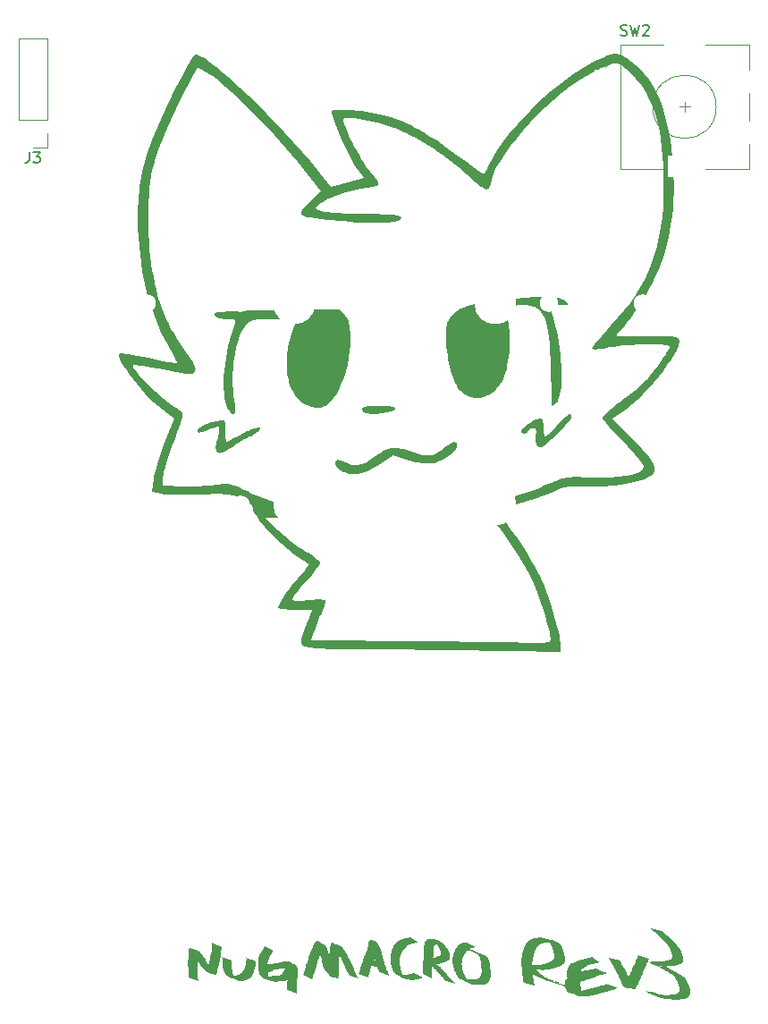
<source format=gbr>
%TF.GenerationSoftware,KiCad,Pcbnew,(6.0.10)*%
%TF.CreationDate,2023-08-07T13:11:34-04:00*%
%TF.ProjectId,NugMacro-Keypad,4e75674d-6163-4726-9f2d-4b6579706164,V3*%
%TF.SameCoordinates,Original*%
%TF.FileFunction,Legend,Top*%
%TF.FilePolarity,Positive*%
%FSLAX46Y46*%
G04 Gerber Fmt 4.6, Leading zero omitted, Abs format (unit mm)*
G04 Created by KiCad (PCBNEW (6.0.10)) date 2023-08-07 13:11:34*
%MOMM*%
%LPD*%
G01*
G04 APERTURE LIST*
%ADD10C,0.000000*%
%ADD11C,0.150000*%
%ADD12C,0.120000*%
%ADD13C,3.987800*%
%ADD14C,1.750000*%
%ADD15R,2.000000X2.000000*%
%ADD16C,2.000000*%
%ADD17R,3.200000X2.000000*%
%ADD18C,3.048000*%
%ADD19R,1.700000X1.700000*%
%ADD20O,1.700000X1.700000*%
G04 APERTURE END LIST*
D10*
G36*
X157522483Y-73093062D02*
G01*
X157713090Y-73110506D01*
X157880611Y-73133606D01*
X158027716Y-73162555D01*
X158157074Y-73197546D01*
X158271355Y-73238772D01*
X158373226Y-73286427D01*
X158465358Y-73340703D01*
X158550419Y-73401793D01*
X158639418Y-73472024D01*
X158715585Y-73533872D01*
X158778383Y-73587883D01*
X158804602Y-73612119D01*
X158827277Y-73634600D01*
X158846342Y-73655394D01*
X158861730Y-73674569D01*
X158873374Y-73692194D01*
X158881206Y-73708336D01*
X158885160Y-73723063D01*
X158885169Y-73736445D01*
X158883673Y-73742651D01*
X158881165Y-73748547D01*
X158873082Y-73759440D01*
X158860853Y-73769191D01*
X158844410Y-73777868D01*
X158823687Y-73785539D01*
X158798616Y-73792273D01*
X158769131Y-73798136D01*
X158735164Y-73803199D01*
X158696649Y-73807529D01*
X158653518Y-73811193D01*
X158553141Y-73816798D01*
X158433498Y-73820561D01*
X158294052Y-73823025D01*
X158134266Y-73824736D01*
X157188946Y-73832732D01*
X157697850Y-75750960D01*
X157820415Y-76255927D01*
X157928180Y-76786691D01*
X158021031Y-77336264D01*
X158098851Y-77897658D01*
X158161524Y-78463886D01*
X158208934Y-79027958D01*
X158240967Y-79582888D01*
X158257506Y-80121686D01*
X158258435Y-80637364D01*
X158243639Y-81122936D01*
X158213002Y-81571411D01*
X158166408Y-81975803D01*
X158103742Y-82329123D01*
X158024887Y-82624383D01*
X157929728Y-82854595D01*
X157875999Y-82943124D01*
X157818150Y-83012770D01*
X157771350Y-83058826D01*
X157725652Y-83102340D01*
X157681300Y-83143139D01*
X157638540Y-83181053D01*
X157597618Y-83215908D01*
X157558780Y-83247533D01*
X157522271Y-83275755D01*
X157488337Y-83300404D01*
X157457223Y-83321307D01*
X157429176Y-83338292D01*
X157404440Y-83351187D01*
X157383261Y-83359820D01*
X157365885Y-83364020D01*
X157358700Y-83364403D01*
X157352558Y-83363613D01*
X157347489Y-83361629D01*
X157343525Y-83358430D01*
X157340695Y-83353992D01*
X157339032Y-83348296D01*
X157338986Y-83348723D01*
X157325402Y-83040045D01*
X157303737Y-82290433D01*
X157248089Y-79918578D01*
X157223538Y-79044427D01*
X157187747Y-78253131D01*
X157139150Y-77541053D01*
X157076178Y-76904553D01*
X156997266Y-76339993D01*
X156900845Y-75843735D01*
X156785348Y-75412138D01*
X156649209Y-75041566D01*
X156490861Y-74728378D01*
X156402868Y-74592167D01*
X156308735Y-74468937D01*
X156208267Y-74358235D01*
X156101266Y-74259604D01*
X155987538Y-74172591D01*
X155866886Y-74096740D01*
X155739114Y-74031597D01*
X155604027Y-73976707D01*
X155311123Y-73895865D01*
X154986606Y-73850577D01*
X154628910Y-73837203D01*
X154343235Y-73840828D01*
X154089319Y-73850294D01*
X153865904Y-73866857D01*
X153671732Y-73891775D01*
X153585220Y-73907759D01*
X153505546Y-73926304D01*
X153432554Y-73947566D01*
X153366086Y-73971703D01*
X153305986Y-73998871D01*
X153252096Y-74029228D01*
X153204258Y-74062931D01*
X153162317Y-74100136D01*
X153126113Y-74141002D01*
X153095491Y-74185686D01*
X153070293Y-74234344D01*
X153050361Y-74287133D01*
X153035538Y-74344211D01*
X153025668Y-74405735D01*
X153020592Y-74471863D01*
X153020155Y-74542750D01*
X153024197Y-74618555D01*
X153032563Y-74699435D01*
X153061635Y-74877046D01*
X153106113Y-75076842D01*
X153164738Y-75300078D01*
X153235274Y-75602898D01*
X153289520Y-75939058D01*
X153327990Y-76303050D01*
X153351199Y-76689367D01*
X153359661Y-77092502D01*
X153353891Y-77506947D01*
X153334402Y-77927194D01*
X153301710Y-78347737D01*
X153256328Y-78763067D01*
X153198771Y-79167678D01*
X153129555Y-79556062D01*
X153049192Y-79922711D01*
X152958197Y-80262118D01*
X152857086Y-80568775D01*
X152746371Y-80837176D01*
X152626568Y-81061812D01*
X152524171Y-81220107D01*
X152417841Y-81370221D01*
X152307822Y-81512108D01*
X152194358Y-81645720D01*
X152077694Y-81771011D01*
X151958073Y-81887934D01*
X151835740Y-81996441D01*
X151710938Y-82096485D01*
X151583913Y-82188020D01*
X151454908Y-82270997D01*
X151324168Y-82345371D01*
X151191935Y-82411094D01*
X151058456Y-82468118D01*
X150923974Y-82516397D01*
X150788732Y-82555884D01*
X150652976Y-82586531D01*
X150516950Y-82608292D01*
X150380897Y-82621120D01*
X150245062Y-82624966D01*
X150109688Y-82619785D01*
X149975021Y-82605529D01*
X149841304Y-82582151D01*
X149708782Y-82549604D01*
X149577698Y-82507840D01*
X149448297Y-82456814D01*
X149320823Y-82396477D01*
X149195520Y-82326783D01*
X149072633Y-82247684D01*
X148952405Y-82159134D01*
X148835080Y-82061085D01*
X148720904Y-81953490D01*
X148610119Y-81836302D01*
X148473203Y-81663947D01*
X148341052Y-81459782D01*
X148214228Y-81226087D01*
X148093291Y-80965143D01*
X147978803Y-80679230D01*
X147871326Y-80370626D01*
X147771420Y-80041612D01*
X147679648Y-79694468D01*
X147596570Y-79331474D01*
X147522748Y-78954909D01*
X147458743Y-78567053D01*
X147405116Y-78170186D01*
X147362430Y-77766588D01*
X147331244Y-77358539D01*
X147312122Y-76948319D01*
X147305622Y-76538207D01*
X147311005Y-76325055D01*
X147327407Y-76120524D01*
X147355212Y-75924439D01*
X147394805Y-75736628D01*
X147446568Y-75556917D01*
X147510885Y-75385134D01*
X147588140Y-75221105D01*
X147678717Y-75064657D01*
X147782998Y-74915617D01*
X147901368Y-74773811D01*
X148034211Y-74639068D01*
X148181908Y-74511212D01*
X148344845Y-74390071D01*
X148523405Y-74275473D01*
X148717971Y-74167243D01*
X148928927Y-74065209D01*
X149156656Y-73969198D01*
X149401543Y-73879035D01*
X149663970Y-73794549D01*
X149944322Y-73715566D01*
X150242981Y-73641913D01*
X150560331Y-73573417D01*
X150896757Y-73509904D01*
X151252641Y-73451201D01*
X151628367Y-73397135D01*
X152024319Y-73347534D01*
X152878434Y-73261030D01*
X153818054Y-73190304D01*
X154846249Y-73133971D01*
X155744573Y-73096370D01*
X156475817Y-73075989D01*
X157061336Y-73074371D01*
X157522483Y-73093062D01*
G37*
G36*
X141381092Y-83362507D02*
G01*
X141716557Y-83376032D01*
X141859776Y-83386453D01*
X141987180Y-83399428D01*
X142099162Y-83415046D01*
X142196118Y-83433392D01*
X142278442Y-83454555D01*
X142346529Y-83478622D01*
X142400775Y-83505680D01*
X142441573Y-83535816D01*
X142469318Y-83569118D01*
X142478419Y-83586983D01*
X142484405Y-83605672D01*
X142487229Y-83645566D01*
X142478184Y-83688887D01*
X142460295Y-83722196D01*
X142429345Y-83754808D01*
X142386169Y-83786638D01*
X142331597Y-83817601D01*
X142191597Y-83876587D01*
X142016005Y-83931086D01*
X141811478Y-83980417D01*
X141584676Y-84023900D01*
X141342256Y-84060854D01*
X141090878Y-84090600D01*
X140837199Y-84112456D01*
X140587879Y-84125743D01*
X140349575Y-84129781D01*
X140128947Y-84123888D01*
X139932652Y-84107385D01*
X139767349Y-84079591D01*
X139698401Y-84061248D01*
X139639698Y-84039826D01*
X139592071Y-84015242D01*
X139556355Y-83987410D01*
X139515703Y-83945130D01*
X139480037Y-83904532D01*
X139449406Y-83865593D01*
X139423861Y-83828291D01*
X139403453Y-83792604D01*
X139388231Y-83758510D01*
X139378245Y-83725986D01*
X139373547Y-83695011D01*
X139373196Y-83680096D01*
X139374186Y-83665561D01*
X139376523Y-83651401D01*
X139380213Y-83637615D01*
X139385262Y-83624199D01*
X139391678Y-83611150D01*
X139399465Y-83598466D01*
X139408630Y-83586145D01*
X139431122Y-83562576D01*
X139459202Y-83540422D01*
X139492921Y-83519660D01*
X139532329Y-83500268D01*
X139577477Y-83482224D01*
X139628414Y-83465505D01*
X139685192Y-83450090D01*
X139747860Y-83435955D01*
X139816469Y-83423079D01*
X139891069Y-83411440D01*
X139971709Y-83401015D01*
X140058442Y-83391782D01*
X140151316Y-83383718D01*
X140250382Y-83376802D01*
X140355691Y-83371011D01*
X140467292Y-83366323D01*
X140709573Y-83360166D01*
X140977627Y-83358153D01*
X141381092Y-83362507D01*
G37*
G36*
X137802708Y-74854628D02*
G01*
X137901904Y-74994970D01*
X137989522Y-75156219D01*
X138065798Y-75337006D01*
X138130969Y-75535960D01*
X138185272Y-75751713D01*
X138228945Y-75982894D01*
X138285342Y-76486061D01*
X138302056Y-77034504D01*
X138280980Y-77617264D01*
X138224009Y-78223383D01*
X138133035Y-78841902D01*
X138009954Y-79461864D01*
X137856659Y-80072308D01*
X137675044Y-80662278D01*
X137467004Y-81220815D01*
X137234432Y-81736960D01*
X136979222Y-82199755D01*
X136843720Y-82407722D01*
X136703269Y-82598242D01*
X136558106Y-82769945D01*
X136408467Y-82921462D01*
X136289502Y-83029774D01*
X136177548Y-83126879D01*
X136071606Y-83213141D01*
X135970680Y-83288924D01*
X135873772Y-83354594D01*
X135779884Y-83410513D01*
X135688019Y-83457046D01*
X135642534Y-83476908D01*
X135597181Y-83494559D01*
X135551834Y-83510046D01*
X135506370Y-83523415D01*
X135460664Y-83534710D01*
X135414591Y-83543978D01*
X135368026Y-83551264D01*
X135320845Y-83556614D01*
X135224135Y-83561686D01*
X135123464Y-83559558D01*
X135017834Y-83550596D01*
X134906248Y-83535164D01*
X134787709Y-83513625D01*
X134575968Y-83462706D01*
X134372399Y-83396559D01*
X134177133Y-83315630D01*
X133990304Y-83220365D01*
X133812042Y-83111211D01*
X133642481Y-82988615D01*
X133481754Y-82853022D01*
X133329991Y-82704879D01*
X133187327Y-82544632D01*
X133053892Y-82372728D01*
X132929821Y-82189614D01*
X132815243Y-81995735D01*
X132710294Y-81791538D01*
X132615103Y-81577470D01*
X132529805Y-81353977D01*
X132454531Y-81121505D01*
X132389414Y-80880500D01*
X132334585Y-80631410D01*
X132290179Y-80374680D01*
X132256325Y-80110758D01*
X132233158Y-79840088D01*
X132220810Y-79563119D01*
X132219412Y-79280295D01*
X132229098Y-78992064D01*
X132249999Y-78698872D01*
X132282248Y-78401166D01*
X132325978Y-78099391D01*
X132381320Y-77793995D01*
X132448407Y-77485423D01*
X132527372Y-77174122D01*
X132618346Y-76860539D01*
X132721463Y-76545119D01*
X133201336Y-75156066D01*
X131012234Y-75156066D01*
X130334815Y-75159435D01*
X129803149Y-75173552D01*
X129584309Y-75186519D01*
X129392709Y-75204427D01*
X129225284Y-75228028D01*
X129078966Y-75258073D01*
X128950692Y-75295313D01*
X128837394Y-75340501D01*
X128736007Y-75394388D01*
X128643464Y-75457724D01*
X128556700Y-75531262D01*
X128472648Y-75615753D01*
X128388243Y-75711949D01*
X128300419Y-75820601D01*
X128118345Y-76082529D01*
X127949665Y-76386264D01*
X127794919Y-76727998D01*
X127654648Y-77103920D01*
X127529393Y-77510223D01*
X127419692Y-77943096D01*
X127326087Y-78398729D01*
X127249118Y-78873315D01*
X127189325Y-79363042D01*
X127147249Y-79864102D01*
X127123428Y-80372686D01*
X127118405Y-80884983D01*
X127132719Y-81397185D01*
X127166910Y-81905482D01*
X127221519Y-82406066D01*
X127297085Y-82895125D01*
X127336564Y-83141352D01*
X127362809Y-83362507D01*
X127376316Y-83558110D01*
X127377579Y-83727678D01*
X127367092Y-83870730D01*
X127357597Y-83932162D01*
X127345350Y-83986785D01*
X127330413Y-84034538D01*
X127312847Y-84075361D01*
X127292715Y-84109194D01*
X127270078Y-84135977D01*
X127244998Y-84155650D01*
X127217537Y-84168152D01*
X127187757Y-84173424D01*
X127155719Y-84171405D01*
X127121486Y-84162034D01*
X127085119Y-84145252D01*
X127046679Y-84120999D01*
X127006230Y-84089215D01*
X126963832Y-84049838D01*
X126919547Y-84002810D01*
X126873437Y-83948069D01*
X126825565Y-83885556D01*
X126724777Y-83736973D01*
X126617680Y-83556578D01*
X126617695Y-83556594D01*
X126555891Y-83432065D01*
X126500283Y-83290804D01*
X126407349Y-82961595D01*
X126338266Y-82575975D01*
X126292409Y-82140956D01*
X126269152Y-81663546D01*
X126267871Y-81150755D01*
X126287939Y-80609594D01*
X126328730Y-80047072D01*
X126389620Y-79470199D01*
X126469982Y-78885986D01*
X126569191Y-78301441D01*
X126686622Y-77723574D01*
X126821648Y-77159397D01*
X126973645Y-76615917D01*
X127141986Y-76100146D01*
X127326046Y-75619094D01*
X127340413Y-75583442D01*
X127353069Y-75549604D01*
X127363943Y-75517535D01*
X127372961Y-75487191D01*
X127380054Y-75458527D01*
X127385147Y-75431498D01*
X127388169Y-75406059D01*
X127389048Y-75382165D01*
X127387712Y-75359773D01*
X127384088Y-75338837D01*
X127378105Y-75319312D01*
X127369691Y-75301153D01*
X127358772Y-75284317D01*
X127345278Y-75268758D01*
X127329136Y-75254431D01*
X127310274Y-75241292D01*
X127288620Y-75229296D01*
X127264102Y-75218397D01*
X127236647Y-75208553D01*
X127206184Y-75199717D01*
X127172640Y-75191845D01*
X127135944Y-75184892D01*
X127096023Y-75178814D01*
X127052804Y-75173566D01*
X127006217Y-75169102D01*
X126956189Y-75165379D01*
X126845520Y-75159975D01*
X126720222Y-75156995D01*
X126579716Y-75156081D01*
X126416556Y-75152097D01*
X126261509Y-75140567D01*
X126115638Y-75122121D01*
X125980011Y-75097390D01*
X125855693Y-75067005D01*
X125743748Y-75031597D01*
X125645243Y-74991797D01*
X125561243Y-74948235D01*
X125492814Y-74901543D01*
X125464771Y-74877220D01*
X125441021Y-74852351D01*
X125421696Y-74827015D01*
X125406929Y-74801291D01*
X125396855Y-74775257D01*
X125391605Y-74748992D01*
X125391313Y-74722576D01*
X125396113Y-74696087D01*
X125406137Y-74669604D01*
X125421519Y-74643206D01*
X125442392Y-74616971D01*
X125468889Y-74590979D01*
X125501143Y-74565308D01*
X125539288Y-74540038D01*
X125589911Y-74526978D01*
X125697922Y-74513335D01*
X126073839Y-74484745D01*
X126642515Y-74455157D01*
X127379423Y-74425458D01*
X129259833Y-74369280D01*
X131518864Y-74323317D01*
X137295689Y-74230010D01*
X137802708Y-74854628D01*
G37*
G36*
X159092848Y-84158439D02*
G01*
X159117511Y-84166935D01*
X159139377Y-84180084D01*
X159158419Y-84197903D01*
X159174607Y-84220407D01*
X159187915Y-84247613D01*
X159198315Y-84279537D01*
X159205777Y-84316194D01*
X159210275Y-84357602D01*
X159211781Y-84403777D01*
X159204320Y-84441492D01*
X159182532Y-84491539D01*
X159099535Y-84625085D01*
X158969908Y-84797315D01*
X158800769Y-85001132D01*
X158599239Y-85229436D01*
X158372434Y-85475129D01*
X157871479Y-85990288D01*
X157354855Y-86489822D01*
X157108463Y-86715982D01*
X156879510Y-86916940D01*
X156675115Y-87085598D01*
X156502395Y-87214856D01*
X156368471Y-87297617D01*
X156318282Y-87319342D01*
X156280461Y-87326781D01*
X156266916Y-87326257D01*
X156253145Y-87324702D01*
X156239174Y-87322141D01*
X156225030Y-87318600D01*
X156210739Y-87314105D01*
X156196328Y-87308682D01*
X156181823Y-87302356D01*
X156167251Y-87295153D01*
X156152638Y-87287099D01*
X156138012Y-87278219D01*
X156123397Y-87268539D01*
X156108822Y-87258085D01*
X156079894Y-87234956D01*
X156051440Y-87209038D01*
X156023672Y-87180538D01*
X155996804Y-87149659D01*
X155971046Y-87116608D01*
X155946612Y-87081591D01*
X155923713Y-87044812D01*
X155902562Y-87006477D01*
X155883371Y-86966793D01*
X155866352Y-86925963D01*
X155866406Y-86926085D01*
X155851449Y-86882528D01*
X155838310Y-86834846D01*
X155826997Y-86783514D01*
X155817518Y-86729007D01*
X155809883Y-86671798D01*
X155804098Y-86612363D01*
X155800173Y-86551177D01*
X155798116Y-86488715D01*
X155797935Y-86425451D01*
X155799639Y-86361859D01*
X155803235Y-86298416D01*
X155808733Y-86235595D01*
X155816140Y-86173870D01*
X155825466Y-86113718D01*
X155836717Y-86055613D01*
X155849903Y-86000029D01*
X155861318Y-85949433D01*
X155868684Y-85900934D01*
X155872184Y-85854595D01*
X155872001Y-85810482D01*
X155868316Y-85768658D01*
X155861312Y-85729187D01*
X155851170Y-85692134D01*
X155838073Y-85657563D01*
X155822203Y-85625538D01*
X155803742Y-85596123D01*
X155782872Y-85569383D01*
X155759776Y-85545382D01*
X155734635Y-85524184D01*
X155707632Y-85505853D01*
X155678948Y-85490453D01*
X155648767Y-85478049D01*
X155617269Y-85468705D01*
X155584638Y-85462485D01*
X155551055Y-85459453D01*
X155516702Y-85459674D01*
X155481762Y-85463211D01*
X155446417Y-85470130D01*
X155410849Y-85480493D01*
X155375239Y-85494366D01*
X155339771Y-85511813D01*
X155304626Y-85532897D01*
X155269987Y-85557684D01*
X155236035Y-85586236D01*
X155202952Y-85618620D01*
X155170922Y-85654897D01*
X155140125Y-85695134D01*
X155110745Y-85739394D01*
X155090131Y-85770647D01*
X155068259Y-85799869D01*
X155045256Y-85827061D01*
X155021246Y-85852222D01*
X154996354Y-85875353D01*
X154970707Y-85896456D01*
X154944429Y-85915531D01*
X154917646Y-85932579D01*
X154890483Y-85947601D01*
X154863066Y-85960596D01*
X154835519Y-85971566D01*
X154807969Y-85980512D01*
X154780541Y-85987434D01*
X154753360Y-85992334D01*
X154726551Y-85995211D01*
X154700240Y-85996066D01*
X154674553Y-85994900D01*
X154649614Y-85991715D01*
X154625549Y-85986510D01*
X154602483Y-85979286D01*
X154580542Y-85970044D01*
X154559852Y-85958785D01*
X154540536Y-85945509D01*
X154522722Y-85930217D01*
X154506534Y-85912910D01*
X154492097Y-85893589D01*
X154479538Y-85872254D01*
X154468981Y-85848905D01*
X154460551Y-85823545D01*
X154454375Y-85796173D01*
X154450578Y-85766790D01*
X154449284Y-85735396D01*
X154453928Y-85700940D01*
X154467499Y-85663084D01*
X154489459Y-85622158D01*
X154519267Y-85578490D01*
X154556384Y-85532409D01*
X154600269Y-85484245D01*
X154706187Y-85382980D01*
X154832703Y-85277327D01*
X154975498Y-85169916D01*
X155130254Y-85063379D01*
X155292653Y-84960347D01*
X155458378Y-84863451D01*
X155623109Y-84775322D01*
X155782529Y-84698591D01*
X155932319Y-84635890D01*
X156068162Y-84589849D01*
X156129503Y-84573899D01*
X156185738Y-84563100D01*
X156236327Y-84557782D01*
X156280730Y-84558274D01*
X156318408Y-84564904D01*
X156348820Y-84578002D01*
X156359950Y-84585898D01*
X156370939Y-84595709D01*
X156381773Y-84607375D01*
X156392437Y-84620840D01*
X156402919Y-84636044D01*
X156413204Y-84652928D01*
X156433129Y-84691505D01*
X156452099Y-84736103D01*
X156470003Y-84786255D01*
X156486731Y-84841493D01*
X156502170Y-84901349D01*
X156516210Y-84965355D01*
X156528739Y-85033044D01*
X156539646Y-85103948D01*
X156548820Y-85177600D01*
X156556148Y-85253531D01*
X156561521Y-85331274D01*
X156564826Y-85410361D01*
X156565953Y-85490325D01*
X156566851Y-85569590D01*
X156569486Y-85646633D01*
X156573769Y-85721054D01*
X156579612Y-85792456D01*
X156586925Y-85860438D01*
X156595619Y-85924602D01*
X156605607Y-85984549D01*
X156616798Y-86039880D01*
X156629104Y-86090195D01*
X156642436Y-86135096D01*
X156656706Y-86174184D01*
X156671824Y-86207060D01*
X156687701Y-86233325D01*
X156704249Y-86252580D01*
X156712747Y-86259453D01*
X156721380Y-86264425D01*
X156730135Y-86267444D01*
X156739003Y-86268462D01*
X156749059Y-86267078D01*
X156761334Y-86262971D01*
X156775758Y-86256210D01*
X156792261Y-86246861D01*
X156831229Y-86220673D01*
X156877686Y-86184952D01*
X156931079Y-86140238D01*
X156990854Y-86087076D01*
X157056458Y-86026007D01*
X157127339Y-85957574D01*
X157202943Y-85882319D01*
X157282717Y-85800787D01*
X157366108Y-85713518D01*
X157452562Y-85621056D01*
X157541528Y-85523943D01*
X157632452Y-85422723D01*
X157724780Y-85317936D01*
X157817959Y-85210128D01*
X157978356Y-85026279D01*
X158130026Y-84859619D01*
X158272744Y-84710280D01*
X158406288Y-84578389D01*
X158530433Y-84464076D01*
X158644956Y-84367470D01*
X158749634Y-84288701D01*
X158844242Y-84227898D01*
X158887701Y-84204275D01*
X158928558Y-84185191D01*
X158966786Y-84170664D01*
X159002357Y-84160708D01*
X159035243Y-84155342D01*
X159065416Y-84154580D01*
X159092848Y-84158439D01*
G37*
G36*
X126220199Y-84740685D02*
G01*
X126265065Y-84749159D01*
X126300543Y-84762159D01*
X126325962Y-84779891D01*
X126335333Y-84790575D01*
X126344420Y-84803564D01*
X126353217Y-84818784D01*
X126361714Y-84836163D01*
X126377783Y-84877111D01*
X126392565Y-84925831D01*
X126405997Y-84981744D01*
X126418017Y-85044273D01*
X126428564Y-85112841D01*
X126437576Y-85186869D01*
X126444989Y-85265782D01*
X126450744Y-85348999D01*
X126454776Y-85435946D01*
X126457025Y-85526043D01*
X126457428Y-85618713D01*
X126455923Y-85713378D01*
X126452448Y-85809462D01*
X126446942Y-85906386D01*
X126441560Y-86001871D01*
X126438451Y-86093731D01*
X126437540Y-86181531D01*
X126438753Y-86264835D01*
X126442016Y-86343210D01*
X126447254Y-86416218D01*
X126454394Y-86483425D01*
X126463360Y-86544396D01*
X126474079Y-86598695D01*
X126486475Y-86645887D01*
X126500476Y-86685537D01*
X126516005Y-86717209D01*
X126532990Y-86740469D01*
X126542005Y-86748807D01*
X126551355Y-86754880D01*
X126561033Y-86758631D01*
X126571027Y-86760007D01*
X126581330Y-86758953D01*
X126591931Y-86755416D01*
X126661866Y-86721954D01*
X126781364Y-86662196D01*
X127143066Y-86477183D01*
X127625078Y-86227162D01*
X128175442Y-85938918D01*
X128319380Y-85864870D01*
X128460118Y-85795768D01*
X128596963Y-85731824D01*
X128729221Y-85673254D01*
X128856199Y-85620270D01*
X128977203Y-85573086D01*
X129091540Y-85531916D01*
X129198516Y-85496974D01*
X129297439Y-85468473D01*
X129387614Y-85446626D01*
X129468349Y-85431649D01*
X129538949Y-85423753D01*
X129598723Y-85423154D01*
X129646975Y-85430064D01*
X129666564Y-85436402D01*
X129683013Y-85444698D01*
X129696234Y-85454978D01*
X129706143Y-85467269D01*
X129712637Y-85480926D01*
X129716113Y-85495896D01*
X129716633Y-85512126D01*
X129714261Y-85529562D01*
X129709059Y-85548153D01*
X129701090Y-85567845D01*
X129690416Y-85588584D01*
X129677101Y-85610319D01*
X129661206Y-85632996D01*
X129642795Y-85656563D01*
X129621930Y-85680966D01*
X129598673Y-85706152D01*
X129573089Y-85732070D01*
X129545238Y-85758664D01*
X129482991Y-85813676D01*
X129412432Y-85870763D01*
X129334064Y-85929502D01*
X129248388Y-85989471D01*
X129155906Y-86050246D01*
X129057118Y-86111403D01*
X128952527Y-86172520D01*
X128842634Y-86233172D01*
X128727940Y-86292937D01*
X128485844Y-86418305D01*
X128232281Y-86554779D01*
X127974781Y-86697976D01*
X127720875Y-86843512D01*
X127478094Y-86987006D01*
X127253970Y-87124074D01*
X127056032Y-87250334D01*
X126891812Y-87361403D01*
X126743242Y-87463562D01*
X126605142Y-87553233D01*
X126477105Y-87630467D01*
X126358721Y-87695313D01*
X126249582Y-87747822D01*
X126149279Y-87788042D01*
X126057405Y-87816023D01*
X126014500Y-87825439D01*
X125973549Y-87831815D01*
X125934501Y-87835155D01*
X125897304Y-87835467D01*
X125861908Y-87832756D01*
X125828262Y-87827029D01*
X125796314Y-87818293D01*
X125766013Y-87806552D01*
X125737308Y-87791813D01*
X125710148Y-87774084D01*
X125684483Y-87753369D01*
X125660261Y-87729674D01*
X125637430Y-87703008D01*
X125615941Y-87673374D01*
X125595741Y-87640780D01*
X125576780Y-87605232D01*
X125542370Y-87525298D01*
X125542378Y-87525344D01*
X125530834Y-87488908D01*
X125521745Y-87448107D01*
X125515068Y-87403383D01*
X125510758Y-87355175D01*
X125508772Y-87303924D01*
X125509066Y-87250072D01*
X125511596Y-87194059D01*
X125516319Y-87136327D01*
X125523190Y-87077315D01*
X125532165Y-87017465D01*
X125543202Y-86957218D01*
X125556256Y-86897014D01*
X125571283Y-86837294D01*
X125588239Y-86778500D01*
X125607082Y-86721071D01*
X125627766Y-86665450D01*
X125670205Y-86549627D01*
X125710530Y-86423165D01*
X125747807Y-86290150D01*
X125781100Y-86154664D01*
X125809474Y-86020792D01*
X125831994Y-85892620D01*
X125847725Y-85774230D01*
X125852753Y-85719980D01*
X125855732Y-85669707D01*
X125857831Y-85593261D01*
X125857812Y-85558796D01*
X125856896Y-85526825D01*
X125854946Y-85497338D01*
X125851824Y-85470327D01*
X125847392Y-85445782D01*
X125841512Y-85423694D01*
X125834047Y-85404054D01*
X125824858Y-85386852D01*
X125813807Y-85372081D01*
X125800758Y-85359730D01*
X125785571Y-85349791D01*
X125768110Y-85342254D01*
X125748236Y-85337111D01*
X125725811Y-85334351D01*
X125700698Y-85333967D01*
X125672759Y-85335949D01*
X125641856Y-85340287D01*
X125607851Y-85346973D01*
X125570606Y-85355998D01*
X125529984Y-85367352D01*
X125485846Y-85381026D01*
X125438054Y-85397012D01*
X125330961Y-85435881D01*
X125207600Y-85483885D01*
X125066869Y-85540952D01*
X124907666Y-85607009D01*
X124733956Y-85677504D01*
X124574237Y-85738011D01*
X124428586Y-85788536D01*
X124297079Y-85829082D01*
X124179794Y-85859654D01*
X124076806Y-85880259D01*
X123988192Y-85890899D01*
X123914030Y-85891581D01*
X123882393Y-85888189D01*
X123854396Y-85882309D01*
X123830052Y-85873942D01*
X123809367Y-85863088D01*
X123792354Y-85849749D01*
X123779020Y-85833923D01*
X123769376Y-85815613D01*
X123763431Y-85794819D01*
X123761195Y-85771541D01*
X123762677Y-85745780D01*
X123767887Y-85717537D01*
X123776835Y-85686812D01*
X123805981Y-85617920D01*
X123850193Y-85539107D01*
X123875542Y-85505806D01*
X123910955Y-85471066D01*
X124009288Y-85398092D01*
X124139827Y-85321829D01*
X124297205Y-85243924D01*
X124476056Y-85166021D01*
X124671015Y-85089767D01*
X124876714Y-85016806D01*
X125087789Y-84948785D01*
X125298873Y-84887348D01*
X125504599Y-84834142D01*
X125699603Y-84790812D01*
X125878517Y-84759003D01*
X126035977Y-84740361D01*
X126166615Y-84736531D01*
X126220199Y-84740685D01*
G37*
G36*
X148121120Y-86799939D02*
G01*
X148166101Y-86806403D01*
X148206391Y-86816956D01*
X148242053Y-86831414D01*
X148273151Y-86849598D01*
X148299749Y-86871324D01*
X148321911Y-86896412D01*
X148339699Y-86924680D01*
X148353178Y-86955947D01*
X148362411Y-86990030D01*
X148367462Y-87026749D01*
X148368395Y-87065922D01*
X148365273Y-87107366D01*
X148358160Y-87150901D01*
X148347119Y-87196346D01*
X148332215Y-87243518D01*
X148313510Y-87292235D01*
X148291068Y-87342318D01*
X148264954Y-87393582D01*
X148235230Y-87445849D01*
X148201961Y-87498935D01*
X148165209Y-87552659D01*
X148125040Y-87606839D01*
X148081515Y-87661295D01*
X148034699Y-87715844D01*
X147984656Y-87770305D01*
X147931449Y-87824496D01*
X147875141Y-87878236D01*
X147815797Y-87931343D01*
X147753480Y-87983635D01*
X147688254Y-88034932D01*
X147620182Y-88085051D01*
X147402055Y-88234072D01*
X147189340Y-88366016D01*
X146980449Y-88481069D01*
X146773795Y-88579419D01*
X146567790Y-88661253D01*
X146360846Y-88726759D01*
X146151375Y-88776123D01*
X145937790Y-88809533D01*
X145718503Y-88827176D01*
X145491925Y-88829239D01*
X145256469Y-88815910D01*
X145010548Y-88787376D01*
X144752572Y-88743824D01*
X144480955Y-88685441D01*
X144194109Y-88612414D01*
X143890446Y-88524932D01*
X142375088Y-88066115D01*
X141070027Y-88867079D01*
X140784644Y-89038566D01*
X140515391Y-89192524D01*
X140261014Y-89329259D01*
X140020259Y-89449074D01*
X139791871Y-89552276D01*
X139574597Y-89639170D01*
X139367182Y-89710061D01*
X139168372Y-89765254D01*
X138976914Y-89805054D01*
X138791554Y-89829767D01*
X138611036Y-89839697D01*
X138434107Y-89835151D01*
X138259514Y-89816432D01*
X138086001Y-89783847D01*
X137912315Y-89737701D01*
X137737202Y-89678298D01*
X137737202Y-89678313D01*
X137669350Y-89651553D01*
X137603410Y-89622816D01*
X137539474Y-89592241D01*
X137477634Y-89559967D01*
X137417982Y-89526131D01*
X137360611Y-89490872D01*
X137305612Y-89454328D01*
X137253078Y-89416638D01*
X137203099Y-89377938D01*
X137155770Y-89338369D01*
X137111180Y-89298067D01*
X137069423Y-89257171D01*
X137030591Y-89215820D01*
X136994776Y-89174151D01*
X136962069Y-89132304D01*
X136932562Y-89090415D01*
X136906349Y-89048623D01*
X136883520Y-89007067D01*
X136864168Y-88965885D01*
X136848385Y-88925215D01*
X136836262Y-88885194D01*
X136827893Y-88845963D01*
X136823369Y-88807658D01*
X136822781Y-88770417D01*
X136826223Y-88734380D01*
X136833786Y-88699685D01*
X136845562Y-88666468D01*
X136861643Y-88634870D01*
X136882121Y-88605028D01*
X136907089Y-88577079D01*
X136936638Y-88551164D01*
X136970860Y-88527419D01*
X136983365Y-88520762D01*
X136997586Y-88515162D01*
X137013462Y-88510605D01*
X137030932Y-88507075D01*
X137049936Y-88504558D01*
X137070413Y-88503037D01*
X137115540Y-88502926D01*
X137165828Y-88506620D01*
X137220790Y-88513998D01*
X137279938Y-88524939D01*
X137342786Y-88539321D01*
X137408847Y-88557022D01*
X137477635Y-88577921D01*
X137548661Y-88601897D01*
X137621440Y-88628828D01*
X137695485Y-88658592D01*
X137770309Y-88691068D01*
X137845425Y-88726135D01*
X137920346Y-88763671D01*
X137998747Y-88802542D01*
X138076896Y-88837613D01*
X138154906Y-88868853D01*
X138232891Y-88896232D01*
X138310966Y-88919718D01*
X138389244Y-88939281D01*
X138467842Y-88954890D01*
X138546872Y-88966515D01*
X138626448Y-88974124D01*
X138706687Y-88977688D01*
X138787700Y-88977174D01*
X138869604Y-88972553D01*
X138952512Y-88963794D01*
X139036539Y-88950866D01*
X139121798Y-88933738D01*
X139208405Y-88912379D01*
X139296473Y-88886759D01*
X139386117Y-88856848D01*
X139477451Y-88822613D01*
X139570590Y-88784025D01*
X139762738Y-88693666D01*
X139963477Y-88585525D01*
X140173719Y-88459355D01*
X140394380Y-88314910D01*
X140626375Y-88151945D01*
X140870617Y-87970214D01*
X141050898Y-87838673D01*
X141226748Y-87723190D01*
X141399787Y-87623640D01*
X141485759Y-87579803D01*
X141571635Y-87539903D01*
X141657618Y-87503925D01*
X141743911Y-87471854D01*
X141830717Y-87443675D01*
X141918237Y-87419372D01*
X142006674Y-87398931D01*
X142096231Y-87382335D01*
X142187111Y-87369570D01*
X142279515Y-87360619D01*
X142373646Y-87355469D01*
X142469707Y-87354103D01*
X142567900Y-87356506D01*
X142668429Y-87362664D01*
X142771494Y-87372559D01*
X142877299Y-87386179D01*
X143097939Y-87424526D01*
X143331967Y-87477582D01*
X143581005Y-87545226D01*
X143846672Y-87627334D01*
X144130589Y-87723784D01*
X144405720Y-87818517D01*
X144656946Y-87899438D01*
X144886639Y-87966327D01*
X145097172Y-88018965D01*
X145290917Y-88057133D01*
X145470248Y-88080611D01*
X145637538Y-88089179D01*
X145795158Y-88082619D01*
X145871083Y-88073598D01*
X145945482Y-88060712D01*
X146018649Y-88043934D01*
X146090882Y-88023237D01*
X146233731Y-87969976D01*
X146376401Y-87900709D01*
X146521267Y-87815217D01*
X146670699Y-87713281D01*
X146827071Y-87594680D01*
X146992756Y-87459197D01*
X147074351Y-87391813D01*
X147156636Y-87326320D01*
X147321065Y-87202360D01*
X147481617Y-87090029D01*
X147559057Y-87039072D01*
X147633869Y-86992039D01*
X147705499Y-86949270D01*
X147773396Y-86911104D01*
X147837005Y-86877879D01*
X147895773Y-86849934D01*
X147949149Y-86827609D01*
X147996578Y-86811243D01*
X148037508Y-86801175D01*
X148071385Y-86797744D01*
X148121120Y-86799939D01*
G37*
G36*
X116469249Y-79012467D02*
G01*
X116418628Y-78879386D01*
X116384054Y-78759773D01*
X116366297Y-78654592D01*
X116366124Y-78564805D01*
X116384306Y-78491377D01*
X116421612Y-78435271D01*
X116432334Y-78428646D01*
X116449582Y-78423549D01*
X116502964Y-78417831D01*
X116580364Y-78417903D01*
X116680390Y-78423555D01*
X116801648Y-78434573D01*
X116942747Y-78450747D01*
X117278892Y-78497708D01*
X117677681Y-78562742D01*
X118127972Y-78644151D01*
X118618621Y-78740237D01*
X119138485Y-78849303D01*
X120146059Y-79057406D01*
X120592905Y-79142265D01*
X120987135Y-79211861D01*
X121317760Y-79264343D01*
X121573789Y-79297861D01*
X121744232Y-79310562D01*
X121793923Y-79308529D01*
X121818096Y-79300597D01*
X121822331Y-79293120D01*
X121824112Y-79281708D01*
X121823491Y-79266468D01*
X121820522Y-79247506D01*
X121807749Y-79198845D01*
X121786213Y-79136577D01*
X121756334Y-79061554D01*
X121718534Y-78974629D01*
X121673233Y-78876654D01*
X121620852Y-78768481D01*
X121561812Y-78650963D01*
X121496533Y-78524952D01*
X121348944Y-78250862D01*
X121181450Y-77953029D01*
X120997418Y-77638274D01*
X120666176Y-77051882D01*
X120353657Y-76436852D01*
X120060206Y-75794634D01*
X119786169Y-75126681D01*
X119531891Y-74434442D01*
X119297718Y-73719369D01*
X119083995Y-72982912D01*
X118891068Y-72226523D01*
X118719282Y-71451653D01*
X118568984Y-70659752D01*
X118440518Y-69852271D01*
X118334231Y-69030662D01*
X118250467Y-68196375D01*
X118189573Y-67350861D01*
X118151894Y-66495571D01*
X118137776Y-65631957D01*
X118141041Y-65101763D01*
X118153897Y-64588919D01*
X118176771Y-64091153D01*
X118210089Y-63606191D01*
X118254280Y-63131762D01*
X118309768Y-62665593D01*
X118376983Y-62205411D01*
X118456350Y-61748944D01*
X118548296Y-61293920D01*
X118653250Y-60838065D01*
X118771637Y-60379109D01*
X118903884Y-59914777D01*
X119050420Y-59442798D01*
X119211670Y-58960899D01*
X119580021Y-57958251D01*
X119963639Y-57038874D01*
X120481051Y-55897262D01*
X121080556Y-54636416D01*
X121710452Y-53359341D01*
X122319038Y-52169041D01*
X122854611Y-51168518D01*
X123265470Y-50460775D01*
X123407975Y-50248886D01*
X123499913Y-50148818D01*
X123585508Y-50123642D01*
X123701834Y-50133470D01*
X123847475Y-50176996D01*
X124021012Y-50252915D01*
X124446107Y-50496711D01*
X124965780Y-50854419D01*
X125568689Y-51315599D01*
X126243497Y-51869808D01*
X126978862Y-52506608D01*
X127763446Y-53215558D01*
X128585909Y-53986217D01*
X129434911Y-54808144D01*
X130299112Y-55670900D01*
X131167173Y-56564044D01*
X132027755Y-57477135D01*
X132869516Y-58399733D01*
X133681118Y-59321398D01*
X134451222Y-60231688D01*
X136441677Y-62637419D01*
X138009930Y-62228835D01*
X139578183Y-61820250D01*
X138927983Y-60967803D01*
X138795969Y-60776104D01*
X138640174Y-60518647D01*
X138275064Y-59845799D01*
X137868305Y-59027930D01*
X137455552Y-58143714D01*
X137072459Y-57271823D01*
X136754678Y-56490930D01*
X136631421Y-56159193D01*
X136537863Y-55879708D01*
X136478460Y-55662308D01*
X136457669Y-55516829D01*
X136468277Y-55483674D01*
X136499403Y-55454365D01*
X136549999Y-55428820D01*
X136619017Y-55406952D01*
X136808125Y-55373912D01*
X137058343Y-55354571D01*
X137361288Y-55348254D01*
X137708574Y-55354285D01*
X138091817Y-55371988D01*
X138502632Y-55400689D01*
X138932636Y-55439711D01*
X139373444Y-55488379D01*
X139816670Y-55546019D01*
X140253932Y-55611953D01*
X140676844Y-55685508D01*
X141077022Y-55766007D01*
X141446082Y-55852774D01*
X141775639Y-55945136D01*
X142140145Y-56063580D01*
X142505867Y-56194013D01*
X142873777Y-56336979D01*
X143244849Y-56493019D01*
X143620055Y-56662677D01*
X144000370Y-56846495D01*
X144386764Y-57045015D01*
X144780213Y-57258781D01*
X145181688Y-57488335D01*
X145592162Y-57734219D01*
X146012609Y-57996977D01*
X146444002Y-58277150D01*
X146887314Y-58575282D01*
X147343516Y-58891915D01*
X148298489Y-59582854D01*
X149258210Y-60287572D01*
X150061571Y-60864676D01*
X150624435Y-61254613D01*
X150789389Y-61360782D01*
X150838145Y-61388410D01*
X150862667Y-61397826D01*
X150869747Y-61395698D01*
X150878984Y-61389384D01*
X150903673Y-61364613D01*
X150936230Y-61324349D01*
X150976151Y-61269425D01*
X151022932Y-61200675D01*
X151076068Y-61118935D01*
X151199390Y-60919818D01*
X151342082Y-60678748D01*
X151500109Y-60402400D01*
X151669439Y-60097449D01*
X151846035Y-59770568D01*
X152178570Y-59194967D01*
X152573375Y-58595464D01*
X153024554Y-57977625D01*
X153526211Y-57347018D01*
X154072449Y-56709210D01*
X154657370Y-56069767D01*
X155275078Y-55434258D01*
X155919676Y-54808249D01*
X156585268Y-54197308D01*
X157265956Y-53607002D01*
X157955843Y-53042897D01*
X158649034Y-52510562D01*
X159339630Y-52015563D01*
X160021736Y-51563467D01*
X160689454Y-51159843D01*
X161336888Y-50810256D01*
X162021180Y-50470794D01*
X162307174Y-50337454D01*
X162561999Y-50228381D01*
X162790354Y-50143580D01*
X162896074Y-50110284D01*
X162996939Y-50083058D01*
X163093537Y-50061902D01*
X163186454Y-50046818D01*
X163276279Y-50037806D01*
X163363598Y-50034866D01*
X163449000Y-50038000D01*
X163533071Y-50047208D01*
X163616400Y-50062490D01*
X163699573Y-50083848D01*
X163783178Y-50111282D01*
X163867803Y-50144792D01*
X163954034Y-50184380D01*
X164042460Y-50230046D01*
X164228244Y-50339613D01*
X164429856Y-50473500D01*
X164651993Y-50631712D01*
X164899357Y-50814254D01*
X165103283Y-50971657D01*
X165301270Y-51135807D01*
X165493374Y-51306832D01*
X165679648Y-51484859D01*
X165860148Y-51670017D01*
X166034928Y-51862433D01*
X166204042Y-52062236D01*
X166367546Y-52269554D01*
X166525495Y-52484515D01*
X166677942Y-52707246D01*
X166966553Y-53176535D01*
X167233815Y-53678444D01*
X167480168Y-54213999D01*
X167706047Y-54784223D01*
X167911892Y-55390141D01*
X168098138Y-56032779D01*
X168265225Y-56713160D01*
X168413589Y-57432309D01*
X168543668Y-58191250D01*
X168655900Y-58991009D01*
X168750721Y-59832610D01*
X168823090Y-60677948D01*
X168870008Y-61511070D01*
X168891521Y-62331685D01*
X168887674Y-63139502D01*
X168858514Y-63934229D01*
X168804086Y-64715576D01*
X168724435Y-65483252D01*
X168619608Y-66236964D01*
X168489651Y-66976422D01*
X168334608Y-67701336D01*
X168154526Y-68411413D01*
X167949451Y-69106363D01*
X167719428Y-69785894D01*
X167464503Y-70449715D01*
X167184722Y-71097535D01*
X166880131Y-71729064D01*
X166557226Y-72327467D01*
X166170325Y-72986513D01*
X165743801Y-73670075D01*
X165302025Y-74342025D01*
X164869371Y-74966235D01*
X164470209Y-75506580D01*
X164290805Y-75734012D01*
X164128913Y-75926931D01*
X163987581Y-76080819D01*
X163869854Y-76191161D01*
X163826590Y-76227928D01*
X163784536Y-76265355D01*
X163743910Y-76303174D01*
X163704930Y-76341121D01*
X163667814Y-76378930D01*
X163632780Y-76416334D01*
X163600045Y-76453069D01*
X163569827Y-76488868D01*
X163542345Y-76523464D01*
X163517817Y-76556594D01*
X163496459Y-76587990D01*
X163478491Y-76617388D01*
X163464130Y-76644520D01*
X163453593Y-76669122D01*
X163447100Y-76690927D01*
X163445437Y-76700698D01*
X163444867Y-76709670D01*
X163448522Y-76718059D01*
X163459397Y-76726107D01*
X163477312Y-76733808D01*
X163502088Y-76741158D01*
X163571502Y-76754783D01*
X163666200Y-76766945D01*
X163784742Y-76777604D01*
X163925692Y-76786723D01*
X164269054Y-76800183D01*
X164684777Y-76807016D01*
X165161350Y-76806914D01*
X165687265Y-76799567D01*
X166251011Y-76784667D01*
X166843254Y-76770647D01*
X167394734Y-76767765D01*
X167896007Y-76775497D01*
X168337633Y-76793318D01*
X168710171Y-76820704D01*
X169004179Y-76857129D01*
X169118783Y-76878568D01*
X169210214Y-76902070D01*
X169277292Y-76927569D01*
X169318837Y-76955001D01*
X169374544Y-77033637D01*
X169406707Y-77133216D01*
X169416220Y-77252572D01*
X169403977Y-77390537D01*
X169370874Y-77545946D01*
X169317804Y-77717631D01*
X169245663Y-77904427D01*
X169155344Y-78105166D01*
X168923753Y-78543811D01*
X168630186Y-79024233D01*
X168281801Y-79537101D01*
X167885754Y-80073083D01*
X167449200Y-80622846D01*
X166979296Y-81177059D01*
X166483198Y-81726390D01*
X165968062Y-82261507D01*
X165441045Y-82773077D01*
X164909302Y-83251770D01*
X164379990Y-83688254D01*
X163860264Y-84073195D01*
X163084736Y-84611937D01*
X164952885Y-86454329D01*
X165301092Y-86802098D01*
X165615912Y-87126011D01*
X165898032Y-87427252D01*
X166148137Y-87707008D01*
X166366914Y-87966462D01*
X166555049Y-88206800D01*
X166713228Y-88429205D01*
X166842139Y-88634864D01*
X166942466Y-88824959D01*
X167014897Y-89000677D01*
X167040866Y-89083515D01*
X167060118Y-89163202D01*
X167072739Y-89239887D01*
X167078815Y-89313719D01*
X167078431Y-89384844D01*
X167071674Y-89453411D01*
X167058629Y-89519569D01*
X167039382Y-89583465D01*
X167014018Y-89645248D01*
X166982624Y-89705065D01*
X166945286Y-89763065D01*
X166902089Y-89819396D01*
X166841554Y-89884115D01*
X166768358Y-89947957D01*
X166682963Y-90010831D01*
X166585831Y-90072644D01*
X166358197Y-90192721D01*
X166089151Y-90307453D01*
X165782383Y-90416104D01*
X165441585Y-90517941D01*
X165070450Y-90612227D01*
X164672669Y-90698228D01*
X164251934Y-90775208D01*
X163811938Y-90842432D01*
X163356372Y-90899165D01*
X162888929Y-90944673D01*
X162413299Y-90978219D01*
X161933176Y-90999069D01*
X161452252Y-91006487D01*
X160974217Y-90999739D01*
X160278452Y-90984146D01*
X159698816Y-90984347D01*
X159446030Y-90991263D01*
X159214457Y-91003199D01*
X159001491Y-91020512D01*
X158804525Y-91043559D01*
X158620952Y-91072696D01*
X158448167Y-91108281D01*
X158283562Y-91150671D01*
X158124532Y-91200223D01*
X157968469Y-91257293D01*
X157812768Y-91322239D01*
X157654822Y-91395418D01*
X157492024Y-91477187D01*
X157239603Y-91598728D01*
X156927127Y-91733799D01*
X156566941Y-91877894D01*
X156171388Y-92026505D01*
X155752813Y-92175126D01*
X155323560Y-92319248D01*
X154895973Y-92454366D01*
X154482395Y-92575972D01*
X153715205Y-92798905D01*
X153068780Y-92999625D01*
X152812103Y-93084781D01*
X152611116Y-93156136D01*
X152474317Y-93210940D01*
X152432644Y-93231276D01*
X152410206Y-93246444D01*
X152405935Y-93255390D01*
X152405531Y-93269664D01*
X152408909Y-93289126D01*
X152415981Y-93313631D01*
X152440861Y-93377203D01*
X152479480Y-93459241D01*
X152531144Y-93558606D01*
X152595160Y-93674158D01*
X152670834Y-93804757D01*
X152757473Y-93949263D01*
X152960875Y-94275441D01*
X153199821Y-94643574D01*
X153468763Y-95044545D01*
X153762158Y-95469237D01*
X154077381Y-95930643D01*
X154408885Y-96436825D01*
X154746737Y-96971292D01*
X155081007Y-97517548D01*
X155401763Y-98059102D01*
X155699071Y-98579460D01*
X155963001Y-99062129D01*
X156183621Y-99490615D01*
X156359830Y-99862474D01*
X156536717Y-100264901D01*
X156885875Y-101139413D01*
X157217798Y-102070062D01*
X157519189Y-103012759D01*
X157776751Y-103923414D01*
X157977187Y-104757937D01*
X158051827Y-105132871D01*
X158107200Y-105472239D01*
X158141642Y-105770529D01*
X158153492Y-106022231D01*
X158153492Y-106641371D01*
X153589436Y-106579375D01*
X141286305Y-106443084D01*
X141286312Y-106443221D01*
X136359939Y-106387618D01*
X135574949Y-106358772D01*
X134942157Y-106315710D01*
X134448340Y-106254312D01*
X134080278Y-106170459D01*
X133824747Y-106060031D01*
X133735049Y-105993565D01*
X133668526Y-105918910D01*
X133623526Y-105835553D01*
X133598394Y-105742977D01*
X133601128Y-105528111D01*
X133663507Y-105270194D01*
X133772308Y-104965107D01*
X134076290Y-104196944D01*
X134281715Y-103651273D01*
X134449959Y-103194478D01*
X134563661Y-102874403D01*
X134594632Y-102780586D01*
X134605458Y-102738890D01*
X134603388Y-102735498D01*
X134597235Y-102732148D01*
X134573082Y-102725597D01*
X134533814Y-102719271D01*
X134480244Y-102713203D01*
X134333454Y-102701976D01*
X134139222Y-102692187D01*
X133904058Y-102684104D01*
X133634474Y-102677998D01*
X133336980Y-102674136D01*
X133018086Y-102672789D01*
X132699191Y-102668143D01*
X132401690Y-102654825D01*
X132132094Y-102633771D01*
X131896914Y-102605914D01*
X131794265Y-102589726D01*
X131702662Y-102572187D01*
X131622918Y-102553414D01*
X131555848Y-102533525D01*
X131502266Y-102512634D01*
X131462986Y-102490861D01*
X131438820Y-102468320D01*
X131432660Y-102456798D01*
X131430584Y-102445128D01*
X131434285Y-102408036D01*
X131445187Y-102362669D01*
X131487385Y-102248843D01*
X131554759Y-102107118D01*
X131644892Y-101940961D01*
X131755366Y-101753838D01*
X131883763Y-101549216D01*
X132027666Y-101330563D01*
X132184656Y-101101346D01*
X132352317Y-100865030D01*
X132528230Y-100625084D01*
X132709977Y-100384975D01*
X132895141Y-100148168D01*
X133081304Y-99918132D01*
X133266048Y-99698332D01*
X133446956Y-99492237D01*
X133621609Y-99303313D01*
X133783097Y-99129468D01*
X133929245Y-98963602D01*
X134057176Y-98809609D01*
X134164014Y-98671382D01*
X134208625Y-98609397D01*
X134246883Y-98552814D01*
X134278430Y-98502119D01*
X134302906Y-98457799D01*
X134319952Y-98420341D01*
X134329208Y-98390231D01*
X134330802Y-98378084D01*
X134330314Y-98367956D01*
X134327698Y-98359909D01*
X134322911Y-98354003D01*
X134274835Y-98318253D01*
X134181403Y-98252087D01*
X133880542Y-98043681D01*
X133464478Y-97759132D01*
X132977360Y-97428786D01*
X132685989Y-97220218D01*
X132377800Y-96978216D01*
X132057707Y-96708187D01*
X131730625Y-96415538D01*
X131401469Y-96105675D01*
X131075152Y-95784005D01*
X130756590Y-95455935D01*
X130450695Y-95126870D01*
X130162384Y-94802218D01*
X129896570Y-94487385D01*
X129658167Y-94187778D01*
X129452090Y-93908803D01*
X129283253Y-93655867D01*
X129156571Y-93434377D01*
X129076958Y-93249739D01*
X129056338Y-93172929D01*
X129049328Y-93107360D01*
X129048098Y-93079763D01*
X129044422Y-93051802D01*
X129038324Y-93023495D01*
X129029826Y-92994862D01*
X129018951Y-92965922D01*
X129005722Y-92936695D01*
X128990162Y-92907200D01*
X128972294Y-92877456D01*
X128952140Y-92847483D01*
X128929724Y-92817301D01*
X128905069Y-92786929D01*
X128878197Y-92756386D01*
X128849130Y-92725691D01*
X128817893Y-92694865D01*
X128784508Y-92663927D01*
X128748997Y-92632895D01*
X128671691Y-92570631D01*
X128586159Y-92508229D01*
X128492583Y-92445844D01*
X128391146Y-92383631D01*
X128282032Y-92321746D01*
X128165422Y-92260346D01*
X128041501Y-92199584D01*
X127910450Y-92139617D01*
X127734865Y-92064590D01*
X127564376Y-91997765D01*
X127396102Y-91938857D01*
X127227162Y-91887583D01*
X127054674Y-91843659D01*
X126875758Y-91806803D01*
X126687532Y-91776729D01*
X126487115Y-91753155D01*
X126271626Y-91735798D01*
X126038182Y-91724373D01*
X125783904Y-91718597D01*
X125505909Y-91718186D01*
X125201317Y-91722857D01*
X124867245Y-91732326D01*
X124099140Y-91764525D01*
X123542207Y-91786613D01*
X122983789Y-91799931D01*
X122438884Y-91804707D01*
X121922493Y-91801173D01*
X121449616Y-91789558D01*
X121035251Y-91770091D01*
X120694399Y-91743004D01*
X120442059Y-91708525D01*
X119457409Y-91523802D01*
X119616665Y-90361891D01*
X119637647Y-90231468D01*
X119667377Y-90081027D01*
X119750875Y-89727249D01*
X119862744Y-89314861D01*
X119998569Y-88858168D01*
X120153934Y-88371475D01*
X120324424Y-87869085D01*
X120505624Y-87365303D01*
X120693119Y-86874434D01*
X121610310Y-84548873D01*
X120898053Y-84043090D01*
X120498378Y-83741446D01*
X120085973Y-83397317D01*
X119666993Y-83018410D01*
X119247590Y-82612434D01*
X118833917Y-82187098D01*
X118432129Y-81750110D01*
X118048378Y-81309179D01*
X117688818Y-80872014D01*
X117359603Y-80446322D01*
X117066884Y-80039813D01*
X116816817Y-79660195D01*
X116786133Y-79607594D01*
X117696546Y-79607594D01*
X117709414Y-79674932D01*
X117739079Y-79754737D01*
X117784722Y-79846206D01*
X117845522Y-79948531D01*
X118009319Y-80182528D01*
X118223916Y-80450284D01*
X118482758Y-80745352D01*
X118779290Y-81061285D01*
X119106958Y-81391637D01*
X119459207Y-81729961D01*
X119829481Y-82069813D01*
X120211228Y-82404744D01*
X120597891Y-82728309D01*
X120982917Y-83034062D01*
X121359750Y-83315556D01*
X121721835Y-83566345D01*
X122062619Y-83779982D01*
X122105098Y-83805506D01*
X122144612Y-83830691D01*
X122181081Y-83855994D01*
X122214427Y-83881872D01*
X122244572Y-83908781D01*
X122271436Y-83937178D01*
X122283614Y-83952078D01*
X122294942Y-83967521D01*
X122305411Y-83983564D01*
X122315010Y-84000265D01*
X122323731Y-84017680D01*
X122331563Y-84035867D01*
X122338496Y-84054882D01*
X122344520Y-84074784D01*
X122349626Y-84095628D01*
X122353805Y-84117472D01*
X122357045Y-84140374D01*
X122359337Y-84164389D01*
X122360672Y-84189576D01*
X122361039Y-84215991D01*
X122358832Y-84272735D01*
X122352637Y-84335077D01*
X122342376Y-84403474D01*
X122327970Y-84478382D01*
X122309340Y-84560259D01*
X122286409Y-84649562D01*
X122259096Y-84746746D01*
X122227324Y-84852268D01*
X122191015Y-84966586D01*
X122150088Y-85090155D01*
X122104466Y-85223433D01*
X122054071Y-85366877D01*
X121998823Y-85520942D01*
X121873455Y-85862765D01*
X121727735Y-86252556D01*
X121561032Y-86693969D01*
X121360189Y-87237283D01*
X121170519Y-87775324D01*
X120996335Y-88294087D01*
X120841954Y-88779566D01*
X120711691Y-89217758D01*
X120609862Y-89594655D01*
X120540784Y-89896254D01*
X120519874Y-90014440D01*
X120508770Y-90108550D01*
X120450390Y-90898726D01*
X122567059Y-90974532D01*
X123013657Y-90985313D01*
X123471670Y-90986769D01*
X123928115Y-90979485D01*
X124370010Y-90964043D01*
X124784371Y-90941030D01*
X125158215Y-90911028D01*
X125478562Y-90874622D01*
X125732426Y-90832396D01*
X125896196Y-90800517D01*
X126050160Y-90775676D01*
X126196702Y-90758422D01*
X126338204Y-90749310D01*
X126477050Y-90748890D01*
X126615622Y-90757714D01*
X126756303Y-90776334D01*
X126901477Y-90805302D01*
X127053526Y-90845170D01*
X127214834Y-90896489D01*
X127387782Y-90959811D01*
X127574755Y-91035688D01*
X127778135Y-91124672D01*
X128000305Y-91227315D01*
X128243648Y-91344168D01*
X128510548Y-91475783D01*
X128900865Y-91658893D01*
X129347947Y-91849246D01*
X129836078Y-92041278D01*
X130349542Y-92229426D01*
X130872622Y-92408129D01*
X131389602Y-92571824D01*
X131884766Y-92714948D01*
X132342396Y-92831938D01*
X132847979Y-92955858D01*
X133287229Y-93073799D01*
X133660118Y-93185486D01*
X133966618Y-93290638D01*
X134206701Y-93388978D01*
X134301827Y-93435506D01*
X134380337Y-93480227D01*
X134442229Y-93523106D01*
X134487499Y-93564107D01*
X134516143Y-93603197D01*
X134528158Y-93640340D01*
X134523539Y-93675501D01*
X134502285Y-93708646D01*
X134464390Y-93739740D01*
X134409852Y-93768748D01*
X134338666Y-93795636D01*
X134250830Y-93820368D01*
X134025192Y-93863226D01*
X133732908Y-93897045D01*
X133373950Y-93921546D01*
X132948290Y-93936451D01*
X132455899Y-93941481D01*
X130262089Y-93941481D01*
X131441655Y-95147704D01*
X131569021Y-95274719D01*
X131706957Y-95406292D01*
X132009266Y-95678998D01*
X132338047Y-95957606D01*
X132682764Y-96233895D01*
X133032882Y-96499648D01*
X133377866Y-96746646D01*
X133707180Y-96966671D01*
X133862668Y-97064000D01*
X134010289Y-97151503D01*
X134289322Y-97317205D01*
X134549635Y-97482399D01*
X134785532Y-97642713D01*
X134991313Y-97793771D01*
X135081131Y-97864462D01*
X135161283Y-97931199D01*
X135231058Y-97993436D01*
X135289744Y-98050625D01*
X135336628Y-98102220D01*
X135370999Y-98147673D01*
X135392143Y-98186439D01*
X135397533Y-98203143D01*
X135399350Y-98217971D01*
X135397620Y-98233696D01*
X135392486Y-98253065D01*
X135372349Y-98302285D01*
X135339615Y-98364731D01*
X135294963Y-98439505D01*
X135239072Y-98525707D01*
X135172619Y-98622440D01*
X135096283Y-98728804D01*
X135010743Y-98843899D01*
X134916675Y-98966829D01*
X134814760Y-99096692D01*
X134590097Y-99373627D01*
X134342180Y-99667513D01*
X134076435Y-99971160D01*
X133810688Y-100274342D01*
X133562771Y-100566887D01*
X133338108Y-100841699D01*
X133142125Y-101091681D01*
X132980250Y-101309737D01*
X132857907Y-101488771D01*
X132813256Y-101561436D01*
X132780522Y-101621685D01*
X132760385Y-101668630D01*
X132753521Y-101701384D01*
X132755434Y-101714557D01*
X132761126Y-101727044D01*
X132770527Y-101738840D01*
X132783567Y-101749944D01*
X132800176Y-101760352D01*
X132820282Y-101770062D01*
X132843817Y-101779070D01*
X132870710Y-101787373D01*
X132900890Y-101794970D01*
X132934289Y-101801855D01*
X133010457Y-101813485D01*
X133098653Y-101822237D01*
X133198316Y-101828089D01*
X133308884Y-101831018D01*
X133429794Y-101831000D01*
X133560487Y-101828011D01*
X133700400Y-101822028D01*
X133848972Y-101813027D01*
X134005640Y-101800985D01*
X134169845Y-101785879D01*
X134341023Y-101767684D01*
X134674202Y-101734657D01*
X134978408Y-101713758D01*
X135248878Y-101704793D01*
X135480852Y-101707568D01*
X135580913Y-101713297D01*
X135669565Y-101721889D01*
X135746211Y-101733318D01*
X135810256Y-101747561D01*
X135861106Y-101764593D01*
X135898164Y-101784390D01*
X135920835Y-101806928D01*
X135926590Y-101819217D01*
X135928524Y-101832183D01*
X135925926Y-101863055D01*
X135918302Y-101904852D01*
X135905909Y-101956853D01*
X135889003Y-102018340D01*
X135842683Y-102166895D01*
X135781396Y-102344767D01*
X135707196Y-102546204D01*
X135622138Y-102765454D01*
X135528275Y-102996766D01*
X135427662Y-103234389D01*
X135219187Y-103730789D01*
X135021808Y-104226260D01*
X134857782Y-104663371D01*
X134795231Y-104842096D01*
X134749363Y-104984694D01*
X134571926Y-105576888D01*
X144841374Y-105649382D01*
X152381035Y-105719065D01*
X156087384Y-105784789D01*
X156187438Y-105790169D01*
X156285812Y-105793377D01*
X156475289Y-105793560D01*
X156565276Y-105790672D01*
X156651354Y-105785892D01*
X156732964Y-105779289D01*
X156809550Y-105770932D01*
X156880553Y-105760891D01*
X156945417Y-105749236D01*
X157003585Y-105736037D01*
X157054498Y-105721362D01*
X157097600Y-105705282D01*
X157132334Y-105687866D01*
X157158141Y-105669184D01*
X157167524Y-105659390D01*
X157174466Y-105649306D01*
X157174443Y-105649306D01*
X157192248Y-105600489D01*
X157202281Y-105532953D01*
X157200217Y-105345634D01*
X157170622Y-105095179D01*
X157115866Y-104789418D01*
X157038322Y-104436182D01*
X156940361Y-104043300D01*
X156824354Y-103618602D01*
X156692672Y-103169919D01*
X156391771Y-102231915D01*
X156056628Y-101291929D01*
X155882144Y-100840767D01*
X155706214Y-100412600D01*
X155531209Y-100015257D01*
X155359501Y-99656569D01*
X155110681Y-99178187D01*
X154837172Y-98682174D01*
X154234319Y-97662905D01*
X153587406Y-96650069D01*
X152932901Y-95694974D01*
X152307268Y-94848926D01*
X152016674Y-94482827D01*
X151746972Y-94163231D01*
X151502722Y-93896550D01*
X151288481Y-93689198D01*
X151108807Y-93547588D01*
X151033357Y-93503440D01*
X150968258Y-93478133D01*
X150881127Y-93453565D01*
X150803705Y-93427969D01*
X150735995Y-93401343D01*
X150677999Y-93373686D01*
X150629721Y-93344995D01*
X150591161Y-93315268D01*
X150562324Y-93284506D01*
X150551553Y-93268735D01*
X150543212Y-93252704D01*
X150537304Y-93236414D01*
X150533828Y-93219863D01*
X150532784Y-93203052D01*
X150534173Y-93185980D01*
X150537996Y-93168647D01*
X150544252Y-93151054D01*
X150552941Y-93133199D01*
X150564065Y-93115082D01*
X150593617Y-93078064D01*
X150632909Y-93039997D01*
X150681945Y-93000880D01*
X150740726Y-92960711D01*
X150809256Y-92919489D01*
X150887536Y-92877212D01*
X150975571Y-92833877D01*
X151073362Y-92789485D01*
X151180912Y-92744032D01*
X151298223Y-92697517D01*
X151425299Y-92649939D01*
X151562141Y-92601295D01*
X151708753Y-92551585D01*
X151865137Y-92500806D01*
X152207232Y-92396035D01*
X152588446Y-92286971D01*
X153008801Y-92173598D01*
X153516598Y-92033356D01*
X154052963Y-91872761D01*
X154601677Y-91697457D01*
X155146524Y-91513087D01*
X155671285Y-91325294D01*
X156159743Y-91139720D01*
X156595680Y-90962009D01*
X156962880Y-90797805D01*
X157226610Y-90673815D01*
X157467184Y-90564480D01*
X157689352Y-90469055D01*
X157897863Y-90386800D01*
X158097468Y-90316969D01*
X158292918Y-90258821D01*
X158488962Y-90211613D01*
X158690352Y-90174601D01*
X158901837Y-90147044D01*
X159128167Y-90128197D01*
X159374093Y-90117319D01*
X159644365Y-90113665D01*
X159943734Y-90116494D01*
X160276950Y-90125063D01*
X161063923Y-90156447D01*
X161571209Y-90173223D01*
X162061069Y-90177495D01*
X162531620Y-90169645D01*
X162980982Y-90150061D01*
X163407271Y-90119125D01*
X163808606Y-90077224D01*
X164183105Y-90024742D01*
X164528886Y-89962064D01*
X164844067Y-89889574D01*
X165126766Y-89807658D01*
X165375102Y-89716700D01*
X165587191Y-89617085D01*
X165761152Y-89509198D01*
X165895104Y-89393424D01*
X165946488Y-89332700D01*
X165987164Y-89270148D01*
X166016897Y-89205817D01*
X166035450Y-89139754D01*
X166037097Y-89115575D01*
X166033689Y-89086851D01*
X166025334Y-89053713D01*
X166012142Y-89016298D01*
X165971677Y-88929166D01*
X165913162Y-88826525D01*
X165837463Y-88709445D01*
X165745448Y-88578997D01*
X165637984Y-88436249D01*
X165515937Y-88282273D01*
X165380176Y-88118138D01*
X165231567Y-87944915D01*
X165070978Y-87763673D01*
X164899276Y-87575483D01*
X164717328Y-87381415D01*
X164526001Y-87182539D01*
X164326162Y-86979924D01*
X164118679Y-86774642D01*
X163717641Y-86376268D01*
X163343506Y-85992291D01*
X163004464Y-85631997D01*
X162708703Y-85304673D01*
X162464413Y-85019604D01*
X162279782Y-84786076D01*
X162212397Y-84691541D01*
X162162998Y-84613375D01*
X162132607Y-84552736D01*
X162122250Y-84510787D01*
X162124412Y-84493219D01*
X162130829Y-84472798D01*
X162141394Y-84449619D01*
X162156001Y-84423779D01*
X162174545Y-84395374D01*
X162196918Y-84364500D01*
X162252733Y-84295730D01*
X162322597Y-84218239D01*
X162405663Y-84132796D01*
X162501083Y-84040170D01*
X162608009Y-83941130D01*
X162725593Y-83836447D01*
X162852988Y-83726888D01*
X162989345Y-83613225D01*
X163133817Y-83496225D01*
X163285556Y-83376659D01*
X163443715Y-83255295D01*
X163607445Y-83132903D01*
X163775898Y-83010253D01*
X164125093Y-82753512D01*
X164483752Y-82479052D01*
X164841672Y-82195379D01*
X165188652Y-81910998D01*
X165514491Y-81634415D01*
X165808987Y-81374135D01*
X166061938Y-81138664D01*
X166263142Y-80936507D01*
X166441750Y-80741311D01*
X166626016Y-80529829D01*
X167002040Y-80071620D01*
X167372247Y-79589108D01*
X167717673Y-79109521D01*
X168019351Y-78660086D01*
X168147859Y-78455185D01*
X168258317Y-78268033D01*
X168348356Y-78102033D01*
X168415605Y-77960589D01*
X168457692Y-77847105D01*
X168472248Y-77764983D01*
X168461039Y-77735112D01*
X168428145Y-77707464D01*
X168374668Y-77682025D01*
X168301709Y-77658781D01*
X168101752Y-77618817D01*
X167837088Y-77587455D01*
X167516528Y-77564579D01*
X167148884Y-77550073D01*
X166742968Y-77543820D01*
X166307594Y-77545703D01*
X165383716Y-77573412D01*
X164912837Y-77599004D01*
X164447747Y-77632267D01*
X163997260Y-77673084D01*
X163570186Y-77721337D01*
X163175339Y-77776912D01*
X162821530Y-77839690D01*
X162515701Y-77897053D01*
X162223860Y-77944038D01*
X161952862Y-77980084D01*
X161709560Y-78004630D01*
X161500809Y-78017113D01*
X161411532Y-78018656D01*
X161333463Y-78016973D01*
X161267458Y-78011994D01*
X161214376Y-78003648D01*
X161175072Y-77991866D01*
X161150402Y-77976577D01*
X161144483Y-77965408D01*
X161143711Y-77949059D01*
X161147972Y-77927673D01*
X161157151Y-77901393D01*
X161171133Y-77870359D01*
X161189802Y-77834715D01*
X161240745Y-77750166D01*
X161309061Y-77648883D01*
X161393829Y-77532004D01*
X161494130Y-77400669D01*
X161609044Y-77256016D01*
X161737653Y-77099184D01*
X161879036Y-76931310D01*
X162032274Y-76753534D01*
X162196448Y-76566994D01*
X162370637Y-76372829D01*
X162553922Y-76172176D01*
X162745384Y-75966176D01*
X162944104Y-75755965D01*
X163594221Y-75047332D01*
X164193809Y-74337080D01*
X164744040Y-73622096D01*
X165246085Y-72899265D01*
X165701115Y-72165474D01*
X166110302Y-71417610D01*
X166474817Y-70652557D01*
X166795831Y-69867203D01*
X167074516Y-69058435D01*
X167312044Y-68223137D01*
X167509585Y-67358196D01*
X167668312Y-66460499D01*
X167789394Y-65526932D01*
X167874005Y-64554381D01*
X167923315Y-63539733D01*
X167938496Y-62479872D01*
X167927207Y-61504557D01*
X167895512Y-60583000D01*
X167842727Y-59712815D01*
X167768167Y-58891614D01*
X167671149Y-58117011D01*
X167550990Y-57386617D01*
X167407005Y-56698047D01*
X167238510Y-56048913D01*
X167044823Y-55436828D01*
X166825259Y-54859404D01*
X166579134Y-54314256D01*
X166305765Y-53798995D01*
X166004467Y-53311235D01*
X165674557Y-52848589D01*
X165315352Y-52408669D01*
X164926167Y-51989089D01*
X164690232Y-51751128D01*
X164479242Y-51544581D01*
X164381457Y-51453008D01*
X164287933Y-51369193D01*
X164198012Y-51293105D01*
X164111038Y-51224712D01*
X164026351Y-51163982D01*
X163943293Y-51110883D01*
X163861207Y-51065383D01*
X163779433Y-51027451D01*
X163697315Y-50997056D01*
X163614193Y-50974164D01*
X163529411Y-50958745D01*
X163442309Y-50950766D01*
X163352229Y-50950197D01*
X163258514Y-50957005D01*
X163160505Y-50971158D01*
X163057545Y-50992625D01*
X162948974Y-51021374D01*
X162834135Y-51057373D01*
X162712370Y-51100591D01*
X162583021Y-51150995D01*
X162445430Y-51208554D01*
X162298937Y-51273237D01*
X161976619Y-51423845D01*
X161610800Y-51602564D01*
X161196217Y-51809142D01*
X160494351Y-52194188D01*
X159763323Y-52658375D01*
X159012423Y-53191827D01*
X158250939Y-53784670D01*
X157488161Y-54427028D01*
X156733380Y-55109027D01*
X155995884Y-55820791D01*
X155284963Y-56552445D01*
X154609907Y-57294115D01*
X153980006Y-58035924D01*
X153404548Y-58767999D01*
X152892824Y-59480464D01*
X152454123Y-60163443D01*
X152097735Y-60807062D01*
X151832950Y-61401447D01*
X151737811Y-61677090D01*
X151669056Y-61936721D01*
X151650304Y-62016787D01*
X151629445Y-62096237D01*
X151606698Y-62174589D01*
X151582285Y-62251362D01*
X151556425Y-62326077D01*
X151529338Y-62398251D01*
X151501245Y-62467404D01*
X151472365Y-62533055D01*
X151442919Y-62594724D01*
X151413126Y-62651929D01*
X151383208Y-62704189D01*
X151353384Y-62751024D01*
X151323874Y-62791953D01*
X151294898Y-62826495D01*
X151266677Y-62854170D01*
X151239430Y-62874495D01*
X151224368Y-62881002D01*
X151205938Y-62884070D01*
X151184245Y-62883773D01*
X151159393Y-62880184D01*
X151131487Y-62873374D01*
X151100633Y-62863419D01*
X151030494Y-62834357D01*
X150949814Y-62793582D01*
X150859431Y-62741676D01*
X150760182Y-62679222D01*
X150652904Y-62606801D01*
X150538435Y-62524996D01*
X150417612Y-62434391D01*
X150291272Y-62335567D01*
X150160254Y-62229106D01*
X150025394Y-62115593D01*
X149887529Y-61995608D01*
X149747498Y-61869734D01*
X149606137Y-61738555D01*
X149271075Y-61430313D01*
X148919878Y-61121902D01*
X148554112Y-60814384D01*
X148175341Y-60508822D01*
X147785132Y-60206277D01*
X147385049Y-59907811D01*
X146976657Y-59614488D01*
X146561523Y-59327368D01*
X146141210Y-59047515D01*
X145717285Y-58775991D01*
X145291313Y-58513857D01*
X144864859Y-58262176D01*
X144439488Y-58022010D01*
X144016766Y-57794421D01*
X143598257Y-57580472D01*
X143185528Y-57381224D01*
X142855086Y-57236862D01*
X142486991Y-57094148D01*
X142088810Y-56954712D01*
X141668107Y-56820184D01*
X140789397Y-56572367D01*
X139911381Y-56363734D01*
X139094582Y-56207320D01*
X138728051Y-56152769D01*
X138399519Y-56116162D01*
X138116552Y-56099127D01*
X137886714Y-56103294D01*
X137717571Y-56130293D01*
X137658124Y-56152864D01*
X137616688Y-56181754D01*
X137598011Y-56216352D01*
X137591146Y-56269872D01*
X137595538Y-56341206D01*
X137610631Y-56429248D01*
X137670703Y-56651021D01*
X137766920Y-56926335D01*
X137894839Y-57246331D01*
X138050018Y-57602151D01*
X138228016Y-57984935D01*
X138424390Y-58385826D01*
X138634699Y-58795965D01*
X138854501Y-59206495D01*
X139079354Y-59608556D01*
X139304816Y-59993290D01*
X139526444Y-60351839D01*
X139739798Y-60675345D01*
X139940435Y-60954948D01*
X140123913Y-61181792D01*
X140290979Y-61377359D01*
X140446836Y-61570028D01*
X140588074Y-61754849D01*
X140711282Y-61926875D01*
X140813048Y-62081158D01*
X140854825Y-62150101D01*
X140889962Y-62212752D01*
X140918033Y-62268493D01*
X140938611Y-62316707D01*
X140951271Y-62356774D01*
X140955586Y-62388076D01*
X140953575Y-62401537D01*
X140947607Y-62415189D01*
X140937782Y-62429006D01*
X140924197Y-62442962D01*
X140906951Y-62457031D01*
X140886143Y-62471189D01*
X140861872Y-62485409D01*
X140834235Y-62499666D01*
X140769260Y-62528189D01*
X140692008Y-62556554D01*
X140603267Y-62584557D01*
X140503825Y-62611993D01*
X140394470Y-62638658D01*
X140275992Y-62664348D01*
X140149179Y-62688858D01*
X140014819Y-62711986D01*
X139873701Y-62733525D01*
X139726613Y-62753272D01*
X139574345Y-62771023D01*
X139417683Y-62786574D01*
X139134584Y-62821431D01*
X138829458Y-62875633D01*
X138507249Y-62947198D01*
X138172901Y-63034138D01*
X137831360Y-63134470D01*
X137487571Y-63246210D01*
X137146478Y-63367370D01*
X136813025Y-63495969D01*
X136492158Y-63630019D01*
X136188821Y-63767536D01*
X135907958Y-63906537D01*
X135654516Y-64045034D01*
X135433438Y-64181045D01*
X135249669Y-64312583D01*
X135108153Y-64437665D01*
X135054786Y-64497164D01*
X135013836Y-64554305D01*
X134996721Y-64591191D01*
X134991495Y-64627135D01*
X134998075Y-64662126D01*
X135016383Y-64696153D01*
X135046337Y-64729206D01*
X135087858Y-64761274D01*
X135140863Y-64792346D01*
X135205274Y-64822411D01*
X135281009Y-64851460D01*
X135367988Y-64879480D01*
X135466131Y-64906461D01*
X135575356Y-64932393D01*
X135826734Y-64981066D01*
X136121477Y-65025412D01*
X136458943Y-65065346D01*
X136838486Y-65100782D01*
X137259462Y-65131633D01*
X137721228Y-65157815D01*
X138223140Y-65179241D01*
X138764552Y-65195825D01*
X139344823Y-65207482D01*
X139963307Y-65214125D01*
X140732505Y-65223419D01*
X141383024Y-65240933D01*
X141919832Y-65267204D01*
X142347900Y-65302768D01*
X142672197Y-65348160D01*
X142796984Y-65374710D01*
X142897692Y-65403918D01*
X142974942Y-65435852D01*
X143029355Y-65470578D01*
X143061552Y-65508163D01*
X143072155Y-65548674D01*
X143065959Y-65597371D01*
X143047455Y-65643757D01*
X143016817Y-65687820D01*
X142974219Y-65729548D01*
X142919836Y-65768930D01*
X142853841Y-65805956D01*
X142776408Y-65840613D01*
X142687711Y-65872891D01*
X142587925Y-65902777D01*
X142477224Y-65930261D01*
X142355781Y-65955331D01*
X142223771Y-65977975D01*
X141928744Y-66015943D01*
X141593536Y-66044074D01*
X141219539Y-66062276D01*
X140808146Y-66070458D01*
X140360749Y-66068531D01*
X139878740Y-66056402D01*
X139363512Y-66033980D01*
X138816457Y-66001175D01*
X138238967Y-65957896D01*
X137632435Y-65904052D01*
X136103628Y-65754779D01*
X134971912Y-65623767D01*
X134543660Y-65558166D01*
X134201116Y-65488800D01*
X133939760Y-65412893D01*
X133838114Y-65371618D01*
X133755069Y-65327666D01*
X133690060Y-65280690D01*
X133642522Y-65230344D01*
X133611890Y-65176279D01*
X133597599Y-65118149D01*
X133599082Y-65055606D01*
X133615776Y-64988305D01*
X133647115Y-64915896D01*
X133692533Y-64838034D01*
X133823349Y-64664561D01*
X134003701Y-64465108D01*
X134494931Y-63977156D01*
X135442608Y-63056685D01*
X133250973Y-60308959D01*
X132202913Y-59043424D01*
X131051802Y-57736832D01*
X129849437Y-56440998D01*
X128647615Y-55207739D01*
X127498134Y-54088870D01*
X126452793Y-53136207D01*
X125985361Y-52738396D01*
X125563388Y-52401567D01*
X125193349Y-52132199D01*
X124881718Y-51936766D01*
X123810543Y-51339377D01*
X123033085Y-52730513D01*
X122527665Y-53671894D01*
X122010960Y-54701863D01*
X121499595Y-55782241D01*
X121010194Y-56874846D01*
X120559384Y-57941499D01*
X120163788Y-58944020D01*
X119840032Y-59844228D01*
X119604740Y-60603942D01*
X119494449Y-61066289D01*
X119399028Y-61589458D01*
X119318467Y-62166025D01*
X119252756Y-62788567D01*
X119201884Y-63449660D01*
X119165844Y-64141882D01*
X119144623Y-64857808D01*
X119138213Y-65590016D01*
X119169782Y-67073583D01*
X119207743Y-67810096D01*
X119260474Y-68533197D01*
X119327965Y-69235464D01*
X119410206Y-69909472D01*
X119507188Y-70547798D01*
X119618901Y-71143019D01*
X119751556Y-71759963D01*
X119884205Y-72333023D01*
X120019736Y-72868469D01*
X120161037Y-73372568D01*
X120310996Y-73851591D01*
X120472502Y-74311805D01*
X120648443Y-74759480D01*
X120841708Y-75200885D01*
X121055183Y-75642287D01*
X121291759Y-76089957D01*
X121554323Y-76550162D01*
X121845763Y-77029172D01*
X122168967Y-77533256D01*
X122526825Y-78068682D01*
X123358052Y-79258635D01*
X123398526Y-79318487D01*
X123435160Y-79378994D01*
X123467903Y-79439885D01*
X123496709Y-79500892D01*
X123521527Y-79561743D01*
X123542310Y-79622169D01*
X123559009Y-79681900D01*
X123571575Y-79740666D01*
X123579959Y-79798198D01*
X123584113Y-79854225D01*
X123583989Y-79908477D01*
X123579537Y-79960685D01*
X123570709Y-80010579D01*
X123557456Y-80057889D01*
X123539731Y-80102344D01*
X123529175Y-80123417D01*
X123517483Y-80143676D01*
X123499534Y-80170081D01*
X123479336Y-80194562D01*
X123456634Y-80217104D01*
X123431175Y-80237689D01*
X123402703Y-80256301D01*
X123370963Y-80272923D01*
X123335701Y-80287540D01*
X123296663Y-80300135D01*
X123253592Y-80310690D01*
X123206235Y-80319191D01*
X123154337Y-80325620D01*
X123097642Y-80329961D01*
X123035898Y-80332198D01*
X122968847Y-80332313D01*
X122896237Y-80330291D01*
X122817811Y-80326115D01*
X122733316Y-80319769D01*
X122642497Y-80311236D01*
X122545098Y-80300500D01*
X122440866Y-80287545D01*
X122210881Y-80254908D01*
X121950503Y-80213196D01*
X121657696Y-80162276D01*
X121330420Y-80102018D01*
X120966638Y-80032288D01*
X120564312Y-79952956D01*
X119494340Y-79749660D01*
X118602256Y-79599047D01*
X118252041Y-79548003D01*
X117981241Y-79515537D01*
X117801503Y-79503451D01*
X117749423Y-79505614D01*
X117724476Y-79513549D01*
X117701293Y-79553532D01*
X117696546Y-79607594D01*
X116786133Y-79607594D01*
X116615554Y-79315177D01*
X116469249Y-79012467D01*
G37*
G36*
X162517658Y-137114487D02*
G01*
X162520215Y-137115277D01*
X162520685Y-137115552D01*
X162520694Y-137115659D01*
X162520542Y-137115743D01*
X162519732Y-137115846D01*
X162518198Y-137115856D01*
X162515901Y-137114500D01*
X162514372Y-137113669D01*
X162517658Y-137114487D01*
G37*
G36*
X139496895Y-135720700D02*
G01*
X139539055Y-135612377D01*
X139582722Y-135504868D01*
X139673494Y-135291813D01*
X139733209Y-135156001D01*
X139762885Y-135088316D01*
X139791666Y-135020262D01*
X139818970Y-134951455D01*
X139844218Y-134881506D01*
X139855888Y-134845984D01*
X139866827Y-134810032D01*
X139876961Y-134773601D01*
X139886217Y-134736644D01*
X139895267Y-134709772D01*
X139903344Y-134682644D01*
X139910526Y-134655279D01*
X139916894Y-134627699D01*
X139922525Y-134599922D01*
X139927500Y-134571968D01*
X139935795Y-134515612D01*
X139938066Y-134496112D01*
X140860185Y-134496112D01*
X140865776Y-134498228D01*
X140871259Y-134500378D01*
X140882099Y-134504691D01*
X140887557Y-134506811D01*
X140893108Y-134508877D01*
X140898801Y-134510867D01*
X140904688Y-134512760D01*
X140905888Y-134513145D01*
X140906906Y-134513232D01*
X140907749Y-134513038D01*
X140908423Y-134512579D01*
X140908935Y-134511873D01*
X140909293Y-134510935D01*
X140909502Y-134509783D01*
X140909571Y-134508433D01*
X140909313Y-134505204D01*
X140908575Y-134501383D01*
X140907411Y-134497102D01*
X140905876Y-134492494D01*
X140904026Y-134487692D01*
X140901916Y-134482829D01*
X140899601Y-134478038D01*
X140897137Y-134473451D01*
X140894578Y-134469203D01*
X140891980Y-134465425D01*
X140889398Y-134462250D01*
X140888131Y-134460930D01*
X140886888Y-134459812D01*
X140886689Y-134459798D01*
X140886469Y-134459760D01*
X140886227Y-134459701D01*
X140885967Y-134459625D01*
X140884764Y-134459213D01*
X140884087Y-134458993D01*
X140883734Y-134458892D01*
X140883374Y-134458801D01*
X140883009Y-134458724D01*
X140882639Y-134458665D01*
X140882265Y-134458627D01*
X140881891Y-134458614D01*
X140882982Y-134457683D01*
X140882276Y-134457705D01*
X140881584Y-134457810D01*
X140880902Y-134457998D01*
X140880231Y-134458268D01*
X140878913Y-134459052D01*
X140877621Y-134460156D01*
X140876342Y-134461573D01*
X140875067Y-134463298D01*
X140873785Y-134465324D01*
X140872485Y-134467645D01*
X140871157Y-134470256D01*
X140869790Y-134473149D01*
X140866898Y-134479761D01*
X140860185Y-134496112D01*
X139938066Y-134496112D01*
X139942412Y-134458789D01*
X139947984Y-134401659D01*
X139958521Y-134287113D01*
X139979643Y-134163470D01*
X139983105Y-134148130D01*
X139987068Y-134133055D01*
X139991628Y-134118316D01*
X139996880Y-134103983D01*
X140002920Y-134090130D01*
X140009843Y-134076827D01*
X140017744Y-134064146D01*
X140022092Y-134058061D01*
X140026720Y-134052158D01*
X140035751Y-134041586D01*
X140045029Y-134031601D01*
X140054550Y-134022198D01*
X140064306Y-134013366D01*
X140074291Y-134005099D01*
X140084501Y-133997390D01*
X140094927Y-133990229D01*
X140105565Y-133983609D01*
X140116408Y-133977522D01*
X140127450Y-133971961D01*
X140138685Y-133966918D01*
X140150107Y-133962384D01*
X140161710Y-133958353D01*
X140173487Y-133954815D01*
X140185433Y-133951764D01*
X140197542Y-133949192D01*
X140197412Y-133949230D01*
X140224103Y-133945297D01*
X140251424Y-133943515D01*
X140279306Y-133943808D01*
X140307681Y-133946100D01*
X140336479Y-133950315D01*
X140365630Y-133956378D01*
X140395066Y-133964212D01*
X140424717Y-133973743D01*
X140454514Y-133984893D01*
X140484388Y-133997588D01*
X140514269Y-134011752D01*
X140544089Y-134027308D01*
X140603267Y-134062297D01*
X140661367Y-134101947D01*
X140717836Y-134145654D01*
X140772121Y-134192810D01*
X140823666Y-134242809D01*
X140871919Y-134295046D01*
X140916326Y-134348914D01*
X140956332Y-134403806D01*
X140991384Y-134459117D01*
X141020929Y-134514240D01*
X141082402Y-134675728D01*
X141142290Y-134837932D01*
X141170971Y-134919542D01*
X141198453Y-135001619D01*
X141224468Y-135084257D01*
X141248750Y-135167553D01*
X141269430Y-135261157D01*
X141291270Y-135354366D01*
X141337693Y-135539896D01*
X141436357Y-135909504D01*
X141455356Y-135993571D01*
X141476457Y-136076956D01*
X141499253Y-136159795D01*
X141523336Y-136242224D01*
X141624414Y-136570591D01*
X141677271Y-136702006D01*
X141732042Y-136832367D01*
X141788484Y-136961869D01*
X141846353Y-137090709D01*
X141885404Y-137197168D01*
X141896923Y-137230613D01*
X141921755Y-137304302D01*
X141039606Y-136999813D01*
X141002645Y-136897067D01*
X140989869Y-136865461D01*
X140961107Y-136796077D01*
X140921872Y-136708394D01*
X140883171Y-136620366D01*
X140845388Y-136531836D01*
X140808908Y-136442646D01*
X140676435Y-136467486D01*
X140544100Y-136492847D01*
X140268236Y-136335849D01*
X140251889Y-136385856D01*
X140235945Y-136436118D01*
X140220547Y-136486653D01*
X140205835Y-136537479D01*
X140130253Y-136773048D01*
X140093617Y-136891423D01*
X140058490Y-137010432D01*
X140025429Y-137130254D01*
X139994988Y-137251070D01*
X139967721Y-137373059D01*
X139944185Y-137496402D01*
X139073473Y-137131725D01*
X139102931Y-137008778D01*
X139134286Y-136886606D01*
X139167297Y-136765116D01*
X139201723Y-136644209D01*
X139273857Y-136403768D01*
X139348764Y-136164516D01*
X139382178Y-136051745D01*
X139418185Y-135940264D01*
X139436239Y-135888309D01*
X140437761Y-135888309D01*
X140442582Y-135887569D01*
X140447445Y-135886721D01*
X140457271Y-135884832D01*
X140467192Y-135882906D01*
X140472173Y-135882011D01*
X140477159Y-135881206D01*
X140660593Y-135985744D01*
X140634060Y-135892689D01*
X140608156Y-135799368D01*
X140583545Y-135705669D01*
X140571932Y-135658641D01*
X140560892Y-135611477D01*
X140560663Y-135611225D01*
X140545647Y-135644003D01*
X140538033Y-135660412D01*
X140530260Y-135676883D01*
X140506554Y-135729472D01*
X140483335Y-135782250D01*
X140437761Y-135888309D01*
X139436239Y-135888309D01*
X139456515Y-135829956D01*
X139496895Y-135720700D01*
G37*
G36*
X136360040Y-134521794D02*
G01*
X136374811Y-134436481D01*
X136386307Y-134399747D01*
X136392655Y-134379939D01*
X136399573Y-134359937D01*
X136403286Y-134350043D01*
X136407190Y-134340317D01*
X136411300Y-134330829D01*
X136415633Y-134321652D01*
X136420204Y-134312859D01*
X136425031Y-134304520D01*
X136430127Y-134296707D01*
X136435510Y-134289493D01*
X136440305Y-134283861D01*
X136445975Y-134277808D01*
X136452425Y-134271469D01*
X136459565Y-134264981D01*
X136467301Y-134258480D01*
X136475540Y-134252102D01*
X136484192Y-134245983D01*
X136493162Y-134240259D01*
X136502358Y-134235066D01*
X136511689Y-134230541D01*
X136521061Y-134226819D01*
X136525733Y-134225302D01*
X136530381Y-134224037D01*
X136534993Y-134223040D01*
X136539558Y-134222330D01*
X136544064Y-134221922D01*
X136548499Y-134221835D01*
X136552852Y-134222084D01*
X136557111Y-134222688D01*
X136561265Y-134223662D01*
X136565302Y-134225025D01*
X136721541Y-134284639D01*
X136854207Y-134332921D01*
X136965683Y-134371458D01*
X137058353Y-134401838D01*
X137196818Y-134444473D01*
X137247381Y-134459904D01*
X137288677Y-134473526D01*
X137323091Y-134486926D01*
X137338463Y-134494039D01*
X137353008Y-134501692D01*
X137367025Y-134510084D01*
X137380812Y-134519412D01*
X137394667Y-134529875D01*
X137408889Y-134541671D01*
X137439621Y-134570059D01*
X137475395Y-134606161D01*
X137571603Y-134707859D01*
X137603369Y-134749955D01*
X137634165Y-134792803D01*
X137664068Y-134836341D01*
X137693153Y-134880512D01*
X137749177Y-134970506D01*
X137802843Y-135062307D01*
X137854759Y-135155435D01*
X137905534Y-135249410D01*
X138006090Y-135437984D01*
X138055263Y-135514589D01*
X138101681Y-135592760D01*
X138145635Y-135672367D01*
X138187419Y-135753281D01*
X138227324Y-135835375D01*
X138265645Y-135918519D01*
X138302673Y-136002585D01*
X138338701Y-136087444D01*
X138380212Y-136176449D01*
X138419866Y-136266446D01*
X138495844Y-136448193D01*
X138571118Y-136630251D01*
X138609892Y-136720635D01*
X138650171Y-136810184D01*
X138672925Y-136874344D01*
X138697257Y-136937233D01*
X138723245Y-136998902D01*
X138750970Y-137059400D01*
X138780511Y-137118776D01*
X138811948Y-137177078D01*
X138845361Y-137234357D01*
X138880830Y-137290660D01*
X138905558Y-137328869D01*
X138929925Y-137367356D01*
X138978199Y-137444690D01*
X139026893Y-137521704D01*
X139051786Y-137559791D01*
X139077249Y-137597438D01*
X138185350Y-137319995D01*
X137988039Y-137009884D01*
X137971037Y-136980684D01*
X137954757Y-136951101D01*
X137924106Y-136890920D01*
X137895566Y-136829599D01*
X137868620Y-136767398D01*
X137766390Y-136515003D01*
X137614652Y-136151643D01*
X137537084Y-135970819D01*
X137457033Y-135791294D01*
X137426774Y-135723293D01*
X137395505Y-135656048D01*
X137363270Y-135589503D01*
X137330111Y-135523600D01*
X137296072Y-135458282D01*
X137261194Y-135393491D01*
X137225521Y-135329170D01*
X137189096Y-135265262D01*
X137181874Y-135371352D01*
X137178439Y-135424415D01*
X137175699Y-135477459D01*
X137167481Y-135601697D01*
X137160641Y-135726170D01*
X137149962Y-135975587D01*
X137132700Y-136474704D01*
X137135605Y-136715957D01*
X137137027Y-136957161D01*
X137135036Y-137198135D01*
X137132158Y-137318480D01*
X137127702Y-137438701D01*
X137127423Y-137442765D01*
X137127322Y-137447087D01*
X137127583Y-137456393D01*
X137128339Y-137466408D01*
X137129443Y-137476916D01*
X137132114Y-137498563D01*
X137133389Y-137509275D01*
X137134427Y-137519626D01*
X137135083Y-137529405D01*
X137135211Y-137538397D01*
X137135031Y-137542532D01*
X137134664Y-137546390D01*
X137134093Y-137549945D01*
X137133298Y-137553169D01*
X137132261Y-137556037D01*
X137130964Y-137558522D01*
X137129389Y-137560596D01*
X137127517Y-137562234D01*
X137125331Y-137563409D01*
X137122812Y-137564093D01*
X137119941Y-137564260D01*
X137116701Y-137563884D01*
X136824889Y-137507489D01*
X136710664Y-137485353D01*
X136614502Y-137465731D01*
X136534114Y-137447477D01*
X136467206Y-137429447D01*
X136438091Y-137420158D01*
X136411486Y-137410496D01*
X136387106Y-137400316D01*
X136364663Y-137389477D01*
X136343871Y-137377835D01*
X136324444Y-137365247D01*
X136306095Y-137351569D01*
X136288538Y-137336659D01*
X136271486Y-137320373D01*
X136254653Y-137302568D01*
X136220496Y-137261830D01*
X136035318Y-137009494D01*
X136005163Y-136973778D01*
X135974414Y-136938664D01*
X135912597Y-136868788D01*
X135882259Y-136833302D01*
X135852786Y-136796966D01*
X135838489Y-136778366D01*
X135824545Y-136759418D01*
X135811000Y-136740076D01*
X135797899Y-136720295D01*
X135778777Y-136682922D01*
X135761063Y-136644966D01*
X135744650Y-136606474D01*
X135729428Y-136567493D01*
X135715289Y-136528071D01*
X135702124Y-136488253D01*
X135678282Y-136407621D01*
X135657035Y-136325972D01*
X135637512Y-136243683D01*
X135600168Y-136078685D01*
X135561979Y-135881652D01*
X135521525Y-135685042D01*
X135499902Y-135587061D01*
X135477056Y-135489386D01*
X135452768Y-135392082D01*
X135426820Y-135295215D01*
X135412935Y-135326426D01*
X135405856Y-135342058D01*
X135402229Y-135349841D01*
X135398523Y-135357586D01*
X135324813Y-135525944D01*
X135288345Y-135610389D01*
X135253122Y-135695489D01*
X135219881Y-135781599D01*
X135189362Y-135869080D01*
X135175354Y-135913445D01*
X135162304Y-135958287D01*
X135150303Y-136003650D01*
X135139444Y-136049579D01*
X135117211Y-136134625D01*
X135093490Y-136218849D01*
X135068443Y-136302374D01*
X135042233Y-136385325D01*
X135015023Y-136467827D01*
X134986975Y-136550003D01*
X134929018Y-136713878D01*
X134791457Y-137171017D01*
X134725467Y-137400742D01*
X134694290Y-137516341D01*
X134664751Y-137632602D01*
X133798959Y-137256862D01*
X133935320Y-136800441D01*
X134002340Y-136571757D01*
X134068109Y-136342487D01*
X134177736Y-136014515D01*
X134203870Y-135932113D01*
X134228896Y-135849177D01*
X134252516Y-135765521D01*
X134274431Y-135680957D01*
X134285600Y-135633935D01*
X134297939Y-135587479D01*
X134311357Y-135541547D01*
X134325764Y-135496099D01*
X134357175Y-135406482D01*
X134391442Y-135318293D01*
X134427835Y-135231197D01*
X134465622Y-135144858D01*
X134542459Y-134973110D01*
X134717572Y-134590403D01*
X134803789Y-134398249D01*
X134888696Y-134205196D01*
X134900158Y-134187571D01*
X134911659Y-134171074D01*
X134923204Y-134155684D01*
X134934798Y-134141381D01*
X134946448Y-134128142D01*
X134958158Y-134115948D01*
X134969935Y-134104778D01*
X134981783Y-134094610D01*
X134993707Y-134085423D01*
X135005714Y-134077197D01*
X135017809Y-134069911D01*
X135029997Y-134063543D01*
X135042284Y-134058073D01*
X135054675Y-134053480D01*
X135067175Y-134049743D01*
X135079790Y-134046840D01*
X135079813Y-134046817D01*
X135098922Y-134043917D01*
X135118310Y-134042756D01*
X135137995Y-134043261D01*
X135157996Y-134045358D01*
X135178328Y-134048975D01*
X135199010Y-134054039D01*
X135241493Y-134068213D01*
X135285587Y-134087294D01*
X135331430Y-134110697D01*
X135379165Y-134137835D01*
X135428931Y-134168125D01*
X135651120Y-134309075D01*
X135713151Y-134346333D01*
X135778057Y-134383228D01*
X135845978Y-134419174D01*
X135917055Y-134453586D01*
X135920693Y-134455788D01*
X135924672Y-134459164D01*
X135933538Y-134469145D01*
X135943430Y-134482940D01*
X135954121Y-134499962D01*
X135965387Y-134519621D01*
X135977001Y-134541329D01*
X136000376Y-134588540D01*
X136022444Y-134636885D01*
X136041403Y-134681657D01*
X136055450Y-134718147D01*
X136060069Y-134731816D01*
X136062784Y-134741649D01*
X136288812Y-135540577D01*
X136297201Y-135334663D01*
X136302468Y-135231882D01*
X136309114Y-135129230D01*
X136317423Y-134954516D01*
X136322825Y-134867374D01*
X136329474Y-134780464D01*
X136337685Y-134693852D01*
X136338535Y-134686580D01*
X137303751Y-134686580D01*
X137345876Y-134704218D01*
X137366976Y-134713014D01*
X137389650Y-134722187D01*
X137393821Y-134723612D01*
X137395010Y-134723808D01*
X137395641Y-134723690D01*
X137395742Y-134723281D01*
X137395342Y-134722605D01*
X137393155Y-134720541D01*
X137389311Y-134717684D01*
X137384041Y-134714217D01*
X137377575Y-134710325D01*
X137370146Y-134706192D01*
X137361985Y-134702002D01*
X137353322Y-134697940D01*
X137344388Y-134694191D01*
X137335415Y-134690938D01*
X137326633Y-134688366D01*
X137318275Y-134686659D01*
X137314326Y-134686188D01*
X137310570Y-134686003D01*
X137307035Y-134686126D01*
X137303751Y-134686580D01*
X136338535Y-134686580D01*
X136347769Y-134607607D01*
X136360040Y-134521794D01*
G37*
G36*
X144747034Y-134177166D02*
G01*
X144713743Y-134178308D01*
X144680698Y-134180480D01*
X144647851Y-134183597D01*
X144615149Y-134187577D01*
X144582544Y-134192337D01*
X144549985Y-134197794D01*
X144517421Y-134203865D01*
X144484804Y-134210468D01*
X144307833Y-134244711D01*
X144219625Y-134263516D01*
X144131823Y-134284109D01*
X144044596Y-134306990D01*
X143958109Y-134332659D01*
X143872530Y-134361615D01*
X143830134Y-134377483D01*
X143788026Y-134394359D01*
X143760887Y-134407537D01*
X143734020Y-134421169D01*
X143707422Y-134435253D01*
X143681092Y-134449791D01*
X143655026Y-134464783D01*
X143629222Y-134480230D01*
X143603676Y-134496130D01*
X143578386Y-134512485D01*
X143610788Y-134528713D01*
X143548098Y-134583324D01*
X143487235Y-134639987D01*
X143457499Y-134669107D01*
X143428232Y-134698760D01*
X143399438Y-134728956D01*
X143371122Y-134759700D01*
X143343288Y-134791001D01*
X143315939Y-134822865D01*
X143289081Y-134855299D01*
X143262717Y-134888311D01*
X143236851Y-134921908D01*
X143211488Y-134956097D01*
X143186632Y-134990885D01*
X143162286Y-135026279D01*
X143143233Y-135060126D01*
X143125537Y-135094636D01*
X143109107Y-135129767D01*
X143093855Y-135165473D01*
X143079690Y-135201711D01*
X143066524Y-135238436D01*
X143054268Y-135275604D01*
X143042830Y-135313171D01*
X143022056Y-135389325D01*
X143003486Y-135466545D01*
X142970094Y-135622768D01*
X142962476Y-135681145D01*
X142955690Y-135739760D01*
X142949886Y-135798589D01*
X142945212Y-135857606D01*
X142941817Y-135916790D01*
X142939851Y-135976114D01*
X142939461Y-136035555D01*
X142940798Y-136095089D01*
X142942588Y-136131378D01*
X142945123Y-136167542D01*
X142952284Y-136239519D01*
X142961992Y-136311068D01*
X142973961Y-136382238D01*
X142987903Y-136453077D01*
X143003531Y-136523633D01*
X143020559Y-136593954D01*
X143038698Y-136664089D01*
X143110552Y-136930344D01*
X143130835Y-136995959D01*
X143141962Y-137028318D01*
X143153901Y-137060304D01*
X143166768Y-137091860D01*
X143180679Y-137122932D01*
X143195751Y-137153463D01*
X143212099Y-137183399D01*
X143221598Y-137194104D01*
X143231013Y-137204608D01*
X143235744Y-137209785D01*
X143240521Y-137214915D01*
X143245365Y-137219997D01*
X143250299Y-137225032D01*
X143282919Y-137225978D01*
X143315566Y-137226739D01*
X143348220Y-137227172D01*
X143380861Y-137227131D01*
X143453692Y-137224136D01*
X143526345Y-137219175D01*
X143598797Y-137212327D01*
X143671024Y-137203669D01*
X143743005Y-137193280D01*
X143814716Y-137181238D01*
X143886135Y-137167621D01*
X143957239Y-137152507D01*
X143998535Y-137141618D01*
X144039666Y-137130238D01*
X144080568Y-137118158D01*
X144121174Y-137105168D01*
X144161418Y-137091058D01*
X144201236Y-137075619D01*
X144220965Y-137067335D01*
X144240562Y-137058641D01*
X144260019Y-137049508D01*
X144279329Y-137039913D01*
X145123560Y-137488437D01*
X145103602Y-137499751D01*
X145083500Y-137510541D01*
X145063257Y-137520828D01*
X145042873Y-137530634D01*
X145001692Y-137548888D01*
X144959972Y-137565477D01*
X144917726Y-137580571D01*
X144874968Y-137594344D01*
X144831713Y-137606966D01*
X144787973Y-137618610D01*
X144716379Y-137637848D01*
X144644231Y-137654577D01*
X144571600Y-137668966D01*
X144498556Y-137681186D01*
X144425168Y-137691410D01*
X144351507Y-137699808D01*
X144277643Y-137706551D01*
X144203645Y-137711811D01*
X144098237Y-137713224D01*
X143998611Y-137710834D01*
X143903857Y-137704568D01*
X143813059Y-137694357D01*
X143725308Y-137680128D01*
X143639688Y-137661812D01*
X143555289Y-137639336D01*
X143471197Y-137612630D01*
X143386499Y-137581622D01*
X143300283Y-137546241D01*
X143211637Y-137506417D01*
X143119647Y-137462079D01*
X142921986Y-137359573D01*
X142699999Y-137238155D01*
X142645326Y-137205939D01*
X142618380Y-137189046D01*
X142591780Y-137171546D01*
X142565590Y-137153376D01*
X142539873Y-137134471D01*
X142514693Y-137114770D01*
X142490115Y-137094207D01*
X142466201Y-137072721D01*
X142443016Y-137050248D01*
X142420624Y-137026725D01*
X142399088Y-137002088D01*
X142378472Y-136976275D01*
X142358841Y-136949221D01*
X142340258Y-136920864D01*
X142322786Y-136891140D01*
X142296682Y-136825599D01*
X142273069Y-136759212D01*
X142251510Y-136692117D01*
X142231570Y-136624452D01*
X142212811Y-136556356D01*
X142194798Y-136487967D01*
X142159265Y-136350864D01*
X142140559Y-136277319D01*
X142123242Y-136203426D01*
X142107576Y-136129195D01*
X142093827Y-136054637D01*
X142082257Y-135979760D01*
X142073131Y-135904576D01*
X142066712Y-135829093D01*
X142063265Y-135753322D01*
X142063471Y-135690652D01*
X142064935Y-135628026D01*
X142067685Y-135565502D01*
X142071750Y-135503138D01*
X142077162Y-135440991D01*
X142083948Y-135379119D01*
X142092138Y-135317578D01*
X142101762Y-135256427D01*
X142139679Y-135091352D01*
X142160253Y-135009599D01*
X142182824Y-134928817D01*
X142195073Y-134888896D01*
X142208081Y-134849345D01*
X142221932Y-134810205D01*
X142236713Y-134771518D01*
X142252511Y-134733327D01*
X142269411Y-134695674D01*
X142287500Y-134658601D01*
X142306863Y-134622150D01*
X142322539Y-134599320D01*
X142338449Y-134576809D01*
X142354491Y-134554543D01*
X142370561Y-134532451D01*
X142306459Y-134501628D01*
X142341141Y-134458375D01*
X142376579Y-134416228D01*
X142412775Y-134375198D01*
X142449733Y-134335294D01*
X142487456Y-134296525D01*
X142525946Y-134258902D01*
X142565208Y-134222433D01*
X142605243Y-134187129D01*
X142646056Y-134152998D01*
X142687648Y-134120052D01*
X142730023Y-134088298D01*
X142773185Y-134057748D01*
X142817135Y-134028409D01*
X142861878Y-134000293D01*
X142907416Y-133973408D01*
X142953752Y-133947765D01*
X142995819Y-133928641D01*
X143038246Y-133910657D01*
X143081007Y-133893743D01*
X143124077Y-133877830D01*
X143211042Y-133848729D01*
X143298934Y-133822800D01*
X143387548Y-133799488D01*
X143476681Y-133778238D01*
X143655679Y-133739704D01*
X143672029Y-133736408D01*
X143688314Y-133732933D01*
X143704657Y-133729526D01*
X143712887Y-133727926D01*
X143721178Y-133726436D01*
X143720842Y-133726375D01*
X143770092Y-133717350D01*
X143819495Y-133709138D01*
X143869036Y-133701693D01*
X143918703Y-133694973D01*
X144747034Y-134177166D01*
G37*
G36*
X126991251Y-135906955D02*
G01*
X127023565Y-136353149D01*
X127040766Y-136576194D01*
X127061052Y-136799137D01*
X127064430Y-136842316D01*
X127068285Y-136882849D01*
X127072732Y-136921005D01*
X127077884Y-136957050D01*
X127083856Y-136991251D01*
X127090761Y-137023876D01*
X127098713Y-137055191D01*
X127107828Y-137085464D01*
X127118218Y-137114962D01*
X127129998Y-137143953D01*
X127143281Y-137172702D01*
X127158182Y-137201479D01*
X127174815Y-137230549D01*
X127193294Y-137260180D01*
X127213733Y-137290639D01*
X127236246Y-137322193D01*
X127244178Y-137321443D01*
X127252083Y-137320768D01*
X127259970Y-137320056D01*
X127263909Y-137319651D01*
X127267847Y-137319194D01*
X127301783Y-137315076D01*
X127335542Y-137310294D01*
X127369121Y-137304841D01*
X127402518Y-137298708D01*
X127435731Y-137291888D01*
X127468757Y-137284373D01*
X127501594Y-137276155D01*
X127534239Y-137267226D01*
X127566692Y-137257578D01*
X127598949Y-137247203D01*
X127631008Y-137236093D01*
X127662866Y-137224241D01*
X127694523Y-137211638D01*
X127725975Y-137198277D01*
X127757220Y-137184149D01*
X127788255Y-137169246D01*
X127826090Y-137148552D01*
X127861949Y-137125919D01*
X127895946Y-137101434D01*
X127928195Y-137075182D01*
X127958810Y-137047252D01*
X127987907Y-137017729D01*
X128015599Y-136986700D01*
X128042000Y-136954253D01*
X128067226Y-136920473D01*
X128091390Y-136885448D01*
X128114607Y-136849263D01*
X128136991Y-136812007D01*
X128158656Y-136773765D01*
X128179717Y-136734625D01*
X128220483Y-136653995D01*
X128252767Y-136564272D01*
X128282151Y-136472960D01*
X128308814Y-136380281D01*
X128332932Y-136286457D01*
X128354682Y-136191708D01*
X128374242Y-136096257D01*
X128391787Y-136000324D01*
X128407495Y-135904132D01*
X128411996Y-135858872D01*
X128414166Y-135837034D01*
X128415954Y-135815812D01*
X128417111Y-135795269D01*
X128417391Y-135775472D01*
X128417125Y-135765872D01*
X128416546Y-135756483D01*
X128415626Y-135747313D01*
X128414331Y-135738370D01*
X128412632Y-135729661D01*
X128410497Y-135721195D01*
X128407897Y-135712980D01*
X128404799Y-135705024D01*
X128401172Y-135697336D01*
X128396987Y-135689923D01*
X128392212Y-135682793D01*
X128386816Y-135675955D01*
X128380769Y-135669416D01*
X128374039Y-135663185D01*
X128366596Y-135657270D01*
X128358408Y-135651679D01*
X128349446Y-135646420D01*
X128339677Y-135641502D01*
X128329071Y-135636931D01*
X128317598Y-135632717D01*
X129216745Y-135880664D01*
X129231179Y-135902966D01*
X129243823Y-135925411D01*
X129254752Y-135948015D01*
X129264045Y-135970796D01*
X129271779Y-135993771D01*
X129278030Y-136016955D01*
X129282875Y-136040366D01*
X129286392Y-136064020D01*
X129288657Y-136087934D01*
X129289748Y-136112125D01*
X129289741Y-136136611D01*
X129288714Y-136161406D01*
X129286744Y-136186528D01*
X129283907Y-136211995D01*
X129280280Y-136237822D01*
X129275942Y-136264026D01*
X129258119Y-136363649D01*
X129238555Y-136462938D01*
X129217070Y-136561700D01*
X129193484Y-136659743D01*
X129167618Y-136756876D01*
X129139294Y-136852907D01*
X129108330Y-136947645D01*
X129074548Y-137040897D01*
X129032559Y-137128486D01*
X129010950Y-137171264D01*
X128988757Y-137213230D01*
X128965845Y-137254282D01*
X128942083Y-137294318D01*
X128917339Y-137333236D01*
X128891480Y-137370936D01*
X128864374Y-137407315D01*
X128835888Y-137442272D01*
X128805891Y-137475706D01*
X128774249Y-137507514D01*
X128740831Y-137537596D01*
X128705504Y-137565850D01*
X128687084Y-137579259D01*
X128668136Y-137592174D01*
X128648646Y-137604580D01*
X128628595Y-137616466D01*
X128597392Y-137633923D01*
X128565926Y-137650555D01*
X128534199Y-137666359D01*
X128502211Y-137681332D01*
X128469962Y-137695468D01*
X128437453Y-137708765D01*
X128404685Y-137721217D01*
X128371658Y-137732822D01*
X128338373Y-137743575D01*
X128304829Y-137753472D01*
X128271028Y-137762509D01*
X128236971Y-137770682D01*
X128202657Y-137777988D01*
X128168088Y-137784422D01*
X128133263Y-137789980D01*
X128098184Y-137794658D01*
X127990945Y-137812725D01*
X127937123Y-137820208D01*
X127910157Y-137823226D01*
X127883152Y-137825635D01*
X127856107Y-137827338D01*
X127829021Y-137828239D01*
X127801893Y-137828244D01*
X127774721Y-137827256D01*
X127747503Y-137825179D01*
X127720239Y-137821917D01*
X127692928Y-137817376D01*
X127665567Y-137811458D01*
X127581292Y-137776428D01*
X127495799Y-137742941D01*
X127322630Y-137678119D01*
X127149005Y-137612044D01*
X127062940Y-137576990D01*
X126977866Y-137539767D01*
X126894149Y-137499756D01*
X126812158Y-137456338D01*
X126732260Y-137408896D01*
X126654824Y-137356810D01*
X126580217Y-137299461D01*
X126544090Y-137268621D01*
X126508808Y-137236232D01*
X126474417Y-137202219D01*
X126440964Y-137166503D01*
X126408494Y-137129008D01*
X126377054Y-137089656D01*
X126352707Y-137051426D01*
X126330507Y-137014010D01*
X126310353Y-136977217D01*
X126292144Y-136940859D01*
X126275777Y-136904743D01*
X126261151Y-136868680D01*
X126248164Y-136832480D01*
X126236715Y-136795952D01*
X126226702Y-136758906D01*
X126218024Y-136721152D01*
X126210579Y-136682499D01*
X126204266Y-136642756D01*
X126198982Y-136601735D01*
X126194627Y-136559243D01*
X126191099Y-136515091D01*
X126188295Y-136469089D01*
X126170573Y-136245630D01*
X126154125Y-136022043D01*
X126135762Y-135798608D01*
X126124867Y-135687034D01*
X126112299Y-135575603D01*
X126991251Y-135906955D01*
G37*
G36*
X122950273Y-135063496D02*
G01*
X122955510Y-134978341D01*
X122959275Y-134936015D01*
X122964016Y-134893901D01*
X122969889Y-134852033D01*
X122977052Y-134810443D01*
X122981610Y-134799126D01*
X122986827Y-134787124D01*
X122992697Y-134774684D01*
X122999215Y-134762054D01*
X123006377Y-134749481D01*
X123014177Y-134737211D01*
X123022609Y-134725491D01*
X123027062Y-134719915D01*
X123031670Y-134714569D01*
X123036435Y-134709484D01*
X123041354Y-134704691D01*
X123046428Y-134700220D01*
X123051655Y-134696104D01*
X123057036Y-134692372D01*
X123062570Y-134689055D01*
X123068255Y-134686185D01*
X123074091Y-134683792D01*
X123080079Y-134681907D01*
X123086216Y-134680560D01*
X123092502Y-134679784D01*
X123098938Y-134679608D01*
X123105521Y-134680063D01*
X123112252Y-134681181D01*
X123119130Y-134682992D01*
X123126154Y-134685527D01*
X123805253Y-134942628D01*
X123833291Y-134955862D01*
X123860458Y-134969663D01*
X123886892Y-134984179D01*
X123912729Y-134999561D01*
X123938108Y-135015960D01*
X123963164Y-135033524D01*
X123988036Y-135052404D01*
X124012861Y-135072750D01*
X124037776Y-135094712D01*
X124062918Y-135118440D01*
X124088425Y-135144084D01*
X124114434Y-135171793D01*
X124141082Y-135201718D01*
X124168507Y-135234008D01*
X124226236Y-135306285D01*
X124301945Y-135419875D01*
X124374902Y-135535700D01*
X124445426Y-135653449D01*
X124513841Y-135772813D01*
X124580468Y-135893483D01*
X124645628Y-136015148D01*
X124772836Y-136260227D01*
X124787342Y-136285426D01*
X124801948Y-136310474D01*
X124816724Y-136335419D01*
X124831735Y-136360309D01*
X124876948Y-136154216D01*
X124900487Y-136051484D01*
X124925234Y-135949062D01*
X124947443Y-135832621D01*
X124970951Y-135716535D01*
X125019721Y-135484842D01*
X125067250Y-135252814D01*
X125089208Y-135136310D01*
X125109247Y-135019283D01*
X125116582Y-134975740D01*
X125122935Y-134932018D01*
X125133063Y-134844106D01*
X125140365Y-134755687D01*
X125145573Y-134666901D01*
X125160150Y-134310886D01*
X125161711Y-134298999D01*
X125162925Y-134287135D01*
X125165100Y-134263417D01*
X125166455Y-134251537D01*
X125167285Y-134245586D01*
X125168250Y-134239626D01*
X125169375Y-134233655D01*
X125170684Y-134227670D01*
X125172201Y-134221671D01*
X125173952Y-134215656D01*
X126050447Y-134575023D01*
X126048888Y-134585544D01*
X126047688Y-134596025D01*
X126045622Y-134616937D01*
X126044387Y-134627403D01*
X126043637Y-134632646D01*
X126042769Y-134637899D01*
X126041758Y-134643163D01*
X126040583Y-134648440D01*
X126039220Y-134653734D01*
X126037645Y-134659046D01*
X126020337Y-135021035D01*
X126014254Y-135111282D01*
X126006163Y-135201147D01*
X125995412Y-135290487D01*
X125981348Y-135379161D01*
X125788515Y-136314022D01*
X125762644Y-136426607D01*
X125739045Y-136540237D01*
X125693053Y-136768101D01*
X125667853Y-136881069D01*
X125639314Y-136992551D01*
X125623354Y-137047536D01*
X125606033Y-137101913D01*
X125587175Y-137155601D01*
X125566606Y-137208522D01*
X125564761Y-137210682D01*
X125562954Y-137213008D01*
X125559439Y-137218088D01*
X125556028Y-137223625D01*
X125552689Y-137229482D01*
X125546097Y-137241610D01*
X125542781Y-137247606D01*
X125539407Y-137253376D01*
X125535945Y-137258780D01*
X125534170Y-137261303D01*
X125532361Y-137263684D01*
X125530514Y-137265905D01*
X125528624Y-137267949D01*
X125526688Y-137269799D01*
X125524702Y-137271438D01*
X125522660Y-137272850D01*
X125520561Y-137274016D01*
X125518399Y-137274920D01*
X125516170Y-137275544D01*
X125513871Y-137275872D01*
X125511497Y-137275887D01*
X125509045Y-137275570D01*
X125506509Y-137274906D01*
X125245203Y-137190732D01*
X125137928Y-137155847D01*
X125043908Y-137124278D01*
X124961396Y-137094910D01*
X124888646Y-137066627D01*
X124823911Y-137038316D01*
X124794002Y-137023801D01*
X124765443Y-137008861D01*
X124738013Y-136993356D01*
X124711495Y-136977148D01*
X124685670Y-136960096D01*
X124660320Y-136942061D01*
X124635227Y-136922905D01*
X124610172Y-136902487D01*
X124559302Y-136857309D01*
X124505965Y-136805415D01*
X124448413Y-136745688D01*
X124384899Y-136677014D01*
X124313677Y-136598278D01*
X124254220Y-136526827D01*
X124196958Y-136453279D01*
X124141873Y-136377726D01*
X124088945Y-136300259D01*
X124038157Y-136220968D01*
X123989492Y-136139945D01*
X123942930Y-136057280D01*
X123898454Y-135973064D01*
X123807855Y-135797649D01*
X123807016Y-135802892D01*
X123806011Y-135808171D01*
X123804866Y-135813476D01*
X123803604Y-135818796D01*
X123802248Y-135824121D01*
X123800821Y-135829441D01*
X123797853Y-135840023D01*
X123783335Y-136063328D01*
X123772069Y-136287091D01*
X123768098Y-136399151D01*
X123765470Y-136511336D01*
X123764364Y-136623647D01*
X123764955Y-136736087D01*
X123768506Y-136876272D01*
X123774332Y-137016350D01*
X123782616Y-137156296D01*
X123793543Y-137296085D01*
X123807296Y-137435692D01*
X123824060Y-137575093D01*
X123844019Y-137714263D01*
X123867357Y-137853176D01*
X122986940Y-137530056D01*
X122969084Y-137388981D01*
X122953306Y-137247925D01*
X122939586Y-137106851D01*
X122927910Y-136965727D01*
X122918257Y-136824519D01*
X122910613Y-136683191D01*
X122904959Y-136541711D01*
X122901277Y-136400043D01*
X122899776Y-136285998D01*
X122899927Y-136172028D01*
X122901614Y-136058150D01*
X122904722Y-135944378D01*
X122914735Y-135717222D01*
X122929041Y-135490688D01*
X122933391Y-135448412D01*
X122936827Y-135405948D01*
X122941584Y-135320593D01*
X122946651Y-135161541D01*
X123853601Y-135161541D01*
X123898699Y-135180185D01*
X123921353Y-135189429D01*
X123944101Y-135198337D01*
X123944597Y-135198404D01*
X123944677Y-135198085D01*
X123943682Y-135196397D01*
X123941305Y-135193482D01*
X123937734Y-135189551D01*
X123927766Y-135179480D01*
X123921746Y-135173761D01*
X123915289Y-135167866D01*
X123908581Y-135162006D01*
X123901813Y-135156390D01*
X123895173Y-135151229D01*
X123888850Y-135146733D01*
X123883032Y-135143111D01*
X123880372Y-135141694D01*
X123877909Y-135140575D01*
X123875666Y-135139779D01*
X123873668Y-135139334D01*
X123871939Y-135139265D01*
X123870500Y-135139598D01*
X123870699Y-135139614D01*
X123869403Y-135140285D01*
X123868173Y-135141074D01*
X123867000Y-135141975D01*
X123865877Y-135142983D01*
X123864797Y-135144093D01*
X123863752Y-135145300D01*
X123862735Y-135146598D01*
X123861738Y-135147982D01*
X123860754Y-135149448D01*
X123859775Y-135150989D01*
X123857805Y-135154279D01*
X123853601Y-135161541D01*
X122946651Y-135161541D01*
X122947047Y-135149101D01*
X122950273Y-135063496D01*
G37*
G36*
X157626901Y-137860726D02*
G01*
X157628955Y-137861047D01*
X157631105Y-137861451D01*
X157631825Y-137861605D01*
X157632806Y-137861972D01*
X157633970Y-137862370D01*
X157635168Y-137862812D01*
X157637647Y-137863816D01*
X157640203Y-137864961D01*
X157642795Y-137866224D01*
X157645382Y-137867580D01*
X157646996Y-137868486D01*
X157628494Y-137862634D01*
X157628088Y-137862354D01*
X157627265Y-137861772D01*
X157626868Y-137861499D01*
X157626478Y-137861244D01*
X157626094Y-137861011D01*
X157625715Y-137860805D01*
X157625339Y-137860631D01*
X157625151Y-137860557D01*
X157624963Y-137860492D01*
X157626901Y-137860726D01*
G37*
G36*
X157653205Y-137870450D02*
G01*
X157655486Y-137871848D01*
X157656254Y-137872295D01*
X157650117Y-137870322D01*
X157647923Y-137869006D01*
X157646996Y-137868486D01*
X157653205Y-137870450D01*
G37*
G36*
X157684363Y-137879910D02*
G01*
X157699272Y-137884736D01*
X157713549Y-137889536D01*
X157653205Y-137870450D01*
X157652445Y-137869983D01*
X157684363Y-137879910D01*
G37*
G36*
X157722831Y-137893689D02*
G01*
X157720037Y-137892933D01*
X157705750Y-137888836D01*
X157677438Y-137880184D01*
X157675928Y-137880091D01*
X157674766Y-137879941D01*
X157664595Y-137876722D01*
X157663348Y-137876143D01*
X157661758Y-137875355D01*
X157660174Y-137874524D01*
X157658599Y-137873657D01*
X157656254Y-137872295D01*
X157722831Y-137893689D01*
G37*
G36*
X157811852Y-137916672D02*
G01*
X157818476Y-137918778D01*
X157820984Y-137919672D01*
X157811179Y-137916475D01*
X157811852Y-137916672D01*
G37*
G36*
X157824379Y-137920779D02*
G01*
X157823007Y-137920490D01*
X157821024Y-137919686D01*
X157820984Y-137919672D01*
X157824379Y-137920779D01*
G37*
G36*
X157632522Y-137859399D02*
G01*
X157638690Y-137861502D01*
X157641426Y-137862555D01*
X157642353Y-137863027D01*
X157643091Y-137863387D01*
X157645263Y-137864103D01*
X157660394Y-137868480D01*
X157793909Y-137910843D01*
X157811179Y-137916475D01*
X157803459Y-137914218D01*
X157793621Y-137911464D01*
X157770906Y-137905244D01*
X157746301Y-137898388D01*
X157823035Y-137923364D01*
X157822939Y-137924135D01*
X157814949Y-137921607D01*
X157813797Y-137921229D01*
X157789995Y-137913202D01*
X157748123Y-137899571D01*
X157659662Y-137871494D01*
X157657898Y-137870558D01*
X157655996Y-137869627D01*
X157653973Y-137868709D01*
X157651848Y-137867807D01*
X157649638Y-137866929D01*
X157647362Y-137866080D01*
X157642685Y-137864494D01*
X157637961Y-137863095D01*
X157635627Y-137862480D01*
X157633336Y-137861930D01*
X157631825Y-137861605D01*
X157623119Y-137858348D01*
X157619299Y-137857010D01*
X157625299Y-137858776D01*
X157624389Y-137858158D01*
X157623853Y-137857789D01*
X157623295Y-137857394D01*
X157622737Y-137856984D01*
X157622203Y-137856571D01*
X157621952Y-137856366D01*
X157621717Y-137856165D01*
X157621499Y-137855968D01*
X157621301Y-137855777D01*
X157632522Y-137859399D01*
G37*
G36*
X157814949Y-137921607D02*
G01*
X157822927Y-137924231D01*
X157822733Y-137925792D01*
X157722831Y-137893689D01*
X157730199Y-137895682D01*
X157746133Y-137900287D01*
X157746545Y-137900386D01*
X157714292Y-137889785D01*
X157713549Y-137889536D01*
X157814949Y-137921607D01*
G37*
G36*
X157823912Y-137922677D02*
G01*
X157825049Y-137923050D01*
X157828205Y-137924245D01*
X157832160Y-137925855D01*
X157836460Y-137927662D01*
X157837178Y-137927967D01*
X157823035Y-137923364D01*
X157823145Y-137922489D01*
X157823912Y-137922677D01*
G37*
G36*
X157828963Y-137921745D02*
G01*
X157834172Y-137922947D01*
X157838892Y-137924186D01*
X157843378Y-137925547D01*
X157847887Y-137927120D01*
X157852675Y-137928992D01*
X157855187Y-137930059D01*
X157856882Y-137931377D01*
X157824379Y-137920779D01*
X157828963Y-137921745D01*
G37*
G36*
X157843304Y-137930576D02*
G01*
X157844283Y-137930992D01*
X157846899Y-137932080D01*
X157848047Y-137932491D01*
X157822927Y-137924231D01*
X157822939Y-137924135D01*
X157843304Y-137930576D01*
G37*
G36*
X157849649Y-137932842D02*
G01*
X157849675Y-137932944D01*
X157849751Y-137933063D01*
X157849872Y-137933198D01*
X157850037Y-137933346D01*
X157850483Y-137933679D01*
X157851060Y-137934053D01*
X157851329Y-137934212D01*
X157850915Y-137933990D01*
X157849507Y-137933241D01*
X157848047Y-137932491D01*
X157849649Y-137932842D01*
G37*
G36*
X157855220Y-137936903D02*
G01*
X157855379Y-137936935D01*
X157855529Y-137936965D01*
X157855669Y-137936995D01*
X157855799Y-137937023D01*
X157855921Y-137937050D01*
X157856035Y-137937076D01*
X157856140Y-137937101D01*
X157856237Y-137937125D01*
X157856327Y-137937148D01*
X157856410Y-137937170D01*
X157856485Y-137937191D01*
X157856554Y-137937211D01*
X157856617Y-137937231D01*
X157856674Y-137937250D01*
X157856725Y-137937268D01*
X157856771Y-137937285D01*
X157856813Y-137937302D01*
X157856849Y-137937318D01*
X157856881Y-137937334D01*
X157856909Y-137937349D01*
X157856934Y-137937363D01*
X157856955Y-137937377D01*
X157856973Y-137937391D01*
X157856989Y-137937404D01*
X157857002Y-137937417D01*
X157857013Y-137937429D01*
X157857023Y-137937441D01*
X157857031Y-137937453D01*
X157857038Y-137937465D01*
X157857050Y-137937488D01*
X157855051Y-137936870D01*
X157855220Y-137936903D01*
G37*
G36*
X157852315Y-137934740D02*
G01*
X157853748Y-137935489D01*
X157855256Y-137936239D01*
X157856051Y-137936614D01*
X157856881Y-137936988D01*
X157857751Y-137937363D01*
X157858665Y-137937738D01*
X157859630Y-137938113D01*
X157860651Y-137938488D01*
X157858652Y-137937839D01*
X157858274Y-137937683D01*
X157857258Y-137937225D01*
X157855817Y-137936548D01*
X157854162Y-137935738D01*
X157852506Y-137934878D01*
X157851743Y-137934456D01*
X157851329Y-137934212D01*
X157852315Y-137934740D01*
G37*
G36*
X157873406Y-137939759D02*
G01*
X157874512Y-137940447D01*
X157843304Y-137930576D01*
X157837178Y-137927967D01*
X157873406Y-137939759D01*
G37*
G36*
X157870782Y-137941976D02*
G01*
X157859356Y-137938360D01*
X157859049Y-137938129D01*
X157870782Y-137941976D01*
G37*
G36*
X157879989Y-137942179D02*
G01*
X157880212Y-137943988D01*
X157874512Y-137940447D01*
X157879989Y-137942179D01*
G37*
G36*
X157890955Y-137948360D02*
G01*
X157892435Y-137949075D01*
X157870782Y-137941976D01*
X157890955Y-137948360D01*
G37*
G36*
X157896090Y-137950840D02*
G01*
X157901625Y-137953512D01*
X158110191Y-138020466D01*
X158014486Y-137989089D01*
X157896090Y-137950840D01*
X157892435Y-137949075D01*
X158014486Y-137989089D01*
X158093336Y-138014563D01*
X158156085Y-138034945D01*
X158160700Y-138036613D01*
X158141443Y-138030689D01*
X158008196Y-137988876D01*
X157911452Y-137958257D01*
X157901625Y-137953512D01*
X157885593Y-137948365D01*
X157880457Y-137945789D01*
X157896090Y-137950840D01*
G37*
G36*
X145206805Y-135433835D02*
G01*
X145212638Y-135346441D01*
X145217470Y-135258953D01*
X145230370Y-135127687D01*
X145235856Y-135061952D01*
X145240440Y-134996118D01*
X145243928Y-134930160D01*
X145246124Y-134864054D01*
X145246836Y-134797777D01*
X145245866Y-134731304D01*
X145245357Y-134660596D01*
X145246836Y-134590503D01*
X145250424Y-134520989D01*
X145256242Y-134452015D01*
X145264415Y-134383546D01*
X145271942Y-134335468D01*
X146450662Y-134335468D01*
X146451541Y-134336704D01*
X146456911Y-134335407D01*
X146450662Y-134335468D01*
X145271942Y-134335468D01*
X145275062Y-134315543D01*
X145277591Y-134302639D01*
X146804613Y-134302639D01*
X146892890Y-134340839D01*
X146937068Y-134359817D01*
X146981332Y-134378490D01*
X146993346Y-134383021D01*
X146992374Y-134382096D01*
X146987432Y-134379391D01*
X146967682Y-134369678D01*
X146938188Y-134355962D01*
X146903042Y-134340322D01*
X146866336Y-134324835D01*
X146832163Y-134311581D01*
X146817304Y-134306441D01*
X146804613Y-134302639D01*
X145277591Y-134302639D01*
X145288306Y-134247970D01*
X145304269Y-134180790D01*
X145312847Y-134153761D01*
X145322557Y-134128118D01*
X145333370Y-134103815D01*
X145345257Y-134080803D01*
X145358189Y-134059036D01*
X145372135Y-134038467D01*
X145387066Y-134019047D01*
X145402953Y-134000730D01*
X145419766Y-133983469D01*
X145437475Y-133967216D01*
X145456051Y-133951924D01*
X145475464Y-133937545D01*
X145495685Y-133924034D01*
X145516685Y-133911341D01*
X145538432Y-133899421D01*
X145560899Y-133888225D01*
X145585255Y-133879367D01*
X145609747Y-133871062D01*
X145634377Y-133863314D01*
X145659144Y-133856128D01*
X145684049Y-133849509D01*
X145709091Y-133843460D01*
X145734272Y-133837987D01*
X145759592Y-133833095D01*
X145759569Y-133833652D01*
X145784984Y-133829294D01*
X145810496Y-133825442D01*
X145836097Y-133822121D01*
X145861776Y-133819357D01*
X145887524Y-133817176D01*
X145913330Y-133815601D01*
X145939186Y-133814658D01*
X145965082Y-133814373D01*
X146047548Y-133828845D01*
X146130737Y-133845223D01*
X146214341Y-133863750D01*
X146298053Y-133884669D01*
X146381565Y-133908223D01*
X146464570Y-133934656D01*
X146546761Y-133964212D01*
X146627829Y-133997134D01*
X146707468Y-134033665D01*
X146785371Y-134074049D01*
X146861229Y-134118530D01*
X146934736Y-134167350D01*
X147005583Y-134220754D01*
X147073465Y-134278984D01*
X147138072Y-134342285D01*
X147169052Y-134375913D01*
X147199098Y-134410900D01*
X147220724Y-134437568D01*
X147241748Y-134464710D01*
X147282236Y-134520228D01*
X147321051Y-134577075D01*
X147358682Y-134634875D01*
X147432354Y-134751827D01*
X147469373Y-134810225D01*
X147507166Y-134868068D01*
X147524231Y-134894329D01*
X147540066Y-134921256D01*
X147554754Y-134948796D01*
X147568380Y-134976897D01*
X147581029Y-135005508D01*
X147592786Y-135034576D01*
X147603735Y-135064050D01*
X147613961Y-135093876D01*
X147632584Y-135154382D01*
X147649332Y-135215675D01*
X147679918Y-135338962D01*
X147687954Y-135369607D01*
X147694326Y-135399831D01*
X147699049Y-135429640D01*
X147702137Y-135459037D01*
X147703605Y-135488026D01*
X147703469Y-135516613D01*
X147701742Y-135544801D01*
X147698441Y-135572595D01*
X147693580Y-135599999D01*
X147687173Y-135627017D01*
X147679237Y-135653654D01*
X147669785Y-135679914D01*
X147658832Y-135705801D01*
X147646394Y-135731319D01*
X147632485Y-135756474D01*
X147617120Y-135781269D01*
X147592802Y-135806220D01*
X147567480Y-135829354D01*
X147541235Y-135850800D01*
X147514148Y-135870687D01*
X147486296Y-135889142D01*
X147457761Y-135906295D01*
X147428622Y-135922274D01*
X147398959Y-135937208D01*
X147368851Y-135951225D01*
X147338379Y-135964453D01*
X147276659Y-135989061D01*
X147152353Y-136034473D01*
X147086869Y-136059405D01*
X147021031Y-136083090D01*
X146954854Y-136105567D01*
X146888350Y-136126876D01*
X146821533Y-136147055D01*
X146754417Y-136166145D01*
X146687015Y-136184184D01*
X146619341Y-136201213D01*
X146604016Y-136204856D01*
X146588668Y-136208140D01*
X146557904Y-136213692D01*
X146527062Y-136217985D01*
X146496151Y-136221134D01*
X146465181Y-136223256D01*
X146434165Y-136224467D01*
X146403112Y-136224883D01*
X146372034Y-136224620D01*
X146375245Y-136227941D01*
X146378546Y-136231276D01*
X146385207Y-136237933D01*
X146388465Y-136241231D01*
X146391606Y-136244491D01*
X146394579Y-136247702D01*
X146395987Y-136249285D01*
X146397333Y-136250850D01*
X146404565Y-136256501D01*
X146411741Y-136262243D01*
X146426066Y-136273778D01*
X146433288Y-136279461D01*
X146440599Y-136285016D01*
X146448034Y-136290388D01*
X146451809Y-136292987D01*
X146455629Y-136295520D01*
X146463068Y-136300326D01*
X146470603Y-136304940D01*
X146485912Y-136313698D01*
X146501446Y-136322011D01*
X146517098Y-136330095D01*
X146532760Y-136338165D01*
X146548323Y-136346437D01*
X146563680Y-136355128D01*
X146571247Y-136359697D01*
X146578722Y-136364452D01*
X146590031Y-136371964D01*
X146601221Y-136379689D01*
X146623308Y-136395661D01*
X146645119Y-136412128D01*
X146666791Y-136428854D01*
X146688459Y-136445600D01*
X146710260Y-136462129D01*
X146732331Y-136478204D01*
X146743510Y-136485997D01*
X146754808Y-136493587D01*
X146782189Y-136517508D01*
X146809006Y-136542207D01*
X146835321Y-136567600D01*
X146861192Y-136593606D01*
X146911843Y-136647121D01*
X146961438Y-136702089D01*
X147059371Y-136813733D01*
X147108665Y-136869084D01*
X147158815Y-136923236D01*
X147180843Y-136951783D01*
X147203419Y-136979687D01*
X147226472Y-137007033D01*
X147249931Y-137033905D01*
X147297791Y-137086562D01*
X147346435Y-137138327D01*
X147395302Y-137189872D01*
X147443829Y-137241867D01*
X147491454Y-137294982D01*
X147514752Y-137322169D01*
X147537615Y-137349887D01*
X147686781Y-137508654D01*
X147723303Y-137548955D01*
X147759000Y-137590290D01*
X147776458Y-137611469D01*
X147793613Y-137633055D01*
X147810432Y-137655098D01*
X147826883Y-137677646D01*
X147848250Y-137695530D01*
X147868788Y-137714413D01*
X147888602Y-137734171D01*
X147907795Y-137754681D01*
X147926472Y-137775817D01*
X147944738Y-137797454D01*
X147980454Y-137841738D01*
X148015780Y-137886537D01*
X148051550Y-137930854D01*
X148069864Y-137952522D01*
X148088602Y-137973695D01*
X148107870Y-137994251D01*
X148127771Y-138014064D01*
X148174323Y-138041217D01*
X148189169Y-138049843D01*
X148222070Y-138068668D01*
X147320978Y-137832676D01*
X147288360Y-137808083D01*
X147279863Y-137801626D01*
X147276647Y-137799049D01*
X147273768Y-137796597D01*
X147270963Y-137794040D01*
X147267968Y-137791146D01*
X147260357Y-137783425D01*
X147248829Y-137771583D01*
X147231279Y-137753772D01*
X147085032Y-137577727D01*
X147048020Y-137534277D01*
X147010560Y-137491323D01*
X146972517Y-137449000D01*
X146933756Y-137407444D01*
X146898543Y-137366029D01*
X146862412Y-137325728D01*
X146788706Y-137246884D01*
X146751787Y-137207551D01*
X146715260Y-137167750D01*
X146679452Y-137127085D01*
X146661921Y-137106306D01*
X146644693Y-137085163D01*
X146597478Y-137032429D01*
X146549735Y-136980333D01*
X146453729Y-136876797D01*
X146405995Y-136824728D01*
X146358793Y-136772038D01*
X146312388Y-136718414D01*
X146267046Y-136663540D01*
X146145147Y-136525518D01*
X146114188Y-136491412D01*
X146082868Y-136457780D01*
X146051103Y-136424779D01*
X146018808Y-136392566D01*
X145993229Y-136676753D01*
X145982469Y-136819149D01*
X145973621Y-136961783D01*
X145967102Y-137104681D01*
X145963331Y-137247870D01*
X145962727Y-137391377D01*
X145965707Y-137535228D01*
X145089571Y-137194492D01*
X145094148Y-137039211D01*
X145100495Y-136884179D01*
X145117848Y-136574753D01*
X145140338Y-136266005D01*
X145166673Y-135957721D01*
X145179137Y-135783006D01*
X145189597Y-135653820D01*
X146088197Y-135653820D01*
X146145837Y-135636164D01*
X146203154Y-135617485D01*
X146231684Y-135607691D01*
X146260124Y-135597558D01*
X146288470Y-135587057D01*
X146316721Y-135576160D01*
X146545699Y-135492387D01*
X146573892Y-135480745D01*
X146601766Y-135468373D01*
X146629256Y-135455132D01*
X146656294Y-135440882D01*
X146682813Y-135425482D01*
X146708747Y-135408791D01*
X146734029Y-135390669D01*
X146758592Y-135370975D01*
X146773298Y-135352321D01*
X146785938Y-135333181D01*
X146796605Y-135313572D01*
X146805388Y-135293509D01*
X146812379Y-135273007D01*
X146817670Y-135252084D01*
X146821352Y-135230755D01*
X146823515Y-135209035D01*
X146824250Y-135186940D01*
X146823650Y-135164486D01*
X146821804Y-135141689D01*
X146818805Y-135118565D01*
X146814742Y-135095130D01*
X146809709Y-135071399D01*
X146803794Y-135047388D01*
X146797090Y-135023113D01*
X146781540Y-134965083D01*
X146764887Y-134907659D01*
X146746684Y-134851057D01*
X146736861Y-134823132D01*
X146726482Y-134795492D01*
X146715492Y-134768165D01*
X146703834Y-134741177D01*
X146691452Y-134714556D01*
X146678290Y-134688328D01*
X146664292Y-134662520D01*
X146649403Y-134637160D01*
X146633565Y-134612273D01*
X146616724Y-134587886D01*
X146596997Y-134555434D01*
X146576968Y-134523235D01*
X146556640Y-134491292D01*
X146536019Y-134459606D01*
X146515107Y-134428178D01*
X146493907Y-134397012D01*
X146472425Y-134366108D01*
X146451541Y-134336704D01*
X146450812Y-134336880D01*
X146444734Y-134338280D01*
X146432611Y-134340995D01*
X146420489Y-134343831D01*
X146414410Y-134345381D01*
X146408312Y-134347065D01*
X146388773Y-134353453D01*
X146369717Y-134360240D01*
X146351189Y-134367523D01*
X146333232Y-134375400D01*
X146315890Y-134383969D01*
X146299209Y-134393328D01*
X146283231Y-134403576D01*
X146268001Y-134414810D01*
X146260681Y-134420828D01*
X146253564Y-134427129D01*
X146246656Y-134433726D01*
X146239963Y-134440630D01*
X146233490Y-134447856D01*
X146227243Y-134455413D01*
X146221227Y-134463316D01*
X146215448Y-134471575D01*
X146209911Y-134480204D01*
X146204622Y-134489214D01*
X146199586Y-134498618D01*
X146194809Y-134508428D01*
X146190296Y-134518657D01*
X146186053Y-134529316D01*
X146182086Y-134540418D01*
X146178400Y-134551975D01*
X146170462Y-134583560D01*
X146163281Y-134615274D01*
X146156828Y-134647114D01*
X146151077Y-134679081D01*
X146141573Y-134743384D01*
X146134553Y-134808169D01*
X146129801Y-134873423D01*
X146127102Y-134939132D01*
X146126240Y-135005284D01*
X146127000Y-135071865D01*
X146127071Y-135139388D01*
X146125861Y-135206757D01*
X146123485Y-135273987D01*
X146120062Y-135341093D01*
X146115705Y-135408091D01*
X146110532Y-135474996D01*
X146098200Y-135608593D01*
X146097360Y-135614204D01*
X146096356Y-135619827D01*
X146095210Y-135625464D01*
X146093948Y-135631112D01*
X146092592Y-135636772D01*
X146091166Y-135642443D01*
X146088197Y-135653820D01*
X145189597Y-135653820D01*
X145193270Y-135608449D01*
X145206805Y-135433835D01*
G37*
G36*
X158587940Y-138161462D02*
G01*
X158588476Y-138162609D01*
X158590411Y-138166066D01*
X158592676Y-138169506D01*
X158119301Y-138017871D01*
X157879989Y-137942179D01*
X157879953Y-137941890D01*
X157873406Y-137939759D01*
X157864114Y-137933986D01*
X157857998Y-137931252D01*
X157855187Y-137930059D01*
X157847879Y-137924373D01*
X158587940Y-138161462D01*
G37*
G36*
X147955144Y-136143422D02*
G01*
X147950097Y-136104204D01*
X147945941Y-136064844D01*
X147942736Y-136025332D01*
X147940543Y-135985660D01*
X147939424Y-135945819D01*
X147939142Y-135852613D01*
X147941674Y-135759861D01*
X147947358Y-135667701D01*
X147956534Y-135576273D01*
X147962537Y-135530876D01*
X147969540Y-135485715D01*
X147977584Y-135440806D01*
X147986714Y-135396166D01*
X147996970Y-135351814D01*
X148008395Y-135307766D01*
X148021031Y-135264040D01*
X148034921Y-135220653D01*
X148047508Y-135186710D01*
X148060916Y-135153461D01*
X148075073Y-135120839D01*
X148089907Y-135088773D01*
X148105347Y-135057196D01*
X148121321Y-135026038D01*
X148154585Y-134964705D01*
X148213853Y-134862156D01*
X149360971Y-134862156D01*
X149369974Y-134866153D01*
X149362970Y-134861255D01*
X149361803Y-134861156D01*
X149361783Y-134861206D01*
X149361757Y-134861260D01*
X149361726Y-134861316D01*
X149361690Y-134861374D01*
X149361649Y-134861435D01*
X149361604Y-134861498D01*
X149361555Y-134861562D01*
X149361501Y-134861627D01*
X149361445Y-134861693D01*
X149361384Y-134861760D01*
X149361321Y-134861827D01*
X149361256Y-134861894D01*
X149361187Y-134861961D01*
X149361117Y-134862027D01*
X149361045Y-134862092D01*
X149360971Y-134862156D01*
X148213853Y-134862156D01*
X148294641Y-134722370D01*
X148367277Y-134611478D01*
X148385845Y-134584201D01*
X148404775Y-134557354D01*
X148424165Y-134531065D01*
X148444116Y-134505460D01*
X148464726Y-134480666D01*
X148486094Y-134456809D01*
X148508320Y-134434015D01*
X148531502Y-134412412D01*
X148555739Y-134392124D01*
X148581131Y-134373280D01*
X148594291Y-134364439D01*
X148607776Y-134356006D01*
X148621600Y-134347996D01*
X148635774Y-134340427D01*
X148663315Y-134323668D01*
X148691186Y-134308163D01*
X148719370Y-134293841D01*
X148747851Y-134280627D01*
X148776612Y-134268448D01*
X148805636Y-134257233D01*
X148834906Y-134246908D01*
X148864405Y-134237401D01*
X148894117Y-134228637D01*
X148924025Y-134220545D01*
X148984360Y-134206084D01*
X149045275Y-134193433D01*
X149106638Y-134182010D01*
X149105234Y-134181293D01*
X149187469Y-134167018D01*
X149228680Y-134159795D01*
X149269922Y-134152240D01*
X150103090Y-134626575D01*
X149956555Y-134650439D01*
X149883290Y-134662481D01*
X149810366Y-134675817D01*
X149738036Y-134691362D01*
X149702173Y-134700250D01*
X149666554Y-134710033D01*
X149631210Y-134720826D01*
X149596173Y-134732743D01*
X149561475Y-134745900D01*
X149527147Y-134760410D01*
X149635159Y-134806966D01*
X149742910Y-134854353D01*
X149850347Y-134902726D01*
X149957414Y-134952243D01*
X149965049Y-134955192D01*
X149966827Y-134955906D01*
X149968536Y-134956629D01*
X149970167Y-134957371D01*
X149971712Y-134958141D01*
X150924699Y-135370411D01*
X150973654Y-135392256D01*
X150997868Y-135403613D01*
X151021840Y-135415383D01*
X151045521Y-135427657D01*
X151068862Y-135440527D01*
X151091812Y-135454084D01*
X151114323Y-135468421D01*
X151136345Y-135483628D01*
X151157829Y-135499799D01*
X151178725Y-135517024D01*
X151198983Y-135535395D01*
X151218555Y-135555005D01*
X151237390Y-135575945D01*
X151255439Y-135598306D01*
X151272653Y-135622181D01*
X151299668Y-135669420D01*
X151324405Y-135717516D01*
X151346981Y-135766417D01*
X151367512Y-135816073D01*
X151386115Y-135866430D01*
X151402906Y-135917439D01*
X151418002Y-135969046D01*
X151431520Y-136021201D01*
X151443576Y-136073852D01*
X151454286Y-136126947D01*
X151472137Y-136234264D01*
X151486004Y-136342740D01*
X151496820Y-136451961D01*
X151521989Y-136656503D01*
X151534522Y-136758993D01*
X151545599Y-136861555D01*
X151554154Y-136964130D01*
X151559120Y-137066661D01*
X151559925Y-137117893D01*
X151559433Y-137169092D01*
X151557511Y-137220252D01*
X151554025Y-137271366D01*
X151543843Y-137352311D01*
X151531418Y-137433000D01*
X151524184Y-137473090D01*
X151516173Y-137512926D01*
X151507313Y-137552444D01*
X151497532Y-137591580D01*
X151486757Y-137630272D01*
X151474917Y-137668455D01*
X151461939Y-137706067D01*
X151447752Y-137743043D01*
X151432283Y-137779321D01*
X151415461Y-137814836D01*
X151397212Y-137849526D01*
X151377466Y-137883327D01*
X151351301Y-137918983D01*
X151324430Y-137951392D01*
X151296810Y-137980706D01*
X151268398Y-138007079D01*
X151239151Y-138030660D01*
X151209027Y-138051603D01*
X151177982Y-138070059D01*
X151145974Y-138086180D01*
X151112959Y-138100118D01*
X151078895Y-138112025D01*
X151043738Y-138122053D01*
X151007447Y-138130353D01*
X150969977Y-138137078D01*
X150931286Y-138142379D01*
X150891331Y-138146409D01*
X150850069Y-138149318D01*
X150729771Y-138161249D01*
X150609111Y-138171503D01*
X150488167Y-138179124D01*
X150367017Y-138183158D01*
X150245739Y-138182649D01*
X150185075Y-138180393D01*
X150124409Y-138176644D01*
X150063749Y-138171281D01*
X150003106Y-138164186D01*
X149942488Y-138155239D01*
X149881906Y-138144321D01*
X149649747Y-138083667D01*
X149581931Y-138061319D01*
X149514868Y-138033432D01*
X149288742Y-137928459D01*
X149199387Y-137887996D01*
X149594408Y-137887996D01*
X149598707Y-137889878D01*
X149598985Y-137890072D01*
X149599206Y-137890236D01*
X149599405Y-137890392D01*
X149611796Y-137896319D01*
X149627436Y-137903319D01*
X149660755Y-137917520D01*
X149683948Y-137926958D01*
X149686932Y-137928004D01*
X149681604Y-137925594D01*
X149637259Y-137906572D01*
X149617146Y-137897950D01*
X149598707Y-137889878D01*
X149598484Y-137889723D01*
X149597912Y-137889351D01*
X149597281Y-137888964D01*
X149596604Y-137888568D01*
X149595891Y-137888170D01*
X149595155Y-137887776D01*
X149594408Y-137887394D01*
X149594408Y-137887996D01*
X149199387Y-137887996D01*
X149198058Y-137887394D01*
X149082546Y-137835085D01*
X148782839Y-137703594D01*
X148765305Y-137695621D01*
X148748012Y-137686996D01*
X148730963Y-137677745D01*
X148714163Y-137667892D01*
X148697617Y-137657463D01*
X148681328Y-137646482D01*
X148665300Y-137634974D01*
X148649539Y-137622965D01*
X148634047Y-137610480D01*
X148618830Y-137597543D01*
X148603891Y-137584180D01*
X148589236Y-137570416D01*
X148574867Y-137556275D01*
X148560789Y-137541783D01*
X148547007Y-137526964D01*
X148533525Y-137511844D01*
X148489958Y-137459616D01*
X148447807Y-137406067D01*
X148407279Y-137351091D01*
X148368576Y-137294578D01*
X148349972Y-137265712D01*
X148331902Y-137236422D01*
X148314389Y-137206694D01*
X148297461Y-137176514D01*
X148281141Y-137145870D01*
X148265457Y-137114748D01*
X148250432Y-137083133D01*
X148236093Y-137051014D01*
X148182094Y-136933801D01*
X148155986Y-136874755D01*
X148131059Y-136815177D01*
X148107755Y-136754885D01*
X148086514Y-136693701D01*
X148076804Y-136662718D01*
X148067776Y-136631445D01*
X148059483Y-136599858D01*
X148051981Y-136567936D01*
X148030569Y-136491424D01*
X148010280Y-136414696D01*
X147991600Y-136337681D01*
X147975017Y-136260308D01*
X147963568Y-136196666D01*
X148812399Y-136196666D01*
X148814333Y-136284801D01*
X148816323Y-136323043D01*
X148819366Y-136361068D01*
X148823389Y-136398893D01*
X148828323Y-136436533D01*
X148834095Y-136474003D01*
X148840636Y-136511320D01*
X148855735Y-136585554D01*
X148873053Y-136659359D01*
X148892020Y-136732861D01*
X148932626Y-136879451D01*
X148940315Y-136910526D01*
X148949000Y-136941154D01*
X148958591Y-136971377D01*
X148968996Y-137001234D01*
X148980123Y-137030767D01*
X148991880Y-137060016D01*
X149016923Y-137117823D01*
X149124033Y-137345798D01*
X149134819Y-137370069D01*
X149146193Y-137393820D01*
X149158123Y-137417076D01*
X149170580Y-137439866D01*
X149183532Y-137462216D01*
X149196949Y-137484154D01*
X149210801Y-137505706D01*
X149225057Y-137526899D01*
X149239687Y-137547760D01*
X149254660Y-137568317D01*
X149285515Y-137608625D01*
X149317376Y-137648037D01*
X149350000Y-137686771D01*
X149435029Y-137693785D01*
X149520100Y-137697436D01*
X149605174Y-137698186D01*
X149690213Y-137696496D01*
X149775179Y-137692828D01*
X149860033Y-137687643D01*
X150029253Y-137674572D01*
X150098661Y-137668571D01*
X150132914Y-137664568D01*
X150166788Y-137659686D01*
X150200221Y-137653764D01*
X150233155Y-137646643D01*
X150265529Y-137638163D01*
X150297284Y-137628167D01*
X150328359Y-137616493D01*
X150358696Y-137602984D01*
X150388233Y-137587478D01*
X150416912Y-137569818D01*
X150430911Y-137560131D01*
X150444673Y-137549844D01*
X150458190Y-137538940D01*
X150471455Y-137527397D01*
X150484460Y-137515196D01*
X150497199Y-137502317D01*
X150509663Y-137488740D01*
X150521845Y-137474445D01*
X150540669Y-137444249D01*
X150558011Y-137413125D01*
X150573942Y-137381140D01*
X150588531Y-137348363D01*
X150601851Y-137314862D01*
X150613972Y-137280706D01*
X150624964Y-137245963D01*
X150634900Y-137210702D01*
X150643849Y-137174989D01*
X150651882Y-137138895D01*
X150659071Y-137102486D01*
X150665485Y-137065832D01*
X150676277Y-136992060D01*
X150684824Y-136918125D01*
X150686537Y-136868697D01*
X150687160Y-136819214D01*
X150685477Y-136720122D01*
X150680462Y-136620916D01*
X150672801Y-136521662D01*
X150663180Y-136422430D01*
X150652286Y-136323287D01*
X150629427Y-136125538D01*
X150618369Y-136019000D01*
X150604387Y-135914638D01*
X150595880Y-135863348D01*
X150586138Y-135812692D01*
X150574995Y-135762699D01*
X150562282Y-135713400D01*
X150547832Y-135664823D01*
X150531478Y-135617000D01*
X150513050Y-135569960D01*
X150492383Y-135523733D01*
X150469308Y-135478349D01*
X150443657Y-135433838D01*
X150415263Y-135390229D01*
X150383959Y-135347553D01*
X150351773Y-135319858D01*
X150333968Y-135304837D01*
X150315759Y-135289875D01*
X150176000Y-135230671D01*
X150215151Y-135230671D01*
X150229726Y-135237077D01*
X150245348Y-135243839D01*
X150238308Y-135240566D01*
X150230810Y-135237240D01*
X150223032Y-135233922D01*
X150215151Y-135230671D01*
X150176000Y-135230671D01*
X150141948Y-135216246D01*
X149968465Y-135141405D01*
X149622041Y-134989650D01*
X149621843Y-134989518D01*
X149621624Y-134989384D01*
X149621387Y-134989248D01*
X149621136Y-134989113D01*
X149620601Y-134988842D01*
X149620042Y-134988577D01*
X149618949Y-134988077D01*
X149618461Y-134987853D01*
X149618044Y-134987651D01*
X149557404Y-134965248D01*
X149539080Y-134959046D01*
X149499071Y-134945819D01*
X149441972Y-134910221D01*
X149397235Y-134890555D01*
X149352274Y-134870952D01*
X149352037Y-134871128D01*
X149337714Y-134884657D01*
X149323756Y-134898637D01*
X149310137Y-134913039D01*
X149296833Y-134927837D01*
X149283818Y-134943003D01*
X149271068Y-134958510D01*
X149246258Y-134990438D01*
X149222204Y-135023403D01*
X149198704Y-135057185D01*
X149152559Y-135126331D01*
X149119166Y-135184959D01*
X149084850Y-135242710D01*
X149016041Y-135357664D01*
X148982841Y-135415907D01*
X148951307Y-135475355D01*
X148936368Y-135505694D01*
X148922088Y-135536529D01*
X148908548Y-135567925D01*
X148895830Y-135599949D01*
X148882220Y-135640797D01*
X148870036Y-135681993D01*
X148859216Y-135723517D01*
X148849697Y-135765351D01*
X148841418Y-135807476D01*
X148834315Y-135849873D01*
X148828328Y-135892526D01*
X148823393Y-135935414D01*
X148819448Y-135978520D01*
X148816431Y-136021825D01*
X148812932Y-136108958D01*
X148812399Y-136196666D01*
X147963568Y-136196666D01*
X147961021Y-136182506D01*
X147955144Y-136143422D01*
G37*
G36*
X166533838Y-135676387D02*
G01*
X166524235Y-135724434D01*
X166512241Y-135771932D01*
X166498134Y-135818946D01*
X166482193Y-135865538D01*
X166464696Y-135911770D01*
X166445922Y-135957705D01*
X166405656Y-136048938D01*
X166322059Y-136230611D01*
X166283185Y-136322056D01*
X166265453Y-136368151D01*
X166249231Y-136414577D01*
X166205423Y-136518650D01*
X166160056Y-136622099D01*
X166066616Y-136827918D01*
X165972858Y-137033615D01*
X165927094Y-137136912D01*
X165882730Y-137240772D01*
X165793938Y-137451358D01*
X165701282Y-137660440D01*
X165604727Y-137868089D01*
X165504236Y-138074375D01*
X165450902Y-138176468D01*
X165423748Y-138227543D01*
X165395954Y-138278383D01*
X165367282Y-138328797D01*
X165337495Y-138378595D01*
X165306356Y-138427587D01*
X165273630Y-138475582D01*
X165271285Y-138479025D01*
X165269007Y-138482690D01*
X165264616Y-138490587D01*
X165260393Y-138499085D01*
X165256273Y-138507994D01*
X165248080Y-138526291D01*
X165243879Y-138535301D01*
X165239521Y-138543968D01*
X165234941Y-138552101D01*
X165232548Y-138555909D01*
X165230075Y-138559513D01*
X165227514Y-138562889D01*
X165224857Y-138566014D01*
X165222097Y-138568864D01*
X165219224Y-138571416D01*
X165216231Y-138573646D01*
X165213110Y-138575529D01*
X165209852Y-138577044D01*
X165206449Y-138578165D01*
X165202894Y-138578870D01*
X165199179Y-138579135D01*
X165195294Y-138578937D01*
X165191232Y-138578251D01*
X165100677Y-138563925D01*
X165016472Y-138551242D01*
X164865999Y-138530238D01*
X164737588Y-138514110D01*
X164629017Y-138501730D01*
X164462490Y-138483700D01*
X164400086Y-138475792D01*
X164386251Y-138473651D01*
X165108972Y-138473651D01*
X165111978Y-138479648D01*
X165190262Y-138500086D01*
X165205492Y-138503766D01*
X165207855Y-138504156D01*
X165206995Y-138503649D01*
X165196433Y-138500157D01*
X165175467Y-138493713D01*
X165108972Y-138473651D01*
X164386251Y-138473651D01*
X164373126Y-138471621D01*
X164348623Y-138467118D01*
X164326299Y-138462141D01*
X164305875Y-138456549D01*
X164287075Y-138450202D01*
X164269619Y-138442958D01*
X164253230Y-138434676D01*
X164237629Y-138425215D01*
X164222539Y-138414433D01*
X164207681Y-138402191D01*
X164192778Y-138388347D01*
X164177551Y-138372760D01*
X164161723Y-138355288D01*
X164145014Y-138335791D01*
X164107846Y-138290157D01*
X164063821Y-138234729D01*
X164042312Y-138196946D01*
X164021707Y-138158830D01*
X163982887Y-138081711D01*
X163946704Y-138003591D01*
X163912502Y-137924691D01*
X163782388Y-137605663D01*
X163578340Y-137177461D01*
X163526415Y-137070822D01*
X163473145Y-136964804D01*
X163418038Y-136859634D01*
X163360605Y-136755542D01*
X162765741Y-135662395D01*
X163810907Y-135916774D01*
X163952444Y-136189413D01*
X164095302Y-136461394D01*
X164241745Y-136731605D01*
X164317018Y-136865699D01*
X164394037Y-136998935D01*
X164455504Y-137113704D01*
X164515262Y-137229253D01*
X164573661Y-137345412D01*
X164631052Y-137462009D01*
X164693217Y-137325582D01*
X164753475Y-137188460D01*
X164812191Y-137050759D01*
X164869730Y-136912593D01*
X164913516Y-136808396D01*
X164959163Y-136704917D01*
X165053930Y-136499289D01*
X165149812Y-136294060D01*
X165196854Y-136191080D01*
X165242593Y-136087581D01*
X165256807Y-136043001D01*
X165273131Y-135998585D01*
X165291170Y-135954290D01*
X165310527Y-135910074D01*
X165393236Y-135733132D01*
X165413254Y-135688663D01*
X165432216Y-135644016D01*
X165449728Y-135599146D01*
X165465393Y-135554012D01*
X165478815Y-135508569D01*
X165489600Y-135462777D01*
X165497351Y-135416591D01*
X165501672Y-135369968D01*
X166533838Y-135676387D01*
G37*
G36*
X130992090Y-134913631D02*
G01*
X130963111Y-134950954D01*
X130935056Y-134989013D01*
X130907869Y-135027762D01*
X130881497Y-135067159D01*
X130830981Y-135147723D01*
X130783072Y-135230356D01*
X130737337Y-135314711D01*
X130693340Y-135400439D01*
X130650648Y-135487194D01*
X130608827Y-135574627D01*
X130585582Y-135631994D01*
X130561006Y-135688740D01*
X130511360Y-135802007D01*
X130488042Y-135859349D01*
X130477143Y-135888376D01*
X130466896Y-135917709D01*
X130457410Y-135947399D01*
X130448795Y-135977498D01*
X130441162Y-136008057D01*
X130434618Y-136039127D01*
X130427653Y-136114680D01*
X130426191Y-136133605D01*
X130425096Y-136152530D01*
X130424495Y-136171444D01*
X130424516Y-136190342D01*
X130492113Y-136227794D01*
X130559412Y-136222754D01*
X130593080Y-136220098D01*
X130626711Y-136216976D01*
X130691831Y-136209969D01*
X130756830Y-136202015D01*
X130821716Y-136193232D01*
X130886501Y-136183737D01*
X131015809Y-136163084D01*
X131144838Y-136140995D01*
X131381849Y-136098246D01*
X131618745Y-136054691D01*
X132109918Y-135965854D01*
X132179611Y-135958193D01*
X132212786Y-135956501D01*
X132244980Y-135956183D01*
X132276295Y-135957203D01*
X132306831Y-135959522D01*
X132365969Y-135967907D01*
X132423199Y-135981036D01*
X132479328Y-135998606D01*
X132535160Y-136020315D01*
X132591502Y-136045861D01*
X132649158Y-136074941D01*
X132708935Y-136107252D01*
X132838070Y-136180361D01*
X132985354Y-136262768D01*
X133067814Y-136306703D01*
X133157228Y-136352054D01*
X133160573Y-136354219D01*
X133164002Y-136357551D01*
X133167508Y-136361974D01*
X133171083Y-136367413D01*
X133174722Y-136373793D01*
X133178416Y-136381038D01*
X133182158Y-136389074D01*
X133185941Y-136397825D01*
X133193603Y-136417170D01*
X133201343Y-136438471D01*
X133209104Y-136461125D01*
X133216829Y-136484531D01*
X133241193Y-136492900D01*
X133252141Y-136496704D01*
X133261430Y-136500011D01*
X133251535Y-136497089D01*
X133240779Y-136493843D01*
X133229423Y-136490568D01*
X133223602Y-136489012D01*
X133217729Y-136487560D01*
X133231535Y-136532066D01*
X133243728Y-136572759D01*
X133248740Y-136590397D01*
X133252772Y-136605547D01*
X133255632Y-136617698D01*
X133256562Y-136622489D01*
X133257127Y-136626339D01*
X133265576Y-136666552D01*
X133272987Y-136706718D01*
X133279395Y-136746842D01*
X133284838Y-136786932D01*
X133289353Y-136826995D01*
X133292977Y-136867037D01*
X133297700Y-136947089D01*
X133299300Y-137027143D01*
X133298074Y-137107255D01*
X133294317Y-137187482D01*
X133288324Y-137267879D01*
X133282857Y-137328109D01*
X133276734Y-137388211D01*
X133263014Y-137508127D01*
X133233125Y-137747470D01*
X133225468Y-137771032D01*
X133218967Y-137794795D01*
X133213514Y-137818740D01*
X133209000Y-137842853D01*
X133205319Y-137867115D01*
X133202361Y-137891510D01*
X133198186Y-137940631D01*
X133188829Y-138139049D01*
X133178491Y-138184471D01*
X133169856Y-138230040D01*
X133162854Y-138275811D01*
X133157416Y-138321838D01*
X133153474Y-138368177D01*
X133150957Y-138414883D01*
X133149798Y-138462011D01*
X133149927Y-138509616D01*
X133156802Y-138567912D01*
X133161853Y-138626243D01*
X133165572Y-138684605D01*
X133168453Y-138742992D01*
X133173665Y-138859821D01*
X133176982Y-138918252D01*
X133181429Y-138976688D01*
X132303491Y-138641498D01*
X132299257Y-138582336D01*
X132295876Y-138523136D01*
X132290031Y-138404705D01*
X132286744Y-138345513D01*
X132282667Y-138286365D01*
X132277387Y-138227280D01*
X132270494Y-138168277D01*
X132270625Y-138119558D01*
X132272272Y-138071238D01*
X132275405Y-138023272D01*
X132279994Y-137975620D01*
X132286008Y-137928238D01*
X132293416Y-137881084D01*
X132302189Y-137834115D01*
X132312296Y-137787288D01*
X132318292Y-137759891D01*
X132306299Y-137763281D01*
X132300328Y-137764869D01*
X132294343Y-137766381D01*
X132288320Y-137767813D01*
X132282236Y-137769162D01*
X132276068Y-137770424D01*
X132269792Y-137771595D01*
X132242576Y-137779769D01*
X132215197Y-137787085D01*
X132187668Y-137793604D01*
X132160002Y-137799390D01*
X132132211Y-137804504D01*
X132104308Y-137809009D01*
X132048217Y-137816442D01*
X131991828Y-137822188D01*
X131935242Y-137826745D01*
X131821886Y-137834293D01*
X131713534Y-137838624D01*
X131659517Y-137841099D01*
X131605637Y-137844417D01*
X131551920Y-137849057D01*
X131498391Y-137855497D01*
X131471704Y-137859542D01*
X131445073Y-137864216D01*
X131418502Y-137869578D01*
X131391992Y-137875690D01*
X131347858Y-137882473D01*
X131303568Y-137888462D01*
X131259139Y-137893279D01*
X131214587Y-137896544D01*
X131192270Y-137897476D01*
X131169928Y-137897878D01*
X131147563Y-137897701D01*
X131125178Y-137896900D01*
X131102774Y-137895426D01*
X131080353Y-137893232D01*
X131057918Y-137890270D01*
X131035471Y-137886493D01*
X130874139Y-137848094D01*
X130712911Y-137804430D01*
X130632569Y-137780338D01*
X130552531Y-137754589D01*
X130472892Y-137727067D01*
X130393743Y-137697658D01*
X130315179Y-137666249D01*
X130237291Y-137632725D01*
X130160174Y-137596973D01*
X130083919Y-137558878D01*
X130008621Y-137518325D01*
X129934372Y-137475202D01*
X129861264Y-137429394D01*
X129789392Y-137380786D01*
X129765655Y-137355182D01*
X129744477Y-137329976D01*
X129725675Y-137305019D01*
X129709064Y-137280161D01*
X129694461Y-137255253D01*
X129681682Y-137230144D01*
X129670543Y-137204686D01*
X129660860Y-137178728D01*
X129652449Y-137152120D01*
X129645126Y-137124714D01*
X129638707Y-137096359D01*
X129633009Y-137066906D01*
X129623037Y-137004105D01*
X129613741Y-136935115D01*
X129607167Y-136893055D01*
X130443842Y-136893055D01*
X130448977Y-136939067D01*
X130454766Y-136985021D01*
X130467770Y-137076789D01*
X130495744Y-137260021D01*
X130496470Y-137270484D01*
X130497420Y-137280665D01*
X130498563Y-137290578D01*
X130499862Y-137300234D01*
X130502796Y-137318821D01*
X130505947Y-137336522D01*
X130509041Y-137353432D01*
X130511805Y-137369647D01*
X130513965Y-137385262D01*
X130514732Y-137392874D01*
X130515245Y-137400371D01*
X130559045Y-137396968D01*
X130613086Y-137387795D01*
X130667201Y-137379639D01*
X130721404Y-137372471D01*
X130775709Y-137366266D01*
X130830128Y-137360995D01*
X130884674Y-137356632D01*
X130939362Y-137353150D01*
X130994203Y-137350521D01*
X131049645Y-137347879D01*
X131105020Y-137344652D01*
X131160306Y-137340689D01*
X131215480Y-137335839D01*
X131270520Y-137329949D01*
X131325400Y-137322867D01*
X131380100Y-137314442D01*
X131434595Y-137304523D01*
X131462439Y-137298577D01*
X131489802Y-137291755D01*
X131516702Y-137284065D01*
X131543160Y-137275515D01*
X131569193Y-137266113D01*
X131594820Y-137255866D01*
X131620062Y-137244782D01*
X131644935Y-137232870D01*
X131669461Y-137220136D01*
X131693656Y-137206588D01*
X131717541Y-137192235D01*
X131741135Y-137177084D01*
X131764456Y-137161142D01*
X131787523Y-137144418D01*
X131810355Y-137126919D01*
X131832971Y-137108654D01*
X131861219Y-137082753D01*
X131871306Y-137073431D01*
X131879387Y-137065887D01*
X131885971Y-137059641D01*
X131891572Y-137054211D01*
X131896702Y-137049118D01*
X131901872Y-137043880D01*
X131837175Y-137011989D01*
X131875440Y-136962520D01*
X131912917Y-136912076D01*
X131949527Y-136860665D01*
X131985188Y-136808298D01*
X132019822Y-136754982D01*
X132053349Y-136700729D01*
X132085689Y-136645546D01*
X132116762Y-136589443D01*
X131980135Y-136614620D01*
X131849548Y-136637719D01*
X131718735Y-136659529D01*
X131653200Y-136669622D01*
X131587555Y-136678998D01*
X131521783Y-136687525D01*
X131455866Y-136695072D01*
X131337803Y-136706044D01*
X131219567Y-136715302D01*
X131101169Y-136722702D01*
X130982622Y-136728099D01*
X131005365Y-136737712D01*
X130963503Y-136772524D01*
X130921314Y-136806835D01*
X130836146Y-136874235D01*
X130750247Y-136940464D01*
X130664003Y-137006076D01*
X130443842Y-136893055D01*
X129607167Y-136893055D01*
X129590570Y-136786858D01*
X129580323Y-136712581D01*
X129571253Y-136638203D01*
X129563576Y-136563723D01*
X129557505Y-136489138D01*
X129553256Y-136414447D01*
X129551042Y-136339649D01*
X129549250Y-136172806D01*
X129549374Y-136089357D01*
X129550429Y-136005964D01*
X129552605Y-135922683D01*
X129556090Y-135839571D01*
X129561073Y-135756683D01*
X129567743Y-135674076D01*
X129575052Y-135641312D01*
X129583385Y-135609084D01*
X129592649Y-135577341D01*
X129602751Y-135546032D01*
X129613597Y-135515108D01*
X129625094Y-135484518D01*
X129649668Y-135424139D01*
X129755380Y-135185932D01*
X129798458Y-135097315D01*
X129842225Y-135009307D01*
X129887032Y-134922154D01*
X129933228Y-134836099D01*
X129981163Y-134751387D01*
X130031188Y-134668261D01*
X130083651Y-134586967D01*
X130110906Y-134547082D01*
X130138902Y-134507747D01*
X130992090Y-134913631D01*
G37*
G36*
X154473252Y-136201404D02*
G01*
X154693343Y-136201404D01*
X154693389Y-136201502D01*
X154693531Y-136201627D01*
X154693774Y-136201780D01*
X154694119Y-136201962D01*
X154695131Y-136202419D01*
X154696588Y-136203006D01*
X154695383Y-136203006D01*
X154696608Y-136203304D01*
X154697846Y-136203632D01*
X154700345Y-136204363D01*
X154702862Y-136205165D01*
X154705375Y-136206002D01*
X154710311Y-136207642D01*
X154712693Y-136208375D01*
X154714990Y-136209003D01*
X154714979Y-136208640D01*
X154714956Y-136208296D01*
X154714923Y-136207971D01*
X154714880Y-136207660D01*
X154714829Y-136207361D01*
X154714771Y-136207071D01*
X154714706Y-136206786D01*
X154714636Y-136206504D01*
X154714317Y-136205349D01*
X154714148Y-136204712D01*
X154714065Y-136204369D01*
X154713983Y-136204006D01*
X154708446Y-136203245D01*
X154703504Y-136202514D01*
X154699340Y-136201888D01*
X154696136Y-136201443D01*
X154694952Y-136201313D01*
X154694076Y-136201257D01*
X154693761Y-136201259D01*
X154693532Y-136201284D01*
X154693392Y-136201332D01*
X154693356Y-136201365D01*
X154693343Y-136201404D01*
X154473252Y-136201404D01*
X154470393Y-136097314D01*
X154469611Y-135969454D01*
X154471796Y-135841503D01*
X154513195Y-135502652D01*
X154524055Y-135417946D01*
X154535948Y-135333360D01*
X154549289Y-135248956D01*
X154564493Y-135164791D01*
X154584982Y-135072468D01*
X154608100Y-134980806D01*
X154633846Y-134889822D01*
X154662220Y-134799532D01*
X154693221Y-134709949D01*
X154726848Y-134621092D01*
X154763102Y-134532975D01*
X154801981Y-134445613D01*
X154831014Y-134392974D01*
X154860241Y-134343468D01*
X154889891Y-134296890D01*
X154920193Y-134253035D01*
X154951379Y-134211699D01*
X154983677Y-134172678D01*
X155017318Y-134135767D01*
X155052532Y-134100762D01*
X155089548Y-134067457D01*
X155128597Y-134035649D01*
X155169909Y-134005133D01*
X155213713Y-133975704D01*
X155260239Y-133947158D01*
X155309717Y-133919291D01*
X155362378Y-133891897D01*
X155418451Y-133864772D01*
X155471481Y-133844717D01*
X155524581Y-133826130D01*
X155577757Y-133809006D01*
X155631015Y-133793342D01*
X155684364Y-133779133D01*
X155737808Y-133766374D01*
X155791354Y-133755061D01*
X155845010Y-133745189D01*
X155845148Y-133747898D01*
X155934811Y-133734393D01*
X156024810Y-133724653D01*
X156115171Y-133718592D01*
X156205921Y-133716125D01*
X156297086Y-133717167D01*
X156388694Y-133721634D01*
X156480771Y-133729439D01*
X156573343Y-133740497D01*
X156995394Y-133839780D01*
X157216082Y-133894470D01*
X157326044Y-133925028D01*
X157434684Y-133958469D01*
X157541205Y-133995351D01*
X157644806Y-134036232D01*
X157744688Y-134081668D01*
X157840052Y-134132216D01*
X157930097Y-134188433D01*
X157972876Y-134218842D01*
X158014026Y-134250876D01*
X158053446Y-134284607D01*
X158091038Y-134320103D01*
X158126700Y-134357435D01*
X158160333Y-134396671D01*
X158176750Y-134417392D01*
X158191921Y-134437503D01*
X158205982Y-134457115D01*
X158219066Y-134476340D01*
X158231307Y-134495291D01*
X158242838Y-134514079D01*
X158264307Y-134551619D01*
X158284542Y-134589857D01*
X158304615Y-134629689D01*
X158348550Y-134717731D01*
X158374550Y-134779539D01*
X158399194Y-134841773D01*
X158422470Y-134904418D01*
X158444367Y-134967460D01*
X158464871Y-135030885D01*
X158483973Y-135094679D01*
X158501658Y-135158828D01*
X158517915Y-135223317D01*
X158532733Y-135288132D01*
X158546099Y-135353259D01*
X158558001Y-135418684D01*
X158568427Y-135484393D01*
X158577366Y-135550372D01*
X158584804Y-135616605D01*
X158590730Y-135683080D01*
X158595133Y-135749782D01*
X158593370Y-135805553D01*
X158589582Y-135856664D01*
X158583621Y-135903569D01*
X158579780Y-135925587D01*
X158575341Y-135946723D01*
X158570285Y-135967036D01*
X158564595Y-135986581D01*
X158558252Y-136005415D01*
X158551237Y-136023596D01*
X158543532Y-136041180D01*
X158535119Y-136058223D01*
X158525980Y-136074783D01*
X158516096Y-136090916D01*
X158505449Y-136106680D01*
X158494020Y-136122130D01*
X158481792Y-136137324D01*
X158468746Y-136152319D01*
X158440125Y-136181937D01*
X158408013Y-136211439D01*
X158372262Y-136241278D01*
X158332725Y-136271910D01*
X158289256Y-136303788D01*
X158241708Y-136337368D01*
X158180473Y-136372427D01*
X158118163Y-136405115D01*
X158054859Y-136435583D01*
X157990642Y-136463985D01*
X157925594Y-136490472D01*
X157859796Y-136515198D01*
X157793330Y-136538315D01*
X157726276Y-136559975D01*
X157590731Y-136599537D01*
X157453811Y-136635105D01*
X157316166Y-136667898D01*
X157178445Y-136699138D01*
X157054948Y-136724016D01*
X156931359Y-136744703D01*
X156807674Y-136760759D01*
X156683889Y-136771741D01*
X156621958Y-136775192D01*
X156560000Y-136777209D01*
X156498014Y-136777736D01*
X156436001Y-136776718D01*
X156373960Y-136774101D01*
X156311890Y-136769829D01*
X156249791Y-136763847D01*
X156187662Y-136756099D01*
X156013101Y-136701363D01*
X155838358Y-136647274D01*
X155855990Y-136672944D01*
X155874185Y-136698401D01*
X155892899Y-136723641D01*
X155912085Y-136748659D01*
X155951692Y-136798014D01*
X155992639Y-136846431D01*
X156034562Y-136893876D01*
X156077096Y-136940312D01*
X156119874Y-136985707D01*
X156162531Y-137030025D01*
X156196127Y-137061640D01*
X156230290Y-137092632D01*
X156300248Y-137152802D01*
X156372270Y-137210650D01*
X156446222Y-137266290D01*
X156521971Y-137319839D01*
X156599383Y-137371410D01*
X156678324Y-137421119D01*
X156758661Y-137469081D01*
X156862281Y-137522816D01*
X156967014Y-137574509D01*
X157072713Y-137624430D01*
X157179228Y-137672851D01*
X157394113Y-137766272D01*
X157582578Y-137845244D01*
X157594242Y-137848748D01*
X157603795Y-137851766D01*
X157613435Y-137854956D01*
X157619299Y-137857010D01*
X157617767Y-137856560D01*
X157609617Y-137854367D01*
X157595434Y-137850631D01*
X157610483Y-137856937D01*
X157628494Y-137862634D01*
X157628957Y-137862953D01*
X157629413Y-137863248D01*
X157629886Y-137863533D01*
X157630376Y-137863804D01*
X157630885Y-137864057D01*
X157631415Y-137864287D01*
X157631688Y-137864393D01*
X157631967Y-137864490D01*
X157650117Y-137870322D01*
X157650378Y-137870479D01*
X157652704Y-137871975D01*
X157548349Y-137837772D01*
X157557703Y-137837772D01*
X157561697Y-137839590D01*
X157565826Y-137841300D01*
X157570066Y-137842910D01*
X157574397Y-137844429D01*
X157583240Y-137847230D01*
X157592176Y-137849773D01*
X157595434Y-137850631D01*
X157582578Y-137845244D01*
X157557703Y-137837772D01*
X157548349Y-137837772D01*
X157464456Y-137810276D01*
X156879917Y-137628228D01*
X156861063Y-137622422D01*
X157664595Y-137876722D01*
X157664941Y-137876883D01*
X157666535Y-137877567D01*
X157668125Y-137878187D01*
X157669709Y-137878737D01*
X157671284Y-137879209D01*
X157672848Y-137879597D01*
X157674397Y-137879893D01*
X157674766Y-137879941D01*
X157859356Y-137938360D01*
X157863046Y-137941127D01*
X157885593Y-137948365D01*
X157894815Y-137952991D01*
X157911452Y-137958257D01*
X158601968Y-138291652D01*
X158601990Y-138283629D01*
X158601709Y-138275626D01*
X158601176Y-138267639D01*
X158600440Y-138259664D01*
X158598561Y-138243735D01*
X158596471Y-138227804D01*
X158594569Y-138211838D01*
X158593812Y-138203831D01*
X158593252Y-138195803D01*
X158592939Y-138187750D01*
X158592921Y-138179666D01*
X158593249Y-138171549D01*
X158593973Y-138163395D01*
X158587940Y-138161462D01*
X158586853Y-138159137D01*
X158585519Y-138155650D01*
X158584455Y-138152151D01*
X158583640Y-138148641D01*
X158583054Y-138145122D01*
X158582676Y-138141595D01*
X158582485Y-138138063D01*
X158582461Y-138134526D01*
X158582584Y-138130987D01*
X158582833Y-138127447D01*
X158583188Y-138123907D01*
X158583628Y-138120369D01*
X158584680Y-138113308D01*
X158584250Y-138070618D01*
X158584641Y-138029536D01*
X158586115Y-137989981D01*
X158588937Y-137951876D01*
X158593369Y-137915141D01*
X158599675Y-137879697D01*
X158603614Y-137862435D01*
X158608119Y-137845466D01*
X158613224Y-137828781D01*
X158618963Y-137812369D01*
X158625367Y-137796221D01*
X158632471Y-137780327D01*
X158640306Y-137764676D01*
X158648906Y-137749260D01*
X158658304Y-137734069D01*
X158668532Y-137719091D01*
X158679624Y-137704319D01*
X158691612Y-137689741D01*
X158704530Y-137675348D01*
X158718410Y-137661129D01*
X158733285Y-137647077D01*
X158749188Y-137633179D01*
X158766152Y-137619427D01*
X158784210Y-137605810D01*
X158803395Y-137592320D01*
X158823740Y-137578945D01*
X158823935Y-137578875D01*
X158824114Y-137578807D01*
X158824279Y-137578743D01*
X158824432Y-137578680D01*
X158824573Y-137578620D01*
X158824703Y-137578561D01*
X158824825Y-137578504D01*
X158824939Y-137578448D01*
X158825150Y-137578339D01*
X158825347Y-137578231D01*
X158825739Y-137578014D01*
X158816667Y-137519525D01*
X158806949Y-137461148D01*
X158796503Y-137402886D01*
X158785242Y-137344745D01*
X158777878Y-137275216D01*
X158772996Y-137206094D01*
X158770761Y-137137266D01*
X158771341Y-137068621D01*
X158772739Y-137034333D01*
X158774902Y-137000050D01*
X158777853Y-136965756D01*
X158781611Y-136931439D01*
X158786198Y-136897085D01*
X158791635Y-136862679D01*
X158797941Y-136828209D01*
X158805139Y-136793659D01*
X158808321Y-136767677D01*
X158812047Y-136742006D01*
X158816358Y-136716640D01*
X158821296Y-136691572D01*
X158826901Y-136666795D01*
X158833216Y-136642303D01*
X158840281Y-136618089D01*
X158848139Y-136594146D01*
X158856829Y-136570469D01*
X158866394Y-136547050D01*
X158876875Y-136523883D01*
X158888313Y-136500961D01*
X158900750Y-136478278D01*
X158914228Y-136455827D01*
X158928786Y-136433601D01*
X158944467Y-136411594D01*
X158953663Y-136401006D01*
X158963043Y-136390631D01*
X158972601Y-136380461D01*
X158982332Y-136370490D01*
X158992230Y-136360711D01*
X159002287Y-136351118D01*
X159022855Y-136332461D01*
X159043989Y-136314466D01*
X159065639Y-136297080D01*
X159087754Y-136280249D01*
X159110285Y-136263919D01*
X159111109Y-136256949D01*
X159111737Y-136249988D01*
X159112546Y-136236088D01*
X159113405Y-136208309D01*
X159114040Y-136194394D01*
X159114537Y-136187422D01*
X159115203Y-136180438D01*
X159116073Y-136173440D01*
X159117185Y-136166424D01*
X159118575Y-136159389D01*
X159120279Y-136152332D01*
X159234506Y-136186435D01*
X159266008Y-136168563D01*
X159297760Y-136151081D01*
X159361774Y-136116973D01*
X159490152Y-136049984D01*
X159525689Y-136031920D01*
X159561518Y-136014474D01*
X159597621Y-135997620D01*
X159633978Y-135981330D01*
X159670571Y-135965577D01*
X159707381Y-135950335D01*
X159744390Y-135935577D01*
X159781580Y-135921276D01*
X159781770Y-135921269D01*
X159781966Y-135921251D01*
X159782167Y-135921221D01*
X159782373Y-135921179D01*
X159782797Y-135921066D01*
X159783236Y-135920917D01*
X159783687Y-135920736D01*
X159784147Y-135920528D01*
X159784613Y-135920298D01*
X159785082Y-135920052D01*
X159786016Y-135919530D01*
X159786927Y-135919000D01*
X159787791Y-135918503D01*
X159788197Y-135918280D01*
X159788583Y-135918079D01*
X159974384Y-135850055D01*
X160067736Y-135817441D01*
X160161668Y-135786702D01*
X160256387Y-135758543D01*
X160352101Y-135733673D01*
X160400395Y-135722691D01*
X160449016Y-135712796D01*
X160497990Y-135704077D01*
X160547342Y-135696621D01*
X160644089Y-135679026D01*
X160725343Y-135663737D01*
X160794273Y-135650638D01*
X160854044Y-135639614D01*
X160991739Y-135613491D01*
X161089565Y-135585359D01*
X161125299Y-135577165D01*
X161154815Y-135573164D01*
X161180037Y-135573567D01*
X161191639Y-135575486D01*
X161202889Y-135578585D01*
X161225299Y-135588426D01*
X161249189Y-135603301D01*
X161398066Y-135717338D01*
X161458239Y-135760532D01*
X161531444Y-135810019D01*
X161619606Y-135866010D01*
X161724649Y-135928714D01*
X161847644Y-135983223D01*
X161915062Y-136012356D01*
X161987634Y-136042995D01*
X161988311Y-136043456D01*
X161988489Y-136043635D01*
X161988567Y-136043783D01*
X161988550Y-136043901D01*
X161988446Y-136043992D01*
X161988257Y-136044056D01*
X161987991Y-136044097D01*
X161987247Y-136044113D01*
X161986258Y-136044054D01*
X161983715Y-136043774D01*
X161977599Y-136042973D01*
X161974724Y-136042687D01*
X161973485Y-136042625D01*
X161972437Y-136042636D01*
X161964657Y-136043383D01*
X161956894Y-136044261D01*
X161949127Y-136045251D01*
X161941339Y-136046337D01*
X161941388Y-136046385D01*
X161941439Y-136046431D01*
X161941491Y-136046477D01*
X161941544Y-136046521D01*
X161941599Y-136046565D01*
X161941655Y-136046608D01*
X161941714Y-136046650D01*
X161941774Y-136046691D01*
X161941902Y-136046774D01*
X161942039Y-136046856D01*
X161942187Y-136046939D01*
X161942346Y-136047023D01*
X161944170Y-136048214D01*
X161945460Y-136049316D01*
X161946241Y-136050333D01*
X161946540Y-136051270D01*
X161946383Y-136052131D01*
X161945796Y-136052920D01*
X161944806Y-136053640D01*
X161943438Y-136054296D01*
X161939676Y-136055432D01*
X161934718Y-136056360D01*
X161928776Y-136057112D01*
X161922058Y-136057721D01*
X161907133Y-136058637D01*
X161891622Y-136059367D01*
X161877202Y-136060170D01*
X161870925Y-136060680D01*
X161865549Y-136061306D01*
X161809719Y-136070008D01*
X161754043Y-136079560D01*
X161698387Y-136089715D01*
X161642618Y-136100223D01*
X161510669Y-136127015D01*
X161444776Y-136140831D01*
X161378915Y-136155071D01*
X161266274Y-136181417D01*
X161153808Y-136209071D01*
X161041809Y-136238583D01*
X160986075Y-136254208D01*
X160930566Y-136270504D01*
X160890485Y-136284366D01*
X160850490Y-136298551D01*
X160810590Y-136313082D01*
X160770792Y-136327983D01*
X160738692Y-136341893D01*
X160707095Y-136356666D01*
X160675963Y-136372232D01*
X160645260Y-136388524D01*
X160614949Y-136405469D01*
X160584993Y-136423000D01*
X160525995Y-136459535D01*
X160467970Y-136497572D01*
X160410620Y-136536552D01*
X160296762Y-136615108D01*
X160271191Y-136631882D01*
X160246219Y-136648918D01*
X160221957Y-136666307D01*
X160210126Y-136675160D01*
X160198513Y-136684135D01*
X160187132Y-136693242D01*
X160175996Y-136702491D01*
X160165120Y-136711895D01*
X160154517Y-136721463D01*
X160144200Y-136731208D01*
X160134184Y-136741139D01*
X160124481Y-136751269D01*
X160115106Y-136761608D01*
X160113485Y-136778708D01*
X160112307Y-136795812D01*
X160110384Y-136830051D01*
X160109191Y-136847196D01*
X160107545Y-136864364D01*
X160106482Y-136872959D01*
X160105222Y-136881561D01*
X160103737Y-136890172D01*
X160101999Y-136898792D01*
X160191108Y-136882240D01*
X160280101Y-136865051D01*
X160369098Y-136848010D01*
X160458215Y-136831905D01*
X161212991Y-136694553D01*
X161220350Y-136693803D01*
X161227692Y-136692896D01*
X161242338Y-136690721D01*
X161271545Y-136685701D01*
X161286146Y-136683296D01*
X161300773Y-136681256D01*
X161308101Y-136680441D01*
X161315443Y-136679800D01*
X161322802Y-136679360D01*
X161330179Y-136679149D01*
X161367292Y-136674563D01*
X161438209Y-136666785D01*
X161476044Y-136663311D01*
X161509971Y-136660974D01*
X161524180Y-136660433D01*
X161535868Y-136660418D01*
X161544518Y-136661009D01*
X161549616Y-136662288D01*
X161555899Y-136665023D01*
X161562089Y-136667622D01*
X161574306Y-136672674D01*
X161580393Y-136675256D01*
X161586503Y-136677963D01*
X161592668Y-136680859D01*
X161598917Y-136684009D01*
X161615586Y-136682599D01*
X161630945Y-136682253D01*
X161645277Y-136682991D01*
X161658870Y-136684833D01*
X161672010Y-136687799D01*
X161684982Y-136691909D01*
X161698073Y-136697182D01*
X161711569Y-136703639D01*
X161725754Y-136711299D01*
X161740917Y-136720182D01*
X161775316Y-136741697D01*
X161817053Y-136768344D01*
X161868417Y-136800281D01*
X161926283Y-136823648D01*
X161981684Y-136845447D01*
X162034621Y-136865748D01*
X162085095Y-136884616D01*
X162178651Y-136918329D01*
X162262355Y-136947128D01*
X162498672Y-137024005D01*
X162533134Y-137036352D01*
X162546673Y-137041867D01*
X162557751Y-137047033D01*
X162566368Y-137051918D01*
X162572525Y-137056590D01*
X162574681Y-137058867D01*
X162576222Y-137061116D01*
X162577148Y-137063345D01*
X162577458Y-137065563D01*
X162577154Y-137067779D01*
X162576235Y-137070001D01*
X162574700Y-137072237D01*
X162572551Y-137074495D01*
X162566408Y-137079115D01*
X162557806Y-137083927D01*
X162546744Y-137089000D01*
X162533223Y-137094401D01*
X162498804Y-137106456D01*
X162503643Y-137108544D01*
X162506122Y-137109642D01*
X162508609Y-137110781D01*
X162511084Y-137111968D01*
X162513522Y-137113206D01*
X162514372Y-137113669D01*
X162513313Y-137113405D01*
X162501029Y-137110483D01*
X162493975Y-137108704D01*
X162486902Y-137106754D01*
X162476398Y-137110502D01*
X162465651Y-137114718D01*
X162442892Y-137123741D01*
X162430615Y-137128143D01*
X162424195Y-137130228D01*
X162417564Y-137132203D01*
X162410706Y-137134041D01*
X162403604Y-137135717D01*
X162396243Y-137137207D01*
X162388605Y-137138485D01*
X162272675Y-137168514D01*
X162157737Y-137201493D01*
X162043597Y-137236851D01*
X161930061Y-137274015D01*
X161478098Y-137429309D01*
X161362609Y-137471687D01*
X161246628Y-137512611D01*
X161130156Y-137552082D01*
X161013193Y-137590103D01*
X160895741Y-137626672D01*
X160777801Y-137661793D01*
X160659373Y-137695464D01*
X160540460Y-137727687D01*
X160280418Y-137802871D01*
X160215771Y-137822495D01*
X160151435Y-137842872D01*
X160087492Y-137864213D01*
X160024027Y-137886730D01*
X160030323Y-137941667D01*
X160037509Y-137996477D01*
X160045474Y-138051176D01*
X160054104Y-138105777D01*
X160072909Y-138214751D01*
X160093027Y-138323520D01*
X160112433Y-138433134D01*
X160132541Y-138542643D01*
X160152218Y-138652214D01*
X160170328Y-138762012D01*
X160173661Y-138759582D01*
X160177024Y-138757455D01*
X160180412Y-138755607D01*
X160183826Y-138754017D01*
X160187262Y-138752665D01*
X160190719Y-138751527D01*
X160194196Y-138750583D01*
X160197689Y-138749811D01*
X160201197Y-138749188D01*
X160204719Y-138748694D01*
X160208252Y-138748307D01*
X160211795Y-138748005D01*
X160218901Y-138747568D01*
X160226022Y-138747211D01*
X160341687Y-138719809D01*
X160456829Y-138690521D01*
X160686130Y-138628344D01*
X160915091Y-138564798D01*
X161029807Y-138533799D01*
X161144876Y-138504001D01*
X161245858Y-138479643D01*
X161346339Y-138453590D01*
X161546381Y-138398314D01*
X161746159Y-138342001D01*
X161846311Y-138314652D01*
X161946832Y-138288478D01*
X161979554Y-138278063D01*
X162012930Y-138268976D01*
X162046840Y-138260966D01*
X162081167Y-138253779D01*
X162220266Y-138228233D01*
X162254895Y-138221385D01*
X162289228Y-138213848D01*
X162323147Y-138205371D01*
X162356532Y-138195700D01*
X162389266Y-138184584D01*
X162421229Y-138171770D01*
X162452304Y-138157006D01*
X162482370Y-138140041D01*
X162483634Y-138138405D01*
X162484839Y-138136906D01*
X162485982Y-138135538D01*
X162487062Y-138134295D01*
X162488076Y-138133171D01*
X162489022Y-138132160D01*
X162489898Y-138131256D01*
X162490701Y-138130453D01*
X162491431Y-138129745D01*
X162492083Y-138129125D01*
X162493150Y-138128130D01*
X162493561Y-138127741D01*
X162493886Y-138127418D01*
X162494123Y-138127153D01*
X162494209Y-138127041D01*
X162494272Y-138126941D01*
X163524179Y-138417812D01*
X163520343Y-138440655D01*
X163517997Y-138455785D01*
X163516261Y-138465679D01*
X163515346Y-138469436D01*
X163514253Y-138472813D01*
X163512872Y-138476120D01*
X163511092Y-138479666D01*
X163505897Y-138488716D01*
X163497787Y-138502438D01*
X163485880Y-138523311D01*
X163456064Y-138547010D01*
X163424924Y-138567775D01*
X163392585Y-138585888D01*
X163359172Y-138601629D01*
X163324813Y-138615278D01*
X163289632Y-138627117D01*
X163253757Y-138637425D01*
X163217312Y-138646483D01*
X163143218Y-138661972D01*
X163068358Y-138675829D01*
X162993741Y-138690298D01*
X162956838Y-138698463D01*
X162920374Y-138707622D01*
X162819287Y-138732918D01*
X162718656Y-138759660D01*
X162518129Y-138815440D01*
X162317533Y-138870869D01*
X162216816Y-138897173D01*
X162115610Y-138921856D01*
X161194635Y-139167606D01*
X160958094Y-139219095D01*
X160839517Y-139242199D01*
X160720594Y-139262023D01*
X160601221Y-139277426D01*
X160541333Y-139283113D01*
X160481292Y-139287268D01*
X160421086Y-139289747D01*
X160360701Y-139290409D01*
X160300125Y-139289110D01*
X160239343Y-139285709D01*
X160076896Y-139274107D01*
X159970292Y-139263960D01*
X159929360Y-139257723D01*
X159892104Y-139249799D01*
X159814907Y-139226154D01*
X159553781Y-139128529D01*
X159333910Y-139050335D01*
X159865625Y-139050335D01*
X159869551Y-139053352D01*
X159873521Y-139056258D01*
X159877530Y-139059057D01*
X159881575Y-139061755D01*
X159885649Y-139064356D01*
X159889749Y-139066867D01*
X159898006Y-139071637D01*
X159906310Y-139076106D01*
X159914624Y-139080318D01*
X159922910Y-139084315D01*
X159931131Y-139088138D01*
X159937900Y-139090386D01*
X159945979Y-139092743D01*
X159964888Y-139097568D01*
X159985506Y-139102177D01*
X160005481Y-139106136D01*
X160022462Y-139109007D01*
X160029094Y-139109899D01*
X160034096Y-139110355D01*
X160037173Y-139110322D01*
X160037897Y-139110105D01*
X160038031Y-139109745D01*
X160037536Y-139109235D01*
X160036376Y-139108568D01*
X160031915Y-139106739D01*
X159988526Y-139091658D01*
X159947122Y-139077580D01*
X159865900Y-139050441D01*
X159865625Y-139050335D01*
X159333910Y-139050335D01*
X159315001Y-139043610D01*
X158967508Y-138927326D01*
X158956237Y-138923434D01*
X158945249Y-138919189D01*
X158934537Y-138914602D01*
X158924097Y-138909685D01*
X158904007Y-138898903D01*
X158884933Y-138886937D01*
X158866829Y-138873878D01*
X158849651Y-138859818D01*
X158833352Y-138844849D01*
X158817886Y-138829063D01*
X158803208Y-138812552D01*
X158789273Y-138795407D01*
X158776035Y-138777721D01*
X158763448Y-138759585D01*
X158751466Y-138741091D01*
X158740044Y-138722332D01*
X158729137Y-138703398D01*
X158718698Y-138684383D01*
X158700277Y-138642261D01*
X158683217Y-138599864D01*
X158667559Y-138557180D01*
X158653343Y-138514198D01*
X158640608Y-138470905D01*
X158629394Y-138427290D01*
X158619740Y-138383341D01*
X158611688Y-138339046D01*
X158588369Y-138333045D01*
X158556213Y-138324343D01*
X158511394Y-138311679D01*
X158534753Y-138311679D01*
X158534876Y-138311878D01*
X158565118Y-138321169D01*
X158575493Y-138324348D01*
X158583730Y-138326954D01*
X158587287Y-138328135D01*
X158590598Y-138329287D01*
X158593759Y-138330446D01*
X158596867Y-138331651D01*
X158600016Y-138332939D01*
X158603305Y-138334348D01*
X158610681Y-138337680D01*
X158610548Y-138336924D01*
X158610408Y-138336164D01*
X158610271Y-138335412D01*
X158610147Y-138334682D01*
X158586447Y-138327290D01*
X158571254Y-138322654D01*
X158534753Y-138311679D01*
X158511394Y-138311679D01*
X158507106Y-138310468D01*
X158432932Y-138288944D01*
X157749735Y-138069645D01*
X157749616Y-138069586D01*
X157749500Y-138069530D01*
X157749384Y-138069477D01*
X157749265Y-138069427D01*
X157749143Y-138069380D01*
X157749014Y-138069336D01*
X157748946Y-138069314D01*
X157748876Y-138069294D01*
X157748803Y-138069274D01*
X157748727Y-138069255D01*
X157617853Y-138027057D01*
X157349828Y-137941202D01*
X157081506Y-137856136D01*
X156935411Y-137809675D01*
X156789453Y-137762836D01*
X156768496Y-137755714D01*
X156747682Y-137748272D01*
X156706358Y-137732724D01*
X156624017Y-137701038D01*
X156388896Y-137602213D01*
X156272091Y-137551297D01*
X156227178Y-137531032D01*
X156572290Y-137531032D01*
X156576135Y-137535678D01*
X156663701Y-137561651D01*
X156861063Y-137622422D01*
X156572290Y-137531032D01*
X156227178Y-137531032D01*
X156156074Y-137498951D01*
X156041058Y-137444852D01*
X155927255Y-137388679D01*
X155814878Y-137330110D01*
X155704141Y-137268825D01*
X155624851Y-137217470D01*
X155585517Y-137191492D01*
X155546487Y-137165142D01*
X155583077Y-137441955D01*
X155622179Y-137718390D01*
X155659930Y-137995001D01*
X155677092Y-138133546D01*
X155692468Y-138272342D01*
X154656839Y-137985172D01*
X154646814Y-137843946D01*
X154633186Y-137703150D01*
X154616816Y-137562682D01*
X154598566Y-137422438D01*
X154559872Y-137142217D01*
X154541151Y-137002034D01*
X154523996Y-136861667D01*
X154510435Y-136734690D01*
X154498405Y-136607526D01*
X154488148Y-136480189D01*
X154479900Y-136352698D01*
X154476615Y-136282792D01*
X155495244Y-136282792D01*
X155495295Y-136306812D01*
X155496027Y-136330799D01*
X155585423Y-136335731D01*
X155674921Y-136337140D01*
X155764535Y-136335151D01*
X155854278Y-136329887D01*
X155944163Y-136321473D01*
X156034204Y-136310034D01*
X156124415Y-136295693D01*
X156214807Y-136278575D01*
X156481839Y-136219238D01*
X156614896Y-136186718D01*
X156746889Y-136150801D01*
X156877251Y-136110365D01*
X156941643Y-136088102D01*
X157005415Y-136064287D01*
X157068495Y-136038782D01*
X157130813Y-136011446D01*
X157192298Y-135982138D01*
X157252878Y-135950718D01*
X157335825Y-135895962D01*
X157371556Y-135870985D01*
X157403678Y-135846969D01*
X157432357Y-135823435D01*
X157457757Y-135799904D01*
X157469280Y-135787990D01*
X157480045Y-135775896D01*
X157490072Y-135763564D01*
X157499384Y-135750933D01*
X157507999Y-135737943D01*
X157515940Y-135724535D01*
X157523226Y-135710648D01*
X157529878Y-135696223D01*
X157535917Y-135681199D01*
X157541363Y-135665517D01*
X157546237Y-135649117D01*
X157550560Y-135631939D01*
X157554353Y-135613923D01*
X157557635Y-135595009D01*
X157562752Y-135554248D01*
X157566076Y-135509177D01*
X157567774Y-135459316D01*
X157563262Y-135395007D01*
X157557285Y-135330911D01*
X157549832Y-135267051D01*
X157540894Y-135203449D01*
X157530459Y-135140128D01*
X157518519Y-135077110D01*
X157505062Y-135014420D01*
X157490078Y-134952078D01*
X157473557Y-134890109D01*
X157455489Y-134828535D01*
X157435864Y-134767379D01*
X157414671Y-134706663D01*
X157391900Y-134646411D01*
X157367542Y-134586645D01*
X157341585Y-134527387D01*
X157314020Y-134468662D01*
X157287501Y-134423453D01*
X157260815Y-134379381D01*
X157233546Y-134336500D01*
X157219563Y-134315523D01*
X157205278Y-134294865D01*
X157190640Y-134274532D01*
X157175597Y-134254531D01*
X157160097Y-134234869D01*
X157144088Y-134215553D01*
X157127518Y-134196589D01*
X157110335Y-134177984D01*
X157092487Y-134159745D01*
X157073923Y-134141880D01*
X157032481Y-134143211D01*
X156991025Y-134145385D01*
X156949580Y-134148400D01*
X156908170Y-134152256D01*
X156866819Y-134156951D01*
X156825550Y-134162485D01*
X156784388Y-134168858D01*
X156743356Y-134176067D01*
X156743936Y-134176166D01*
X156699837Y-134184727D01*
X156655927Y-134194105D01*
X156612234Y-134204267D01*
X156568784Y-134215184D01*
X156525605Y-134226823D01*
X156482723Y-134239154D01*
X156440166Y-134252145D01*
X156397958Y-134265766D01*
X156328923Y-134293380D01*
X156296817Y-134306377D01*
X156265705Y-134319645D01*
X156235126Y-134333796D01*
X156219892Y-134341392D01*
X156204618Y-134349437D01*
X156189248Y-134358007D01*
X156173722Y-134367178D01*
X156157985Y-134377027D01*
X156141977Y-134387630D01*
X156115520Y-134406553D01*
X156089986Y-134426581D01*
X156065350Y-134447633D01*
X156041585Y-134469627D01*
X156018664Y-134492483D01*
X155996561Y-134516119D01*
X155975249Y-134540454D01*
X155954702Y-134565407D01*
X155934894Y-134590898D01*
X155915798Y-134616844D01*
X155897387Y-134643164D01*
X155879636Y-134669778D01*
X155846004Y-134723562D01*
X155814691Y-134777546D01*
X155777374Y-134862293D01*
X155742614Y-134947821D01*
X155710436Y-135034101D01*
X155680860Y-135121102D01*
X155653909Y-135208792D01*
X155629606Y-135297142D01*
X155607972Y-135386120D01*
X155589029Y-135475696D01*
X155574475Y-135558099D01*
X155561509Y-135640741D01*
X155549827Y-135723565D01*
X155539125Y-135806513D01*
X155500024Y-136138378D01*
X155499445Y-136162444D01*
X155498559Y-136186522D01*
X155496526Y-136234680D01*
X155495709Y-136258745D01*
X155495244Y-136282792D01*
X154476615Y-136282792D01*
X154473902Y-136225067D01*
X154473252Y-136201404D01*
G37*
G36*
X167150508Y-136337276D02*
G01*
X167074878Y-136320167D01*
X167002489Y-136301879D01*
X166934258Y-136282433D01*
X166871103Y-136261852D01*
X166841715Y-136251142D01*
X166813939Y-136240156D01*
X166787891Y-136228897D01*
X166763684Y-136217368D01*
X166741434Y-136205572D01*
X166721254Y-136193511D01*
X166703260Y-136181187D01*
X166687566Y-136168605D01*
X166674287Y-136155765D01*
X166663536Y-136142672D01*
X166655430Y-136129328D01*
X166650082Y-136115735D01*
X166648478Y-136108846D01*
X166647607Y-136101897D01*
X166647483Y-136094886D01*
X166648120Y-136087815D01*
X166649532Y-136080684D01*
X166651734Y-136073494D01*
X166658566Y-136058935D01*
X166668729Y-136044141D01*
X166682337Y-136029115D01*
X166699507Y-136013860D01*
X166720351Y-135998379D01*
X166744985Y-135982673D01*
X166773523Y-135966747D01*
X166764563Y-135963008D01*
X166755867Y-135959302D01*
X166751559Y-135957386D01*
X166747248Y-135955390D01*
X166742909Y-135953284D01*
X166738519Y-135951038D01*
X166735949Y-135949603D01*
X166735836Y-135949474D01*
X166735916Y-135949429D01*
X166736621Y-135949578D01*
X166739943Y-135950718D01*
X166745325Y-135952776D01*
X166759900Y-135958660D01*
X166775613Y-135965259D01*
X166776363Y-135964950D01*
X166777113Y-135964624D01*
X166777862Y-135964285D01*
X166778612Y-135963934D01*
X166780111Y-135963206D01*
X166781610Y-135962459D01*
X166799580Y-135954515D01*
X166818900Y-135948210D01*
X166839511Y-135943489D01*
X166861354Y-135940295D01*
X166884369Y-135938572D01*
X166908497Y-135938262D01*
X166933678Y-135939310D01*
X166959854Y-135941659D01*
X166986964Y-135945251D01*
X167014949Y-135950032D01*
X167043750Y-135955944D01*
X167073308Y-135962930D01*
X167103563Y-135970935D01*
X167134455Y-135979901D01*
X167197916Y-136000492D01*
X167394360Y-135993048D01*
X167492534Y-135988316D01*
X167590572Y-135982133D01*
X167688399Y-135973919D01*
X167785940Y-135963091D01*
X167883116Y-135949066D01*
X167979852Y-135931263D01*
X168130320Y-135902717D01*
X168219954Y-135885318D01*
X168312959Y-135865517D01*
X168404666Y-135843074D01*
X168448573Y-135830787D01*
X168490403Y-135817750D01*
X168529573Y-135803933D01*
X168565500Y-135789306D01*
X168597598Y-135773840D01*
X168625284Y-135757503D01*
X168628680Y-135755083D01*
X168631975Y-135752561D01*
X168635180Y-135749949D01*
X168638306Y-135747255D01*
X168641366Y-135744491D01*
X168644370Y-135741666D01*
X168650259Y-135735877D01*
X168661873Y-135724022D01*
X168667783Y-135718120D01*
X168670804Y-135715211D01*
X168673883Y-135712345D01*
X168684313Y-135696102D01*
X168693781Y-135679951D01*
X168702319Y-135663885D01*
X168709961Y-135647894D01*
X168716740Y-135631971D01*
X168722687Y-135616106D01*
X168727836Y-135600293D01*
X168732220Y-135584521D01*
X168738822Y-135553071D01*
X168742757Y-135521689D01*
X168744285Y-135490309D01*
X168743671Y-135458862D01*
X168741176Y-135427282D01*
X168737062Y-135395502D01*
X168731592Y-135363455D01*
X168725027Y-135331074D01*
X168709667Y-135265040D01*
X168693079Y-135196865D01*
X168669580Y-135105299D01*
X168644038Y-135014343D01*
X168615680Y-134924362D01*
X168600203Y-134879852D01*
X168583732Y-134835724D01*
X168566172Y-134792022D01*
X168547424Y-134748795D01*
X168527393Y-134706086D01*
X168505983Y-134663942D01*
X168483096Y-134622409D01*
X168458636Y-134581533D01*
X168432507Y-134541359D01*
X168404611Y-134501934D01*
X168364486Y-134448480D01*
X168323481Y-134395737D01*
X168238997Y-134292242D01*
X168151497Y-134191157D01*
X168061315Y-134092192D01*
X167968789Y-133995059D01*
X167874255Y-133899466D01*
X167778048Y-133805123D01*
X167680505Y-133711742D01*
X167439332Y-133489157D01*
X167195924Y-133268633D01*
X167072400Y-133160188D01*
X166947138Y-133053513D01*
X166819745Y-132949024D01*
X166689829Y-132847141D01*
X167747263Y-133053234D01*
X167993211Y-133268413D01*
X168236705Y-133485974D01*
X168478315Y-133705351D01*
X168718607Y-133925975D01*
X168817855Y-134021357D01*
X168915240Y-134117922D01*
X169010526Y-134215933D01*
X169103477Y-134315652D01*
X169193859Y-134417342D01*
X169281435Y-134521265D01*
X169365970Y-134627683D01*
X169447229Y-134736858D01*
X169474708Y-134778702D01*
X169500326Y-134821302D01*
X169524199Y-134864605D01*
X169546441Y-134908558D01*
X169567168Y-134953111D01*
X169586496Y-134998210D01*
X169604538Y-135043803D01*
X169621410Y-135089838D01*
X169652105Y-135183024D01*
X169679502Y-135277351D01*
X169704521Y-135372400D01*
X169728082Y-135467754D01*
X169738979Y-135507922D01*
X169748742Y-135547038D01*
X169757232Y-135585234D01*
X169764306Y-135622640D01*
X169769825Y-135659387D01*
X169773645Y-135695606D01*
X169775626Y-135731427D01*
X169775627Y-135766981D01*
X169773506Y-135802398D01*
X169769122Y-135837810D01*
X169762334Y-135873346D01*
X169753001Y-135909138D01*
X169740981Y-135945317D01*
X169726133Y-135982012D01*
X169708315Y-136019355D01*
X169687387Y-136057476D01*
X169670761Y-136076507D01*
X169653360Y-136094528D01*
X169635218Y-136111577D01*
X169616372Y-136127691D01*
X169576706Y-136157262D01*
X169534646Y-136183543D01*
X169490475Y-136206831D01*
X169444476Y-136227425D01*
X169396932Y-136245626D01*
X169348127Y-136261733D01*
X169298344Y-136276044D01*
X169247866Y-136288858D01*
X169145959Y-136311197D01*
X168946268Y-136351085D01*
X168893542Y-136363012D01*
X168840648Y-136373609D01*
X168734412Y-136391216D01*
X168627673Y-136404713D01*
X168520546Y-136414905D01*
X168413143Y-136422600D01*
X168305578Y-136428603D01*
X168090418Y-136438762D01*
X168219078Y-136512065D01*
X168348630Y-136583990D01*
X168609562Y-136725010D01*
X169132837Y-137004856D01*
X169244428Y-137061115D01*
X169354393Y-137120136D01*
X169408579Y-137150825D01*
X169462134Y-137182377D01*
X169514983Y-137214850D01*
X169567051Y-137248300D01*
X169618262Y-137282786D01*
X169668543Y-137318363D01*
X169717818Y-137355092D01*
X169766012Y-137393027D01*
X169813050Y-137432228D01*
X169858858Y-137472751D01*
X169903360Y-137514654D01*
X169946481Y-137557994D01*
X169981557Y-137605350D01*
X170015163Y-137653399D01*
X170047352Y-137702114D01*
X170078175Y-137751469D01*
X170107687Y-137801435D01*
X170135939Y-137851985D01*
X170162985Y-137903093D01*
X170188877Y-137954731D01*
X170213667Y-138006871D01*
X170237409Y-138059486D01*
X170281957Y-138166032D01*
X170322943Y-138274151D01*
X170360788Y-138383625D01*
X170377437Y-138436638D01*
X170392460Y-138489936D01*
X170405724Y-138543474D01*
X170417097Y-138597212D01*
X170426447Y-138651105D01*
X170433639Y-138705112D01*
X170438543Y-138759189D01*
X170441024Y-138813295D01*
X170440952Y-138867386D01*
X170438192Y-138921420D01*
X170432613Y-138975355D01*
X170424082Y-139029146D01*
X170412466Y-139082753D01*
X170397632Y-139136133D01*
X170379448Y-139189242D01*
X170357782Y-139242038D01*
X170341800Y-139264702D01*
X170325021Y-139286126D01*
X170307476Y-139306351D01*
X170289196Y-139325417D01*
X170270211Y-139343367D01*
X170250551Y-139360241D01*
X170209327Y-139390924D01*
X170165769Y-139417794D01*
X170120118Y-139441179D01*
X170072620Y-139461407D01*
X170023515Y-139478805D01*
X169973048Y-139493701D01*
X169921462Y-139506423D01*
X169868999Y-139517299D01*
X169815903Y-139526655D01*
X169708782Y-139542122D01*
X169602045Y-139555446D01*
X169538425Y-139564018D01*
X169474877Y-139571014D01*
X169411393Y-139576540D01*
X169347963Y-139580701D01*
X169221239Y-139585349D01*
X169094640Y-139585799D01*
X168968103Y-139582893D01*
X168841563Y-139577471D01*
X168588220Y-139562450D01*
X168471269Y-139555453D01*
X168355522Y-139543954D01*
X168240894Y-139528282D01*
X168127297Y-139508767D01*
X168014645Y-139485741D01*
X167902853Y-139459533D01*
X167791832Y-139430475D01*
X167681497Y-139398896D01*
X167462539Y-139329498D01*
X167245288Y-139253984D01*
X166813135Y-139095180D01*
X166771940Y-139081810D01*
X166731543Y-139067265D01*
X166691881Y-139051630D01*
X166652893Y-139034988D01*
X166635630Y-139027084D01*
X167087378Y-139027084D01*
X167100588Y-139031469D01*
X167127336Y-139040073D01*
X167138367Y-139043508D01*
X167141118Y-139044409D01*
X167149491Y-139047037D01*
X167160364Y-139050357D01*
X167138367Y-139043508D01*
X167128414Y-139040249D01*
X167115335Y-139035920D01*
X167106494Y-139033079D01*
X167094965Y-139029461D01*
X167087378Y-139027084D01*
X166635630Y-139027084D01*
X166614518Y-139017420D01*
X166576694Y-138999011D01*
X166539359Y-138979844D01*
X166502453Y-138960001D01*
X166429677Y-138918620D01*
X166357874Y-138875535D01*
X166215219Y-138786907D01*
X166177789Y-138759192D01*
X166159189Y-138745265D01*
X166140726Y-138731105D01*
X167200189Y-138937282D01*
X167274591Y-138987384D01*
X167298079Y-139002057D01*
X167321742Y-139016461D01*
X167345570Y-139030607D01*
X167369554Y-139044507D01*
X167393684Y-139058172D01*
X167417950Y-139071615D01*
X167466852Y-139097881D01*
X167551166Y-139107081D01*
X167593072Y-139111606D01*
X167634622Y-139115680D01*
X167696305Y-139119656D01*
X167758005Y-139124641D01*
X167881426Y-139136047D01*
X168004823Y-139146721D01*
X168066494Y-139150790D01*
X168128137Y-139153484D01*
X168160212Y-139154514D01*
X168192287Y-139154808D01*
X168256432Y-139153502D01*
X168320568Y-139150200D01*
X168384687Y-139145533D01*
X168512856Y-139134639D01*
X168576894Y-139129676D01*
X168640894Y-139125881D01*
X168828343Y-139109917D01*
X168876276Y-139104600D01*
X168924126Y-139098175D01*
X168971637Y-139090351D01*
X169018552Y-139080840D01*
X169064618Y-139069351D01*
X169109576Y-139055596D01*
X169153172Y-139039286D01*
X169195150Y-139020130D01*
X169215452Y-139009395D01*
X169235253Y-138997839D01*
X169254522Y-138985428D01*
X169273227Y-138972125D01*
X169291335Y-138957893D01*
X169308814Y-138942697D01*
X169325634Y-138926501D01*
X169341760Y-138909267D01*
X169363224Y-138861118D01*
X169380731Y-138812550D01*
X169394493Y-138763623D01*
X169404720Y-138714398D01*
X169411622Y-138664936D01*
X169415412Y-138615297D01*
X169416299Y-138565542D01*
X169414495Y-138515731D01*
X169410210Y-138465926D01*
X169403655Y-138416186D01*
X169395040Y-138366572D01*
X169384577Y-138317145D01*
X169372476Y-138267965D01*
X169358948Y-138219093D01*
X169344204Y-138170590D01*
X169328455Y-138122516D01*
X169289519Y-138017482D01*
X169247650Y-137913570D01*
X169225407Y-137862176D01*
X169202180Y-137811234D01*
X169177886Y-137760800D01*
X169152441Y-137710931D01*
X169125762Y-137661685D01*
X169097765Y-137613117D01*
X169068367Y-137565285D01*
X169037484Y-137518247D01*
X169005034Y-137472058D01*
X168970932Y-137426776D01*
X168935095Y-137382458D01*
X168897440Y-137339161D01*
X168852553Y-137299489D01*
X168806687Y-137260974D01*
X168759891Y-137223567D01*
X168712213Y-137187218D01*
X168663704Y-137151875D01*
X168614413Y-137117490D01*
X168513679Y-137051390D01*
X168410407Y-136988517D01*
X168304991Y-136928470D01*
X168197825Y-136870848D01*
X168089304Y-136815250D01*
X167300883Y-136392055D01*
X167443063Y-136392055D01*
X167506102Y-136412595D01*
X167535998Y-136421949D01*
X167564561Y-136430556D01*
X167591602Y-136438312D01*
X167616934Y-136445116D01*
X167640366Y-136450864D01*
X167661712Y-136455453D01*
X167680783Y-136458782D01*
X167697389Y-136460746D01*
X167704710Y-136461185D01*
X167711344Y-136461244D01*
X167717267Y-136460911D01*
X167722457Y-136460173D01*
X167726890Y-136459016D01*
X167730542Y-136457429D01*
X167733389Y-136455398D01*
X167735408Y-136452910D01*
X167736576Y-136449953D01*
X167736869Y-136446514D01*
X167736263Y-136442579D01*
X167734735Y-136438137D01*
X167734712Y-136437563D01*
X167734647Y-136436969D01*
X167734544Y-136436357D01*
X167734407Y-136435731D01*
X167734241Y-136435092D01*
X167734050Y-136434445D01*
X167733838Y-136433792D01*
X167733610Y-136433136D01*
X167733123Y-136431826D01*
X167732624Y-136430541D01*
X167732148Y-136429302D01*
X167731729Y-136428135D01*
X167664629Y-136420883D01*
X167594547Y-136412261D01*
X167521377Y-136402395D01*
X167445017Y-136391414D01*
X167443063Y-136392055D01*
X167300883Y-136392055D01*
X167228464Y-136353183D01*
X167150508Y-136337276D01*
G37*
D11*
%TO.C,SW2*%
X163874066Y-48268231D02*
X164016923Y-48315850D01*
X164255019Y-48315850D01*
X164350257Y-48268231D01*
X164397876Y-48220612D01*
X164445495Y-48125374D01*
X164445495Y-48030136D01*
X164397876Y-47934898D01*
X164350257Y-47887279D01*
X164255019Y-47839660D01*
X164064542Y-47792041D01*
X163969304Y-47744422D01*
X163921685Y-47696803D01*
X163874066Y-47601565D01*
X163874066Y-47506327D01*
X163921685Y-47411089D01*
X163969304Y-47363470D01*
X164064542Y-47315850D01*
X164302638Y-47315850D01*
X164445495Y-47363470D01*
X164778828Y-47315850D02*
X165016923Y-48315850D01*
X165207400Y-47601565D01*
X165397876Y-48315850D01*
X165635971Y-47315850D01*
X165969304Y-47411089D02*
X166016923Y-47363470D01*
X166112161Y-47315850D01*
X166350257Y-47315850D01*
X166445495Y-47363470D01*
X166493114Y-47411089D01*
X166540733Y-47506327D01*
X166540733Y-47601565D01*
X166493114Y-47744422D01*
X165921685Y-48315850D01*
X166540733Y-48315850D01*
%TO.C,J3*%
X107871247Y-59357785D02*
X107871247Y-60072071D01*
X107823628Y-60214928D01*
X107728390Y-60310166D01*
X107585533Y-60357785D01*
X107490295Y-60357785D01*
X108252200Y-59357785D02*
X108871247Y-59357785D01*
X108537914Y-59738738D01*
X108680771Y-59738738D01*
X108776009Y-59786357D01*
X108823628Y-59833976D01*
X108871247Y-59929214D01*
X108871247Y-60167309D01*
X108823628Y-60262547D01*
X108776009Y-60310166D01*
X108680771Y-60357785D01*
X108395057Y-60357785D01*
X108299819Y-60310166D01*
X108252200Y-60262547D01*
D12*
%TO.C,SW2*%
X171907400Y-49163470D02*
X176007400Y-49163470D01*
X169907400Y-54563470D02*
X169907400Y-55563470D01*
X167907400Y-49163470D02*
X163807400Y-49163470D01*
X176007400Y-60963470D02*
X171907400Y-60963470D01*
X162407400Y-51263470D02*
X162107400Y-50963470D01*
X162707400Y-50963470D02*
X162407400Y-51263470D01*
X176007400Y-58563470D02*
X176007400Y-60963470D01*
X176007400Y-49163470D02*
X176007400Y-51563470D01*
X167907400Y-60963470D02*
X163807400Y-60963470D01*
X162107400Y-50963470D02*
X162707400Y-50963470D01*
X163807400Y-49163470D02*
X163807400Y-60963470D01*
X176007400Y-53763470D02*
X176007400Y-56363470D01*
X169407400Y-55063470D02*
X170407400Y-55063470D01*
X172907400Y-55063470D02*
G75*
G03*
X172907400Y-55063470I-3000000J0D01*
G01*
%TO.C,J3*%
X109534581Y-56305405D02*
X106874581Y-56305405D01*
X109534581Y-58905405D02*
X108204581Y-58905405D01*
X109534581Y-48625405D02*
X106874581Y-48625405D01*
X109534581Y-56305405D02*
X109534581Y-48625405D01*
X109534581Y-57575405D02*
X109534581Y-58905405D01*
X106874581Y-56305405D02*
X106874581Y-48625405D01*
%TD*%
%LPC*%
D13*
%TO.C,MX14*%
X171054435Y-92696400D03*
D14*
X176134435Y-92696400D03*
X165974435Y-92696400D03*
%TD*%
%TO.C,MX1*%
X118984365Y-73646400D03*
D13*
X113904365Y-73646400D03*
D14*
X108824365Y-73646400D03*
%TD*%
%TO.C,MX7*%
X127874335Y-111746500D03*
D13*
X132954335Y-111746500D03*
D14*
X138034335Y-111746500D03*
%TD*%
%TO.C,MX13*%
X165974435Y-73646400D03*
D13*
X171054435Y-73646400D03*
D14*
X176134435Y-73646400D03*
%TD*%
D13*
%TO.C,MX8*%
X132954335Y-130796540D03*
D14*
X138034335Y-130796540D03*
X127874335Y-130796540D03*
%TD*%
%TO.C,MX10*%
X157084435Y-92696400D03*
X146924435Y-92696400D03*
D13*
X152004435Y-92696400D03*
%TD*%
D14*
%TO.C,MX2*%
X108824365Y-92696400D03*
X118984365Y-92696400D03*
D13*
X113904365Y-92696400D03*
%TD*%
%TO.C,MX12*%
X152004435Y-130796540D03*
D14*
X146924435Y-130796540D03*
X157084435Y-130796540D03*
%TD*%
%TO.C,MX11*%
X146924435Y-111746500D03*
D13*
X152004435Y-111746500D03*
D14*
X157084435Y-111746500D03*
%TD*%
D15*
%TO.C,SW2*%
X162407400Y-52563470D03*
D16*
X162407400Y-57563470D03*
X162407400Y-55063470D03*
D17*
X169907400Y-49463470D03*
X169907400Y-60663470D03*
D16*
X176907400Y-57563470D03*
X176907400Y-52563470D03*
%TD*%
D18*
%TO.C,MX15*%
X178109850Y-133295470D03*
D13*
X171124850Y-121357470D03*
X162869850Y-133295470D03*
D14*
X171124850Y-126437470D03*
D18*
X178109850Y-109419470D03*
D13*
X162869850Y-109419470D03*
D14*
X171124850Y-116277470D03*
%TD*%
%TO.C,MX3*%
X108824365Y-111746500D03*
X118984365Y-111746500D03*
D13*
X113904365Y-111746500D03*
%TD*%
D14*
%TO.C,MX4*%
X118984365Y-130796540D03*
X108824365Y-130796540D03*
D13*
X113904365Y-130796540D03*
%TD*%
D19*
%TO.C,J3*%
X108204581Y-57575405D03*
D20*
X108204581Y-55035405D03*
X108204581Y-52495405D03*
X108204581Y-49955405D03*
%TD*%
D13*
%TO.C,MX6*%
X132954335Y-92696400D03*
D14*
X138034335Y-92696400D03*
X127874335Y-92696400D03*
%TD*%
D13*
%TO.C,MX5*%
X132954335Y-73646400D03*
D14*
X127874335Y-73646400D03*
X138034335Y-73646400D03*
%TD*%
%TO.C,MX9*%
X157084435Y-73646400D03*
D13*
X152004435Y-73646400D03*
D14*
X146924435Y-73646400D03*
%TD*%
M02*

</source>
